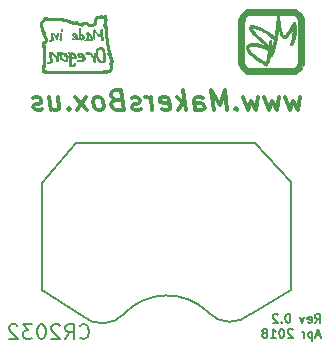
<source format=gbo>
G04 #@! TF.FileFunction,Legend,Bot*
%FSLAX46Y46*%
G04 Gerber Fmt 4.6, Leading zero omitted, Abs format (unit mm)*
G04 Created by KiCad (PCBNEW 4.0.7) date 09/04/18 12:43:30*
%MOMM*%
%LPD*%
G01*
G04 APERTURE LIST*
%ADD10C,0.100000*%
%ADD11C,0.150000*%
%ADD12C,0.300000*%
%ADD13C,0.200000*%
%ADD14C,0.002540*%
G04 APERTURE END LIST*
D10*
D11*
X187860857Y-100031786D02*
X188110857Y-99674643D01*
X188289429Y-100031786D02*
X188289429Y-99281786D01*
X188003714Y-99281786D01*
X187932286Y-99317500D01*
X187896571Y-99353214D01*
X187860857Y-99424643D01*
X187860857Y-99531786D01*
X187896571Y-99603214D01*
X187932286Y-99638929D01*
X188003714Y-99674643D01*
X188289429Y-99674643D01*
X187253714Y-99996071D02*
X187325143Y-100031786D01*
X187468000Y-100031786D01*
X187539429Y-99996071D01*
X187575143Y-99924643D01*
X187575143Y-99638929D01*
X187539429Y-99567500D01*
X187468000Y-99531786D01*
X187325143Y-99531786D01*
X187253714Y-99567500D01*
X187218000Y-99638929D01*
X187218000Y-99710357D01*
X187575143Y-99781786D01*
X186968000Y-99531786D02*
X186789429Y-100031786D01*
X186610857Y-99531786D01*
X185610856Y-99281786D02*
X185539428Y-99281786D01*
X185467999Y-99317500D01*
X185432285Y-99353214D01*
X185396571Y-99424643D01*
X185360856Y-99567500D01*
X185360856Y-99746071D01*
X185396571Y-99888929D01*
X185432285Y-99960357D01*
X185467999Y-99996071D01*
X185539428Y-100031786D01*
X185610856Y-100031786D01*
X185682285Y-99996071D01*
X185717999Y-99960357D01*
X185753714Y-99888929D01*
X185789428Y-99746071D01*
X185789428Y-99567500D01*
X185753714Y-99424643D01*
X185717999Y-99353214D01*
X185682285Y-99317500D01*
X185610856Y-99281786D01*
X185039428Y-99960357D02*
X185003713Y-99996071D01*
X185039428Y-100031786D01*
X185075142Y-99996071D01*
X185039428Y-99960357D01*
X185039428Y-100031786D01*
X184717999Y-99353214D02*
X184682285Y-99317500D01*
X184610856Y-99281786D01*
X184432285Y-99281786D01*
X184360856Y-99317500D01*
X184325142Y-99353214D01*
X184289427Y-99424643D01*
X184289427Y-99496071D01*
X184325142Y-99603214D01*
X184753713Y-100031786D01*
X184289427Y-100031786D01*
X188325143Y-101092500D02*
X187968000Y-101092500D01*
X188396571Y-101306786D02*
X188146571Y-100556786D01*
X187896571Y-101306786D01*
X187646572Y-100806786D02*
X187646572Y-101556786D01*
X187646572Y-100842500D02*
X187575143Y-100806786D01*
X187432286Y-100806786D01*
X187360857Y-100842500D01*
X187325143Y-100878214D01*
X187289429Y-100949643D01*
X187289429Y-101163929D01*
X187325143Y-101235357D01*
X187360857Y-101271071D01*
X187432286Y-101306786D01*
X187575143Y-101306786D01*
X187646572Y-101271071D01*
X186968001Y-101306786D02*
X186968001Y-100806786D01*
X186968001Y-100949643D02*
X186932286Y-100878214D01*
X186896572Y-100842500D01*
X186825143Y-100806786D01*
X186753715Y-100806786D01*
X185968000Y-100628214D02*
X185932286Y-100592500D01*
X185860857Y-100556786D01*
X185682286Y-100556786D01*
X185610857Y-100592500D01*
X185575143Y-100628214D01*
X185539428Y-100699643D01*
X185539428Y-100771071D01*
X185575143Y-100878214D01*
X186003714Y-101306786D01*
X185539428Y-101306786D01*
X185075142Y-100556786D02*
X185003714Y-100556786D01*
X184932285Y-100592500D01*
X184896571Y-100628214D01*
X184860857Y-100699643D01*
X184825142Y-100842500D01*
X184825142Y-101021071D01*
X184860857Y-101163929D01*
X184896571Y-101235357D01*
X184932285Y-101271071D01*
X185003714Y-101306786D01*
X185075142Y-101306786D01*
X185146571Y-101271071D01*
X185182285Y-101235357D01*
X185218000Y-101163929D01*
X185253714Y-101021071D01*
X185253714Y-100842500D01*
X185218000Y-100699643D01*
X185182285Y-100628214D01*
X185146571Y-100592500D01*
X185075142Y-100556786D01*
X184110856Y-101306786D02*
X184539428Y-101306786D01*
X184325142Y-101306786D02*
X184325142Y-100556786D01*
X184396571Y-100663929D01*
X184467999Y-100735357D01*
X184539428Y-100771071D01*
X183682285Y-100878214D02*
X183753713Y-100842500D01*
X183789428Y-100806786D01*
X183825142Y-100735357D01*
X183825142Y-100699643D01*
X183789428Y-100628214D01*
X183753713Y-100592500D01*
X183682285Y-100556786D01*
X183539428Y-100556786D01*
X183467999Y-100592500D01*
X183432285Y-100628214D01*
X183396570Y-100699643D01*
X183396570Y-100735357D01*
X183432285Y-100806786D01*
X183467999Y-100842500D01*
X183539428Y-100878214D01*
X183682285Y-100878214D01*
X183753713Y-100913929D01*
X183789428Y-100949643D01*
X183825142Y-101021071D01*
X183825142Y-101163929D01*
X183789428Y-101235357D01*
X183753713Y-101271071D01*
X183682285Y-101306786D01*
X183539428Y-101306786D01*
X183467999Y-101271071D01*
X183432285Y-101235357D01*
X183396570Y-101163929D01*
X183396570Y-101021071D01*
X183432285Y-100949643D01*
X183467999Y-100913929D01*
X183539428Y-100878214D01*
D12*
X186588272Y-80915714D02*
X186406129Y-82049048D01*
X185981129Y-81239524D01*
X185758510Y-82049048D01*
X185293034Y-80915714D01*
X184807320Y-80915714D02*
X184625177Y-82049048D01*
X184200177Y-81239524D01*
X183977558Y-82049048D01*
X183512082Y-80915714D01*
X183026368Y-80915714D02*
X182844225Y-82049048D01*
X182419225Y-81239524D01*
X182196606Y-82049048D01*
X181731130Y-80915714D01*
X181204940Y-81887143D02*
X181134107Y-81968095D01*
X181225178Y-82049048D01*
X181296011Y-81968095D01*
X181204940Y-81887143D01*
X181225178Y-82049048D01*
X180415654Y-82049048D02*
X180203154Y-80349048D01*
X179788273Y-81563333D01*
X179069821Y-80349048D01*
X179282321Y-82049048D01*
X177744226Y-82049048D02*
X177632916Y-81158571D01*
X177693630Y-80996667D01*
X177845416Y-80915714D01*
X178169225Y-80915714D01*
X178341249Y-80996667D01*
X177734107Y-81968095D02*
X177906130Y-82049048D01*
X178310892Y-82049048D01*
X178462678Y-81968095D01*
X178523392Y-81806190D01*
X178503154Y-81644286D01*
X178401964Y-81482381D01*
X178229940Y-81401429D01*
X177825178Y-81401429D01*
X177653154Y-81320476D01*
X176934702Y-82049048D02*
X176722202Y-80349048D01*
X176691845Y-81401429D02*
X176287083Y-82049048D01*
X176145416Y-80915714D02*
X176873988Y-81563333D01*
X174900774Y-81968095D02*
X175072798Y-82049048D01*
X175396607Y-82049048D01*
X175548393Y-81968095D01*
X175609107Y-81806190D01*
X175528154Y-81158571D01*
X175426964Y-80996667D01*
X175254940Y-80915714D01*
X174931131Y-80915714D01*
X174779345Y-80996667D01*
X174718631Y-81158571D01*
X174738869Y-81320476D01*
X175568631Y-81482381D01*
X174101369Y-82049048D02*
X173959702Y-80915714D01*
X174000178Y-81239524D02*
X173898988Y-81077619D01*
X173807916Y-80996667D01*
X173635893Y-80915714D01*
X173473988Y-80915714D01*
X173119821Y-81968095D02*
X172968036Y-82049048D01*
X172644226Y-82049048D01*
X172472202Y-81968095D01*
X172371012Y-81806190D01*
X172360893Y-81725238D01*
X172421607Y-81563333D01*
X172573393Y-81482381D01*
X172816250Y-81482381D01*
X172968036Y-81401429D01*
X173028749Y-81239524D01*
X173018630Y-81158571D01*
X172917440Y-80996667D01*
X172745416Y-80915714D01*
X172502559Y-80915714D01*
X172350773Y-80996667D01*
X170994821Y-81158571D02*
X170762083Y-81239524D01*
X170691250Y-81320476D01*
X170630537Y-81482381D01*
X170660894Y-81725238D01*
X170762084Y-81887143D01*
X170853155Y-81968095D01*
X171025179Y-82049048D01*
X171672798Y-82049048D01*
X171460298Y-80349048D01*
X170893631Y-80349048D01*
X170741846Y-80430000D01*
X170671012Y-80510952D01*
X170610298Y-80672857D01*
X170630536Y-80834762D01*
X170731726Y-80996667D01*
X170822798Y-81077619D01*
X170994821Y-81158571D01*
X171561488Y-81158571D01*
X169729941Y-82049048D02*
X169881727Y-81968095D01*
X169952560Y-81887143D01*
X170013274Y-81725238D01*
X169952559Y-81239524D01*
X169851369Y-81077619D01*
X169760298Y-80996667D01*
X169588274Y-80915714D01*
X169345417Y-80915714D01*
X169193631Y-80996667D01*
X169122798Y-81077619D01*
X169062083Y-81239524D01*
X169122798Y-81725238D01*
X169223989Y-81887143D01*
X169315060Y-81968095D01*
X169487084Y-82049048D01*
X169729941Y-82049048D01*
X168596608Y-82049048D02*
X167564465Y-80915714D01*
X168454941Y-80915714D02*
X167706132Y-82049048D01*
X167038275Y-81887143D02*
X166967442Y-81968095D01*
X167058513Y-82049048D01*
X167129346Y-81968095D01*
X167038275Y-81887143D01*
X167058513Y-82049048D01*
X165378751Y-80915714D02*
X165520418Y-82049048D01*
X166107322Y-80915714D02*
X166218632Y-81806190D01*
X166157918Y-81968095D01*
X166006132Y-82049048D01*
X165763275Y-82049048D01*
X165591251Y-81968095D01*
X165500180Y-81887143D01*
X164781727Y-81968095D02*
X164629942Y-82049048D01*
X164306132Y-82049048D01*
X164134108Y-81968095D01*
X164032918Y-81806190D01*
X164022799Y-81725238D01*
X164083513Y-81563333D01*
X164235299Y-81482381D01*
X164478156Y-81482381D01*
X164629942Y-81401429D01*
X164690655Y-81239524D01*
X164680536Y-81158571D01*
X164579346Y-80996667D01*
X164407322Y-80915714D01*
X164164465Y-80915714D01*
X164012679Y-80996667D01*
D13*
X167973047Y-101284429D02*
X168032571Y-101343952D01*
X168211142Y-101403476D01*
X168330190Y-101403476D01*
X168508762Y-101343952D01*
X168627809Y-101224905D01*
X168687333Y-101105857D01*
X168746857Y-100867762D01*
X168746857Y-100689190D01*
X168687333Y-100451095D01*
X168627809Y-100332048D01*
X168508762Y-100213000D01*
X168330190Y-100153476D01*
X168211142Y-100153476D01*
X168032571Y-100213000D01*
X167973047Y-100272524D01*
X166723047Y-101403476D02*
X167139714Y-100808238D01*
X167437333Y-101403476D02*
X167437333Y-100153476D01*
X166961142Y-100153476D01*
X166842095Y-100213000D01*
X166782571Y-100272524D01*
X166723047Y-100391571D01*
X166723047Y-100570143D01*
X166782571Y-100689190D01*
X166842095Y-100748714D01*
X166961142Y-100808238D01*
X167437333Y-100808238D01*
X166246857Y-100272524D02*
X166187333Y-100213000D01*
X166068285Y-100153476D01*
X165770666Y-100153476D01*
X165651619Y-100213000D01*
X165592095Y-100272524D01*
X165532571Y-100391571D01*
X165532571Y-100510619D01*
X165592095Y-100689190D01*
X166306381Y-101403476D01*
X165532571Y-101403476D01*
X164758762Y-100153476D02*
X164639714Y-100153476D01*
X164520666Y-100213000D01*
X164461143Y-100272524D01*
X164401619Y-100391571D01*
X164342095Y-100629667D01*
X164342095Y-100927286D01*
X164401619Y-101165381D01*
X164461143Y-101284429D01*
X164520666Y-101343952D01*
X164639714Y-101403476D01*
X164758762Y-101403476D01*
X164877809Y-101343952D01*
X164937333Y-101284429D01*
X164996857Y-101165381D01*
X165056381Y-100927286D01*
X165056381Y-100629667D01*
X164996857Y-100391571D01*
X164937333Y-100272524D01*
X164877809Y-100213000D01*
X164758762Y-100153476D01*
X163925429Y-100153476D02*
X163151619Y-100153476D01*
X163568286Y-100629667D01*
X163389714Y-100629667D01*
X163270667Y-100689190D01*
X163211143Y-100748714D01*
X163151619Y-100867762D01*
X163151619Y-101165381D01*
X163211143Y-101284429D01*
X163270667Y-101343952D01*
X163389714Y-101403476D01*
X163746857Y-101403476D01*
X163865905Y-101343952D01*
X163925429Y-101284429D01*
X162675429Y-100272524D02*
X162615905Y-100213000D01*
X162496857Y-100153476D01*
X162199238Y-100153476D01*
X162080191Y-100213000D01*
X162020667Y-100272524D01*
X161961143Y-100391571D01*
X161961143Y-100510619D01*
X162020667Y-100689190D01*
X162734953Y-101403476D01*
X161961143Y-101403476D01*
D14*
G36*
X164543740Y-74693780D02*
X164543740Y-74731880D01*
X164546280Y-74757280D01*
X164548820Y-74780140D01*
X164553900Y-74797920D01*
X164564060Y-74818240D01*
X164566600Y-74825860D01*
X164579300Y-74853800D01*
X164589460Y-74879200D01*
X164599620Y-74909680D01*
X164609780Y-74945240D01*
X164619940Y-74990960D01*
X164632640Y-75044300D01*
X164637720Y-75062080D01*
X164652960Y-75135740D01*
X164670740Y-75196700D01*
X164685980Y-75250040D01*
X164706300Y-75295760D01*
X164726620Y-75336400D01*
X164726620Y-74706480D01*
X164726620Y-74691240D01*
X164729160Y-74678540D01*
X164736780Y-74665840D01*
X164749480Y-74650600D01*
X164772340Y-74632820D01*
X164782500Y-74622660D01*
X164810440Y-74599800D01*
X164835840Y-74574400D01*
X164853620Y-74551540D01*
X164861240Y-74543920D01*
X164873940Y-74526140D01*
X164894260Y-74500740D01*
X164919660Y-74470260D01*
X164945060Y-74439780D01*
X164947600Y-74437240D01*
X164970460Y-74409300D01*
X164990780Y-74383900D01*
X165003480Y-74366120D01*
X165011100Y-74355960D01*
X165011100Y-74353420D01*
X165016180Y-74348340D01*
X165033960Y-74348340D01*
X165059360Y-74348340D01*
X165089840Y-74353420D01*
X165120320Y-74358500D01*
X165130480Y-74361040D01*
X165143180Y-74363580D01*
X165155880Y-74368660D01*
X165171120Y-74368660D01*
X165188900Y-74371200D01*
X165214300Y-74373740D01*
X165247320Y-74376280D01*
X165285420Y-74376280D01*
X165333680Y-74378820D01*
X165392100Y-74378820D01*
X165463220Y-74381360D01*
X165547040Y-74383900D01*
X165600380Y-74383900D01*
X165686740Y-74386440D01*
X165773100Y-74386440D01*
X165859460Y-74388980D01*
X165943280Y-74388980D01*
X166022020Y-74391520D01*
X166093140Y-74391520D01*
X166156640Y-74391520D01*
X166204900Y-74391520D01*
X166217600Y-74391520D01*
X166410640Y-74391520D01*
X166471600Y-74452480D01*
X166532560Y-74510900D01*
X166573200Y-74510900D01*
X166601140Y-74510900D01*
X166636700Y-74508360D01*
X166664640Y-74503280D01*
X166697660Y-74500740D01*
X166728140Y-74503280D01*
X166761160Y-74508360D01*
X166801800Y-74518520D01*
X166847520Y-74536300D01*
X166903400Y-74559160D01*
X166918640Y-74564240D01*
X166961820Y-74584560D01*
X166994840Y-74597260D01*
X167022780Y-74604880D01*
X167048180Y-74609960D01*
X167076120Y-74615040D01*
X167093900Y-74617580D01*
X167139620Y-74622660D01*
X167175180Y-74627740D01*
X167203120Y-74635360D01*
X167223440Y-74645520D01*
X167243760Y-74658220D01*
X167264080Y-74678540D01*
X167266620Y-74681080D01*
X167289480Y-74701400D01*
X167314880Y-74719180D01*
X167332660Y-74731880D01*
X167332660Y-74731880D01*
X167352980Y-74736960D01*
X167383460Y-74742040D01*
X167419020Y-74749660D01*
X167457120Y-74752200D01*
X167490140Y-74757280D01*
X167515540Y-74757280D01*
X167530780Y-74754740D01*
X167543480Y-74747120D01*
X167566340Y-74734420D01*
X167586660Y-74716640D01*
X167609520Y-74696320D01*
X167624760Y-74688700D01*
X167634920Y-74686160D01*
X167640000Y-74688700D01*
X167650160Y-74696320D01*
X167670480Y-74709020D01*
X167698420Y-74726800D01*
X167728900Y-74747120D01*
X167736520Y-74752200D01*
X167822880Y-74805540D01*
X167899080Y-74808080D01*
X167934640Y-74810620D01*
X167957500Y-74813160D01*
X167970200Y-74815700D01*
X167980360Y-74820780D01*
X167985440Y-74828400D01*
X167987980Y-74833480D01*
X168008300Y-74856340D01*
X168036240Y-74871580D01*
X168066720Y-74879200D01*
X168071800Y-74879200D01*
X168099740Y-74871580D01*
X168127680Y-74853800D01*
X168155620Y-74823320D01*
X168165780Y-74810620D01*
X168178480Y-74797920D01*
X168186100Y-74787760D01*
X168196260Y-74780140D01*
X168208960Y-74772520D01*
X168229280Y-74769980D01*
X168254680Y-74764900D01*
X168292780Y-74759820D01*
X168341040Y-74757280D01*
X168356280Y-74754740D01*
X168465500Y-74744580D01*
X168495980Y-74772520D01*
X168531540Y-74805540D01*
X168567100Y-74830940D01*
X168597580Y-74851260D01*
X168607740Y-74856340D01*
X168630600Y-74861420D01*
X168663620Y-74866500D01*
X168706800Y-74871580D01*
X168752520Y-74876660D01*
X168803320Y-74881740D01*
X168851580Y-74884280D01*
X168897300Y-74884280D01*
X168899840Y-74884280D01*
X168948100Y-74884280D01*
X168991280Y-74879200D01*
X169034460Y-74874120D01*
X169082720Y-74863960D01*
X169128440Y-74853800D01*
X169161460Y-74843640D01*
X169186860Y-74830940D01*
X169209720Y-74818240D01*
X169232580Y-74797920D01*
X169257980Y-74772520D01*
X169275760Y-74752200D01*
X169291000Y-74731880D01*
X169298620Y-74709020D01*
X169306240Y-74681080D01*
X169313860Y-74645520D01*
X169316400Y-74602340D01*
X169321480Y-74551540D01*
X169329100Y-74472800D01*
X169341800Y-74404220D01*
X169362120Y-74348340D01*
X169387520Y-74302620D01*
X169390060Y-74297540D01*
X169415460Y-74272140D01*
X169453560Y-74244200D01*
X169466260Y-74236580D01*
X169494200Y-74223880D01*
X169517060Y-74213720D01*
X169534840Y-74211180D01*
X169557700Y-74211180D01*
X169560240Y-74211180D01*
X169598340Y-74211180D01*
X169641520Y-74203560D01*
X169672000Y-74195940D01*
X169710100Y-74183240D01*
X169738040Y-74178160D01*
X169755820Y-74175620D01*
X169771060Y-74180700D01*
X169786300Y-74185780D01*
X169793920Y-74190860D01*
X169824400Y-74206100D01*
X169867580Y-74211180D01*
X169915840Y-74206100D01*
X169931080Y-74201020D01*
X169953940Y-74195940D01*
X169974260Y-74190860D01*
X169981880Y-74190860D01*
X169981880Y-74195940D01*
X169984420Y-74216260D01*
X169984420Y-74239120D01*
X169984420Y-74241660D01*
X169984420Y-74269600D01*
X169986960Y-74289920D01*
X169992040Y-74307700D01*
X170004740Y-74325480D01*
X170027600Y-74358500D01*
X170019980Y-74477880D01*
X170017440Y-74523600D01*
X170012360Y-74556620D01*
X170009820Y-74582020D01*
X170004740Y-74599800D01*
X169999660Y-74615040D01*
X169992040Y-74630280D01*
X169986960Y-74637900D01*
X169971720Y-74668380D01*
X169964100Y-74696320D01*
X169964100Y-74716640D01*
X169961560Y-74744580D01*
X169959020Y-74767440D01*
X169956480Y-74775060D01*
X169953940Y-74792840D01*
X169948860Y-74818240D01*
X169948860Y-74851260D01*
X169948860Y-74863960D01*
X169948860Y-74896980D01*
X169948860Y-74917300D01*
X169953940Y-74932540D01*
X169961560Y-74942700D01*
X169971720Y-74955400D01*
X169974260Y-74957940D01*
X169994580Y-74973180D01*
X170014900Y-74980800D01*
X170017440Y-74983340D01*
X170027600Y-74983340D01*
X170032680Y-74988420D01*
X170037760Y-75003660D01*
X170040300Y-75029060D01*
X170042840Y-75062080D01*
X170045380Y-75100180D01*
X170045380Y-75123040D01*
X170047920Y-75166220D01*
X170053000Y-75222100D01*
X170060620Y-75293220D01*
X170073320Y-75379580D01*
X170091100Y-75478640D01*
X170091100Y-75486260D01*
X170098720Y-75529440D01*
X170103800Y-75570080D01*
X170108880Y-75600560D01*
X170111420Y-75623420D01*
X170113960Y-75631040D01*
X170113960Y-75643740D01*
X170111420Y-75666600D01*
X170111420Y-75697080D01*
X170108880Y-75727560D01*
X170108880Y-75760580D01*
X170106340Y-75791060D01*
X170103800Y-75811380D01*
X170101260Y-75819000D01*
X170091100Y-75844400D01*
X170088560Y-75874880D01*
X170091100Y-75905360D01*
X170101260Y-75930760D01*
X170116500Y-75943460D01*
X170124120Y-75956160D01*
X170131740Y-75981560D01*
X170141900Y-76022200D01*
X170149520Y-76078080D01*
X170159680Y-76146660D01*
X170167300Y-76225400D01*
X170172380Y-76286360D01*
X170177460Y-76339700D01*
X170182540Y-76390500D01*
X170187620Y-76433680D01*
X170192700Y-76469240D01*
X170195240Y-76494640D01*
X170197780Y-76507340D01*
X170207940Y-76527660D01*
X170218100Y-76555600D01*
X170228260Y-76581000D01*
X170235880Y-76601320D01*
X170243500Y-76616560D01*
X170246040Y-76634340D01*
X170248580Y-76654660D01*
X170248580Y-76680060D01*
X170246040Y-76713080D01*
X170243500Y-76758800D01*
X170243500Y-76779120D01*
X170240960Y-76824840D01*
X170240960Y-76860400D01*
X170246040Y-76888340D01*
X170253660Y-76913740D01*
X170266360Y-76941680D01*
X170286680Y-76974700D01*
X170304460Y-77012800D01*
X170314620Y-77040740D01*
X170319700Y-77068680D01*
X170314620Y-77096620D01*
X170304460Y-77134720D01*
X170299380Y-77144880D01*
X170286680Y-77182980D01*
X170279060Y-77213460D01*
X170279060Y-77233780D01*
X170281600Y-77251560D01*
X170289220Y-77266800D01*
X170289220Y-77269340D01*
X170304460Y-77284580D01*
X170329860Y-77302360D01*
X170360340Y-77320140D01*
X170393360Y-77332840D01*
X170413680Y-77340460D01*
X170434000Y-77345540D01*
X170434000Y-77434440D01*
X170434000Y-77525880D01*
X170464480Y-77589380D01*
X170497500Y-77657960D01*
X170522900Y-77716380D01*
X170543220Y-77764640D01*
X170555920Y-77800200D01*
X170561000Y-77820520D01*
X170563540Y-77838300D01*
X170563540Y-77853540D01*
X170555920Y-77868780D01*
X170540680Y-77889100D01*
X170540680Y-77891640D01*
X170512740Y-77932280D01*
X170489880Y-77970380D01*
X170472100Y-78016100D01*
X170464480Y-78044040D01*
X170449240Y-78097380D01*
X170472100Y-78196440D01*
X170487340Y-78262480D01*
X170494960Y-78315820D01*
X170500040Y-78361540D01*
X170500040Y-78402180D01*
X170492420Y-78440280D01*
X170482260Y-78478380D01*
X170482260Y-78478380D01*
X170467020Y-78521560D01*
X170454320Y-78559660D01*
X170439080Y-78592680D01*
X170428920Y-78615540D01*
X170418760Y-78625700D01*
X170418760Y-78628240D01*
X170408600Y-78630780D01*
X170388280Y-78638400D01*
X170380660Y-78643480D01*
X170357800Y-78651100D01*
X170322240Y-78658720D01*
X170273980Y-78663800D01*
X170213020Y-78666340D01*
X170136820Y-78668880D01*
X170047920Y-78671420D01*
X169946320Y-78671420D01*
X169936160Y-78671420D01*
X169880280Y-78673960D01*
X169814240Y-78673960D01*
X169740580Y-78676500D01*
X169661840Y-78676500D01*
X169583100Y-78679040D01*
X169509440Y-78684120D01*
X169489120Y-78684120D01*
X169252900Y-78691740D01*
X169026840Y-78701900D01*
X168803320Y-78706980D01*
X168579800Y-78712060D01*
X168358820Y-78717140D01*
X168135300Y-78719680D01*
X167909240Y-78722220D01*
X167675560Y-78722220D01*
X167436800Y-78722220D01*
X167185340Y-78722220D01*
X166923720Y-78719680D01*
X166791640Y-78717140D01*
X166606220Y-78714600D01*
X166436040Y-78712060D01*
X166278560Y-78709520D01*
X166133780Y-78706980D01*
X165999160Y-78704440D01*
X165874700Y-78701900D01*
X165757860Y-78699360D01*
X165651180Y-78696820D01*
X165552120Y-78691740D01*
X165460680Y-78689200D01*
X165371780Y-78686660D01*
X165287960Y-78681580D01*
X165242240Y-78679040D01*
X165178740Y-78676500D01*
X165120320Y-78671420D01*
X165066980Y-78668880D01*
X165021260Y-78666340D01*
X164988240Y-78663800D01*
X164965380Y-78663800D01*
X164952680Y-78663800D01*
X164952680Y-78663800D01*
X164952680Y-78656180D01*
X164955220Y-78633320D01*
X164955220Y-78600300D01*
X164957760Y-78552040D01*
X164960300Y-78493620D01*
X164962840Y-78425040D01*
X164967920Y-78346300D01*
X164970460Y-78259940D01*
X164975540Y-78163420D01*
X164980620Y-78061820D01*
X164983160Y-77955140D01*
X164988240Y-77840840D01*
X164995860Y-77724000D01*
X164995860Y-77708760D01*
X165000940Y-77569060D01*
X165006020Y-77442060D01*
X165011100Y-77327760D01*
X165016180Y-77226160D01*
X165021260Y-77137260D01*
X165023800Y-77058520D01*
X165026340Y-76992480D01*
X165028880Y-76931520D01*
X165028880Y-76883260D01*
X165028880Y-76840080D01*
X165028880Y-76807060D01*
X165028880Y-76776580D01*
X165028880Y-76753720D01*
X165026340Y-76735940D01*
X165023800Y-76720700D01*
X165021260Y-76710540D01*
X165018720Y-76700380D01*
X165013640Y-76692760D01*
X165008560Y-76687680D01*
X165003480Y-76680060D01*
X164998400Y-76672440D01*
X164985700Y-76657200D01*
X164978080Y-76641960D01*
X164975540Y-76626720D01*
X164978080Y-76601320D01*
X164978080Y-76591160D01*
X164978080Y-76555600D01*
X164975540Y-76522580D01*
X164965380Y-76481940D01*
X164965380Y-76479400D01*
X164952680Y-76436220D01*
X164945060Y-76405740D01*
X164942520Y-76382880D01*
X164942520Y-76370180D01*
X164945060Y-76360020D01*
X164952680Y-76354940D01*
X164952680Y-76352400D01*
X164970460Y-76347320D01*
X164993320Y-76339700D01*
X165003480Y-76339700D01*
X165031420Y-76332080D01*
X165054280Y-76321920D01*
X165074600Y-76306680D01*
X165092380Y-76283820D01*
X165115240Y-76248260D01*
X165133020Y-76212700D01*
X165176200Y-76123800D01*
X165168580Y-76045060D01*
X165163500Y-76014580D01*
X165158420Y-75986640D01*
X165150800Y-75961240D01*
X165143180Y-75933300D01*
X165130480Y-75897740D01*
X165110160Y-75854560D01*
X165105080Y-75841860D01*
X165084760Y-75791060D01*
X165061900Y-75740260D01*
X165039040Y-75686920D01*
X165018720Y-75641200D01*
X165008560Y-75623420D01*
X164993320Y-75585320D01*
X164980620Y-75557380D01*
X164973000Y-75537060D01*
X164970460Y-75524360D01*
X164973000Y-75514200D01*
X164973000Y-75504040D01*
X164980620Y-75478640D01*
X164980620Y-75448160D01*
X164970460Y-75415140D01*
X164952680Y-75374500D01*
X164927280Y-75326240D01*
X164924740Y-75323700D01*
X164901880Y-75283060D01*
X164881560Y-75247500D01*
X164866320Y-75217020D01*
X164856160Y-75186540D01*
X164843460Y-75153520D01*
X164833300Y-75112880D01*
X164823140Y-75067160D01*
X164812980Y-75021440D01*
X164797740Y-74957940D01*
X164785040Y-74907140D01*
X164774880Y-74866500D01*
X164764720Y-74833480D01*
X164754560Y-74805540D01*
X164746940Y-74782680D01*
X164739320Y-74772520D01*
X164731700Y-74744580D01*
X164726620Y-74714100D01*
X164726620Y-74706480D01*
X164726620Y-75336400D01*
X164729160Y-75338940D01*
X164734240Y-75354180D01*
X164752020Y-75382120D01*
X164762180Y-75404980D01*
X164767260Y-75417680D01*
X164767260Y-75427840D01*
X164762180Y-75438000D01*
X164759640Y-75455780D01*
X164757100Y-75473560D01*
X164762180Y-75496420D01*
X164769800Y-75524360D01*
X164785040Y-75559920D01*
X164805360Y-75608180D01*
X164820600Y-75638660D01*
X164856160Y-75719940D01*
X164891720Y-75796140D01*
X164919660Y-75864720D01*
X164945060Y-75925680D01*
X164965380Y-75976480D01*
X164978080Y-76017120D01*
X164985700Y-76045060D01*
X164985700Y-76047600D01*
X164990780Y-76075540D01*
X164988240Y-76093320D01*
X164983160Y-76113640D01*
X164975540Y-76126340D01*
X164965380Y-76146660D01*
X164952680Y-76159360D01*
X164937440Y-76166980D01*
X164914580Y-76172060D01*
X164901880Y-76174600D01*
X164886640Y-76177140D01*
X164868860Y-76187300D01*
X164851080Y-76202540D01*
X164823140Y-76227940D01*
X164815520Y-76238100D01*
X164790120Y-76263500D01*
X164772340Y-76281280D01*
X164762180Y-76293980D01*
X164757100Y-76306680D01*
X164757100Y-76321920D01*
X164757100Y-76332080D01*
X164759640Y-76385420D01*
X164772340Y-76446380D01*
X164787580Y-76509880D01*
X164795200Y-76537820D01*
X164797740Y-76560680D01*
X164797740Y-76583540D01*
X164795200Y-76614020D01*
X164792660Y-76619100D01*
X164790120Y-76652120D01*
X164790120Y-76680060D01*
X164797740Y-76702920D01*
X164815520Y-76730860D01*
X164833300Y-76753720D01*
X164856160Y-76781660D01*
X164812980Y-77762100D01*
X164807900Y-77881480D01*
X164802820Y-77998320D01*
X164797740Y-78110080D01*
X164792660Y-78216760D01*
X164790120Y-78315820D01*
X164785040Y-78407260D01*
X164782500Y-78491080D01*
X164779960Y-78564740D01*
X164777420Y-78628240D01*
X164774880Y-78681580D01*
X164774880Y-78722220D01*
X164774880Y-78750160D01*
X164774880Y-78765400D01*
X164774880Y-78765400D01*
X164785040Y-78790800D01*
X164805360Y-78813660D01*
X164828220Y-78828900D01*
X164833300Y-78831440D01*
X164846000Y-78833980D01*
X164873940Y-78836520D01*
X164912040Y-78839060D01*
X164960300Y-78844140D01*
X165018720Y-78846680D01*
X165082220Y-78851760D01*
X165155880Y-78854300D01*
X165232080Y-78859380D01*
X165313360Y-78861920D01*
X165394640Y-78867000D01*
X165478460Y-78869540D01*
X165559740Y-78872080D01*
X165641020Y-78874620D01*
X165717220Y-78877160D01*
X165788340Y-78879700D01*
X165831520Y-78882240D01*
X165892480Y-78882240D01*
X165966140Y-78884780D01*
X166049960Y-78884780D01*
X166141400Y-78887320D01*
X166243000Y-78889860D01*
X166349680Y-78889860D01*
X166458900Y-78892400D01*
X166573200Y-78892400D01*
X166684960Y-78894940D01*
X166794180Y-78897480D01*
X166837360Y-78897480D01*
X166938960Y-78897480D01*
X167040560Y-78900020D01*
X167139620Y-78900020D01*
X167236140Y-78902560D01*
X167325040Y-78902560D01*
X167408860Y-78902560D01*
X167482520Y-78905100D01*
X167546020Y-78905100D01*
X167599360Y-78905100D01*
X167640000Y-78905100D01*
X167662860Y-78905100D01*
X167698420Y-78905100D01*
X167749220Y-78905100D01*
X167810180Y-78905100D01*
X167881300Y-78905100D01*
X167957500Y-78905100D01*
X168038780Y-78902560D01*
X168122600Y-78902560D01*
X168206420Y-78900020D01*
X168241980Y-78900020D01*
X168396920Y-78897480D01*
X168546780Y-78892400D01*
X168694100Y-78889860D01*
X168833800Y-78884780D01*
X168965880Y-78882240D01*
X169090340Y-78877160D01*
X169204640Y-78874620D01*
X169306240Y-78872080D01*
X169392600Y-78867000D01*
X169410380Y-78867000D01*
X169466260Y-78864460D01*
X169532300Y-78861920D01*
X169603420Y-78861920D01*
X169674540Y-78859380D01*
X169743120Y-78859380D01*
X169768520Y-78859380D01*
X169834560Y-78859380D01*
X169908220Y-78856840D01*
X169989500Y-78856840D01*
X170068240Y-78851760D01*
X170144440Y-78849220D01*
X170182540Y-78849220D01*
X170398440Y-78836520D01*
X170469560Y-78803500D01*
X170502580Y-78785720D01*
X170527980Y-78773020D01*
X170545760Y-78760320D01*
X170550840Y-78755240D01*
X170566080Y-78734920D01*
X170581320Y-78704440D01*
X170601640Y-78663800D01*
X170619420Y-78620620D01*
X170637200Y-78577440D01*
X170652440Y-78539340D01*
X170665140Y-78498700D01*
X170672760Y-78465680D01*
X170677840Y-78440280D01*
X170680380Y-78409800D01*
X170680380Y-78389480D01*
X170675300Y-78315820D01*
X170662600Y-78232000D01*
X170647360Y-78158340D01*
X170639740Y-78122780D01*
X170639740Y-78094840D01*
X170647360Y-78064360D01*
X170662600Y-78031340D01*
X170685460Y-77993240D01*
X170700700Y-77975460D01*
X170723560Y-77939900D01*
X170738800Y-77914500D01*
X170746420Y-77889100D01*
X170748960Y-77863700D01*
X170746420Y-77830680D01*
X170738800Y-77792580D01*
X170731180Y-77762100D01*
X170718480Y-77721460D01*
X170700700Y-77675740D01*
X170680380Y-77622400D01*
X170654980Y-77571600D01*
X170634660Y-77528420D01*
X170627040Y-77510640D01*
X170619420Y-77495400D01*
X170616880Y-77477620D01*
X170614340Y-77457300D01*
X170614340Y-77426820D01*
X170614340Y-77386180D01*
X170614340Y-77381100D01*
X170611800Y-77332840D01*
X170609260Y-77292200D01*
X170604180Y-77264260D01*
X170591480Y-77241400D01*
X170573700Y-77221080D01*
X170545760Y-77203300D01*
X170507660Y-77182980D01*
X170487340Y-77172820D01*
X170487340Y-77165200D01*
X170489880Y-77147420D01*
X170494960Y-77122020D01*
X170497500Y-77114400D01*
X170502580Y-77068680D01*
X170502580Y-77038200D01*
X170502580Y-77030580D01*
X170489880Y-76987400D01*
X170469560Y-76941680D01*
X170446700Y-76895960D01*
X170439080Y-76883260D01*
X170431460Y-76870560D01*
X170426380Y-76857860D01*
X170421300Y-76842620D01*
X170421300Y-76824840D01*
X170421300Y-76801980D01*
X170421300Y-76771500D01*
X170426380Y-76728320D01*
X170431460Y-76674980D01*
X170431460Y-76672440D01*
X170431460Y-76647040D01*
X170431460Y-76621640D01*
X170423840Y-76593700D01*
X170416220Y-76565760D01*
X170403520Y-76532740D01*
X170393360Y-76502260D01*
X170383200Y-76479400D01*
X170380660Y-76474320D01*
X170375580Y-76461620D01*
X170370500Y-76441300D01*
X170367960Y-76413360D01*
X170362880Y-76375260D01*
X170357800Y-76324460D01*
X170352720Y-76263500D01*
X170345100Y-76194920D01*
X170337480Y-76128880D01*
X170329860Y-76065380D01*
X170319700Y-76004420D01*
X170312080Y-75951080D01*
X170304460Y-75907900D01*
X170294300Y-75877420D01*
X170291760Y-75867260D01*
X170291760Y-75849480D01*
X170294300Y-75831700D01*
X170296840Y-75806300D01*
X170291760Y-75770740D01*
X170291760Y-75770740D01*
X170286680Y-75737720D01*
X170289220Y-75702160D01*
X170291760Y-75684380D01*
X170294300Y-75661520D01*
X170296840Y-75641200D01*
X170294300Y-75618340D01*
X170291760Y-75590400D01*
X170284140Y-75549760D01*
X170281600Y-75534520D01*
X170263820Y-75440540D01*
X170251120Y-75354180D01*
X170240960Y-75272900D01*
X170233340Y-75191620D01*
X170225720Y-75102720D01*
X170220640Y-75026520D01*
X170218100Y-74960480D01*
X170213020Y-74909680D01*
X170210480Y-74869040D01*
X170205400Y-74838560D01*
X170202860Y-74815700D01*
X170195240Y-74797920D01*
X170187620Y-74785220D01*
X170177460Y-74777600D01*
X170169840Y-74769980D01*
X170157140Y-74759820D01*
X170152060Y-74747120D01*
X170154600Y-74729340D01*
X170162220Y-74703940D01*
X170172380Y-74678540D01*
X170172380Y-74678540D01*
X170180000Y-74665840D01*
X170182540Y-74655680D01*
X170187620Y-74642980D01*
X170190160Y-74625200D01*
X170192700Y-74602340D01*
X170195240Y-74571860D01*
X170197780Y-74528680D01*
X170202860Y-74475340D01*
X170202860Y-74447400D01*
X170213020Y-74295000D01*
X170187620Y-74264520D01*
X170162220Y-74234040D01*
X170169840Y-74157840D01*
X170172380Y-74109580D01*
X170172380Y-74074020D01*
X170169840Y-74048620D01*
X170159680Y-74028300D01*
X170146980Y-74013060D01*
X170144440Y-74010520D01*
X170129200Y-73997820D01*
X170111420Y-73992740D01*
X170088560Y-73990200D01*
X170060620Y-73990200D01*
X170022520Y-73997820D01*
X169971720Y-74007980D01*
X169966640Y-74010520D01*
X169875200Y-74030840D01*
X169839640Y-74010520D01*
X169814240Y-73997820D01*
X169791380Y-73990200D01*
X169763440Y-73990200D01*
X169732960Y-73995280D01*
X169689780Y-74002900D01*
X169659300Y-74010520D01*
X169623740Y-74020680D01*
X169595800Y-74028300D01*
X169578020Y-74030840D01*
X169560240Y-74028300D01*
X169547540Y-74025760D01*
X169527220Y-74023220D01*
X169509440Y-74023220D01*
X169489120Y-74025760D01*
X169463720Y-74035920D01*
X169433240Y-74051160D01*
X169400220Y-74068940D01*
X169359580Y-74091800D01*
X169329100Y-74109580D01*
X169306240Y-74127360D01*
X169288460Y-74142600D01*
X169270680Y-74160380D01*
X169252900Y-74183240D01*
X169232580Y-74206100D01*
X169217340Y-74228960D01*
X169207180Y-74249280D01*
X169197020Y-74274680D01*
X169184320Y-74307700D01*
X169171620Y-74350880D01*
X169169080Y-74361040D01*
X169156380Y-74409300D01*
X169148760Y-74449940D01*
X169143680Y-74488040D01*
X169138600Y-74531220D01*
X169138600Y-74546460D01*
X169136060Y-74592180D01*
X169133520Y-74625200D01*
X169125900Y-74648060D01*
X169113200Y-74663300D01*
X169092880Y-74676000D01*
X169062400Y-74683620D01*
X169034460Y-74691240D01*
X168973500Y-74701400D01*
X168902380Y-74706480D01*
X168823640Y-74703940D01*
X168749980Y-74696320D01*
X168671240Y-74688700D01*
X168605200Y-74630280D01*
X168579800Y-74604880D01*
X168554400Y-74587100D01*
X168534080Y-74571860D01*
X168523920Y-74566780D01*
X168508680Y-74566780D01*
X168483280Y-74566780D01*
X168445180Y-74566780D01*
X168402000Y-74571860D01*
X168351200Y-74574400D01*
X168300400Y-74579480D01*
X168249600Y-74584560D01*
X168206420Y-74589640D01*
X168163240Y-74597260D01*
X168132760Y-74602340D01*
X168112440Y-74612500D01*
X168099740Y-74617580D01*
X168089580Y-74625200D01*
X168079420Y-74630280D01*
X168064180Y-74632820D01*
X168043860Y-74632820D01*
X168015920Y-74632820D01*
X167977820Y-74632820D01*
X167876220Y-74630280D01*
X167772080Y-74561700D01*
X167733980Y-74536300D01*
X167700960Y-74515980D01*
X167673020Y-74498200D01*
X167652700Y-74488040D01*
X167645080Y-74482960D01*
X167617140Y-74475340D01*
X167591740Y-74480420D01*
X167561260Y-74495660D01*
X167525700Y-74526140D01*
X167523160Y-74528680D01*
X167500300Y-74549000D01*
X167482520Y-74561700D01*
X167467280Y-74569320D01*
X167452040Y-74571860D01*
X167446960Y-74571860D01*
X167429180Y-74569320D01*
X167416480Y-74566780D01*
X167398700Y-74554080D01*
X167378380Y-74536300D01*
X167368220Y-74526140D01*
X167337740Y-74500740D01*
X167304720Y-74480420D01*
X167266620Y-74465180D01*
X167223440Y-74455020D01*
X167167560Y-74444860D01*
X167139620Y-74442320D01*
X167101520Y-74437240D01*
X167071040Y-74429620D01*
X167040560Y-74419460D01*
X167005000Y-74406760D01*
X166974520Y-74394060D01*
X166931340Y-74376280D01*
X166883080Y-74358500D01*
X166837360Y-74343260D01*
X166809420Y-74335640D01*
X166771320Y-74328020D01*
X166743380Y-74320400D01*
X166720520Y-74320400D01*
X166697660Y-74320400D01*
X166667180Y-74322940D01*
X166606220Y-74330560D01*
X166547800Y-74277220D01*
X166512240Y-74244200D01*
X166484300Y-74223880D01*
X166466520Y-74218800D01*
X166453820Y-74216260D01*
X166425880Y-74216260D01*
X166390320Y-74213720D01*
X166344600Y-74213720D01*
X166293800Y-74213720D01*
X166237920Y-74213720D01*
X166235380Y-74213720D01*
X166151560Y-74213720D01*
X166062660Y-74211180D01*
X165971220Y-74211180D01*
X165879780Y-74211180D01*
X165788340Y-74208640D01*
X165699440Y-74206100D01*
X165615620Y-74206100D01*
X165534340Y-74203560D01*
X165458140Y-74201020D01*
X165389560Y-74198480D01*
X165331140Y-74195940D01*
X165280340Y-74193400D01*
X165242240Y-74190860D01*
X165216840Y-74188320D01*
X165204140Y-74185780D01*
X165186360Y-74183240D01*
X165153340Y-74178160D01*
X165115240Y-74173080D01*
X165074600Y-74170540D01*
X165054280Y-74168000D01*
X165008560Y-74165460D01*
X164975540Y-74162920D01*
X164952680Y-74162920D01*
X164934900Y-74162920D01*
X164922200Y-74165460D01*
X164912040Y-74170540D01*
X164909500Y-74173080D01*
X164884100Y-74193400D01*
X164861240Y-74226420D01*
X164851080Y-74261980D01*
X164843460Y-74277220D01*
X164828220Y-74300080D01*
X164807900Y-74322940D01*
X164802820Y-74330560D01*
X164777420Y-74361040D01*
X164754560Y-74388980D01*
X164734240Y-74411840D01*
X164731700Y-74416920D01*
X164716460Y-74434700D01*
X164691060Y-74460100D01*
X164663120Y-74488040D01*
X164635180Y-74515980D01*
X164607240Y-74541380D01*
X164581840Y-74564240D01*
X164564060Y-74582020D01*
X164553900Y-74594720D01*
X164553900Y-74594720D01*
X164548820Y-74612500D01*
X164543740Y-74642980D01*
X164543740Y-74683620D01*
X164543740Y-74693780D01*
X164543740Y-74693780D01*
X164543740Y-74693780D01*
G37*
X164543740Y-74693780D02*
X164543740Y-74731880D01*
X164546280Y-74757280D01*
X164548820Y-74780140D01*
X164553900Y-74797920D01*
X164564060Y-74818240D01*
X164566600Y-74825860D01*
X164579300Y-74853800D01*
X164589460Y-74879200D01*
X164599620Y-74909680D01*
X164609780Y-74945240D01*
X164619940Y-74990960D01*
X164632640Y-75044300D01*
X164637720Y-75062080D01*
X164652960Y-75135740D01*
X164670740Y-75196700D01*
X164685980Y-75250040D01*
X164706300Y-75295760D01*
X164726620Y-75336400D01*
X164726620Y-74706480D01*
X164726620Y-74691240D01*
X164729160Y-74678540D01*
X164736780Y-74665840D01*
X164749480Y-74650600D01*
X164772340Y-74632820D01*
X164782500Y-74622660D01*
X164810440Y-74599800D01*
X164835840Y-74574400D01*
X164853620Y-74551540D01*
X164861240Y-74543920D01*
X164873940Y-74526140D01*
X164894260Y-74500740D01*
X164919660Y-74470260D01*
X164945060Y-74439780D01*
X164947600Y-74437240D01*
X164970460Y-74409300D01*
X164990780Y-74383900D01*
X165003480Y-74366120D01*
X165011100Y-74355960D01*
X165011100Y-74353420D01*
X165016180Y-74348340D01*
X165033960Y-74348340D01*
X165059360Y-74348340D01*
X165089840Y-74353420D01*
X165120320Y-74358500D01*
X165130480Y-74361040D01*
X165143180Y-74363580D01*
X165155880Y-74368660D01*
X165171120Y-74368660D01*
X165188900Y-74371200D01*
X165214300Y-74373740D01*
X165247320Y-74376280D01*
X165285420Y-74376280D01*
X165333680Y-74378820D01*
X165392100Y-74378820D01*
X165463220Y-74381360D01*
X165547040Y-74383900D01*
X165600380Y-74383900D01*
X165686740Y-74386440D01*
X165773100Y-74386440D01*
X165859460Y-74388980D01*
X165943280Y-74388980D01*
X166022020Y-74391520D01*
X166093140Y-74391520D01*
X166156640Y-74391520D01*
X166204900Y-74391520D01*
X166217600Y-74391520D01*
X166410640Y-74391520D01*
X166471600Y-74452480D01*
X166532560Y-74510900D01*
X166573200Y-74510900D01*
X166601140Y-74510900D01*
X166636700Y-74508360D01*
X166664640Y-74503280D01*
X166697660Y-74500740D01*
X166728140Y-74503280D01*
X166761160Y-74508360D01*
X166801800Y-74518520D01*
X166847520Y-74536300D01*
X166903400Y-74559160D01*
X166918640Y-74564240D01*
X166961820Y-74584560D01*
X166994840Y-74597260D01*
X167022780Y-74604880D01*
X167048180Y-74609960D01*
X167076120Y-74615040D01*
X167093900Y-74617580D01*
X167139620Y-74622660D01*
X167175180Y-74627740D01*
X167203120Y-74635360D01*
X167223440Y-74645520D01*
X167243760Y-74658220D01*
X167264080Y-74678540D01*
X167266620Y-74681080D01*
X167289480Y-74701400D01*
X167314880Y-74719180D01*
X167332660Y-74731880D01*
X167332660Y-74731880D01*
X167352980Y-74736960D01*
X167383460Y-74742040D01*
X167419020Y-74749660D01*
X167457120Y-74752200D01*
X167490140Y-74757280D01*
X167515540Y-74757280D01*
X167530780Y-74754740D01*
X167543480Y-74747120D01*
X167566340Y-74734420D01*
X167586660Y-74716640D01*
X167609520Y-74696320D01*
X167624760Y-74688700D01*
X167634920Y-74686160D01*
X167640000Y-74688700D01*
X167650160Y-74696320D01*
X167670480Y-74709020D01*
X167698420Y-74726800D01*
X167728900Y-74747120D01*
X167736520Y-74752200D01*
X167822880Y-74805540D01*
X167899080Y-74808080D01*
X167934640Y-74810620D01*
X167957500Y-74813160D01*
X167970200Y-74815700D01*
X167980360Y-74820780D01*
X167985440Y-74828400D01*
X167987980Y-74833480D01*
X168008300Y-74856340D01*
X168036240Y-74871580D01*
X168066720Y-74879200D01*
X168071800Y-74879200D01*
X168099740Y-74871580D01*
X168127680Y-74853800D01*
X168155620Y-74823320D01*
X168165780Y-74810620D01*
X168178480Y-74797920D01*
X168186100Y-74787760D01*
X168196260Y-74780140D01*
X168208960Y-74772520D01*
X168229280Y-74769980D01*
X168254680Y-74764900D01*
X168292780Y-74759820D01*
X168341040Y-74757280D01*
X168356280Y-74754740D01*
X168465500Y-74744580D01*
X168495980Y-74772520D01*
X168531540Y-74805540D01*
X168567100Y-74830940D01*
X168597580Y-74851260D01*
X168607740Y-74856340D01*
X168630600Y-74861420D01*
X168663620Y-74866500D01*
X168706800Y-74871580D01*
X168752520Y-74876660D01*
X168803320Y-74881740D01*
X168851580Y-74884280D01*
X168897300Y-74884280D01*
X168899840Y-74884280D01*
X168948100Y-74884280D01*
X168991280Y-74879200D01*
X169034460Y-74874120D01*
X169082720Y-74863960D01*
X169128440Y-74853800D01*
X169161460Y-74843640D01*
X169186860Y-74830940D01*
X169209720Y-74818240D01*
X169232580Y-74797920D01*
X169257980Y-74772520D01*
X169275760Y-74752200D01*
X169291000Y-74731880D01*
X169298620Y-74709020D01*
X169306240Y-74681080D01*
X169313860Y-74645520D01*
X169316400Y-74602340D01*
X169321480Y-74551540D01*
X169329100Y-74472800D01*
X169341800Y-74404220D01*
X169362120Y-74348340D01*
X169387520Y-74302620D01*
X169390060Y-74297540D01*
X169415460Y-74272140D01*
X169453560Y-74244200D01*
X169466260Y-74236580D01*
X169494200Y-74223880D01*
X169517060Y-74213720D01*
X169534840Y-74211180D01*
X169557700Y-74211180D01*
X169560240Y-74211180D01*
X169598340Y-74211180D01*
X169641520Y-74203560D01*
X169672000Y-74195940D01*
X169710100Y-74183240D01*
X169738040Y-74178160D01*
X169755820Y-74175620D01*
X169771060Y-74180700D01*
X169786300Y-74185780D01*
X169793920Y-74190860D01*
X169824400Y-74206100D01*
X169867580Y-74211180D01*
X169915840Y-74206100D01*
X169931080Y-74201020D01*
X169953940Y-74195940D01*
X169974260Y-74190860D01*
X169981880Y-74190860D01*
X169981880Y-74195940D01*
X169984420Y-74216260D01*
X169984420Y-74239120D01*
X169984420Y-74241660D01*
X169984420Y-74269600D01*
X169986960Y-74289920D01*
X169992040Y-74307700D01*
X170004740Y-74325480D01*
X170027600Y-74358500D01*
X170019980Y-74477880D01*
X170017440Y-74523600D01*
X170012360Y-74556620D01*
X170009820Y-74582020D01*
X170004740Y-74599800D01*
X169999660Y-74615040D01*
X169992040Y-74630280D01*
X169986960Y-74637900D01*
X169971720Y-74668380D01*
X169964100Y-74696320D01*
X169964100Y-74716640D01*
X169961560Y-74744580D01*
X169959020Y-74767440D01*
X169956480Y-74775060D01*
X169953940Y-74792840D01*
X169948860Y-74818240D01*
X169948860Y-74851260D01*
X169948860Y-74863960D01*
X169948860Y-74896980D01*
X169948860Y-74917300D01*
X169953940Y-74932540D01*
X169961560Y-74942700D01*
X169971720Y-74955400D01*
X169974260Y-74957940D01*
X169994580Y-74973180D01*
X170014900Y-74980800D01*
X170017440Y-74983340D01*
X170027600Y-74983340D01*
X170032680Y-74988420D01*
X170037760Y-75003660D01*
X170040300Y-75029060D01*
X170042840Y-75062080D01*
X170045380Y-75100180D01*
X170045380Y-75123040D01*
X170047920Y-75166220D01*
X170053000Y-75222100D01*
X170060620Y-75293220D01*
X170073320Y-75379580D01*
X170091100Y-75478640D01*
X170091100Y-75486260D01*
X170098720Y-75529440D01*
X170103800Y-75570080D01*
X170108880Y-75600560D01*
X170111420Y-75623420D01*
X170113960Y-75631040D01*
X170113960Y-75643740D01*
X170111420Y-75666600D01*
X170111420Y-75697080D01*
X170108880Y-75727560D01*
X170108880Y-75760580D01*
X170106340Y-75791060D01*
X170103800Y-75811380D01*
X170101260Y-75819000D01*
X170091100Y-75844400D01*
X170088560Y-75874880D01*
X170091100Y-75905360D01*
X170101260Y-75930760D01*
X170116500Y-75943460D01*
X170124120Y-75956160D01*
X170131740Y-75981560D01*
X170141900Y-76022200D01*
X170149520Y-76078080D01*
X170159680Y-76146660D01*
X170167300Y-76225400D01*
X170172380Y-76286360D01*
X170177460Y-76339700D01*
X170182540Y-76390500D01*
X170187620Y-76433680D01*
X170192700Y-76469240D01*
X170195240Y-76494640D01*
X170197780Y-76507340D01*
X170207940Y-76527660D01*
X170218100Y-76555600D01*
X170228260Y-76581000D01*
X170235880Y-76601320D01*
X170243500Y-76616560D01*
X170246040Y-76634340D01*
X170248580Y-76654660D01*
X170248580Y-76680060D01*
X170246040Y-76713080D01*
X170243500Y-76758800D01*
X170243500Y-76779120D01*
X170240960Y-76824840D01*
X170240960Y-76860400D01*
X170246040Y-76888340D01*
X170253660Y-76913740D01*
X170266360Y-76941680D01*
X170286680Y-76974700D01*
X170304460Y-77012800D01*
X170314620Y-77040740D01*
X170319700Y-77068680D01*
X170314620Y-77096620D01*
X170304460Y-77134720D01*
X170299380Y-77144880D01*
X170286680Y-77182980D01*
X170279060Y-77213460D01*
X170279060Y-77233780D01*
X170281600Y-77251560D01*
X170289220Y-77266800D01*
X170289220Y-77269340D01*
X170304460Y-77284580D01*
X170329860Y-77302360D01*
X170360340Y-77320140D01*
X170393360Y-77332840D01*
X170413680Y-77340460D01*
X170434000Y-77345540D01*
X170434000Y-77434440D01*
X170434000Y-77525880D01*
X170464480Y-77589380D01*
X170497500Y-77657960D01*
X170522900Y-77716380D01*
X170543220Y-77764640D01*
X170555920Y-77800200D01*
X170561000Y-77820520D01*
X170563540Y-77838300D01*
X170563540Y-77853540D01*
X170555920Y-77868780D01*
X170540680Y-77889100D01*
X170540680Y-77891640D01*
X170512740Y-77932280D01*
X170489880Y-77970380D01*
X170472100Y-78016100D01*
X170464480Y-78044040D01*
X170449240Y-78097380D01*
X170472100Y-78196440D01*
X170487340Y-78262480D01*
X170494960Y-78315820D01*
X170500040Y-78361540D01*
X170500040Y-78402180D01*
X170492420Y-78440280D01*
X170482260Y-78478380D01*
X170482260Y-78478380D01*
X170467020Y-78521560D01*
X170454320Y-78559660D01*
X170439080Y-78592680D01*
X170428920Y-78615540D01*
X170418760Y-78625700D01*
X170418760Y-78628240D01*
X170408600Y-78630780D01*
X170388280Y-78638400D01*
X170380660Y-78643480D01*
X170357800Y-78651100D01*
X170322240Y-78658720D01*
X170273980Y-78663800D01*
X170213020Y-78666340D01*
X170136820Y-78668880D01*
X170047920Y-78671420D01*
X169946320Y-78671420D01*
X169936160Y-78671420D01*
X169880280Y-78673960D01*
X169814240Y-78673960D01*
X169740580Y-78676500D01*
X169661840Y-78676500D01*
X169583100Y-78679040D01*
X169509440Y-78684120D01*
X169489120Y-78684120D01*
X169252900Y-78691740D01*
X169026840Y-78701900D01*
X168803320Y-78706980D01*
X168579800Y-78712060D01*
X168358820Y-78717140D01*
X168135300Y-78719680D01*
X167909240Y-78722220D01*
X167675560Y-78722220D01*
X167436800Y-78722220D01*
X167185340Y-78722220D01*
X166923720Y-78719680D01*
X166791640Y-78717140D01*
X166606220Y-78714600D01*
X166436040Y-78712060D01*
X166278560Y-78709520D01*
X166133780Y-78706980D01*
X165999160Y-78704440D01*
X165874700Y-78701900D01*
X165757860Y-78699360D01*
X165651180Y-78696820D01*
X165552120Y-78691740D01*
X165460680Y-78689200D01*
X165371780Y-78686660D01*
X165287960Y-78681580D01*
X165242240Y-78679040D01*
X165178740Y-78676500D01*
X165120320Y-78671420D01*
X165066980Y-78668880D01*
X165021260Y-78666340D01*
X164988240Y-78663800D01*
X164965380Y-78663800D01*
X164952680Y-78663800D01*
X164952680Y-78663800D01*
X164952680Y-78656180D01*
X164955220Y-78633320D01*
X164955220Y-78600300D01*
X164957760Y-78552040D01*
X164960300Y-78493620D01*
X164962840Y-78425040D01*
X164967920Y-78346300D01*
X164970460Y-78259940D01*
X164975540Y-78163420D01*
X164980620Y-78061820D01*
X164983160Y-77955140D01*
X164988240Y-77840840D01*
X164995860Y-77724000D01*
X164995860Y-77708760D01*
X165000940Y-77569060D01*
X165006020Y-77442060D01*
X165011100Y-77327760D01*
X165016180Y-77226160D01*
X165021260Y-77137260D01*
X165023800Y-77058520D01*
X165026340Y-76992480D01*
X165028880Y-76931520D01*
X165028880Y-76883260D01*
X165028880Y-76840080D01*
X165028880Y-76807060D01*
X165028880Y-76776580D01*
X165028880Y-76753720D01*
X165026340Y-76735940D01*
X165023800Y-76720700D01*
X165021260Y-76710540D01*
X165018720Y-76700380D01*
X165013640Y-76692760D01*
X165008560Y-76687680D01*
X165003480Y-76680060D01*
X164998400Y-76672440D01*
X164985700Y-76657200D01*
X164978080Y-76641960D01*
X164975540Y-76626720D01*
X164978080Y-76601320D01*
X164978080Y-76591160D01*
X164978080Y-76555600D01*
X164975540Y-76522580D01*
X164965380Y-76481940D01*
X164965380Y-76479400D01*
X164952680Y-76436220D01*
X164945060Y-76405740D01*
X164942520Y-76382880D01*
X164942520Y-76370180D01*
X164945060Y-76360020D01*
X164952680Y-76354940D01*
X164952680Y-76352400D01*
X164970460Y-76347320D01*
X164993320Y-76339700D01*
X165003480Y-76339700D01*
X165031420Y-76332080D01*
X165054280Y-76321920D01*
X165074600Y-76306680D01*
X165092380Y-76283820D01*
X165115240Y-76248260D01*
X165133020Y-76212700D01*
X165176200Y-76123800D01*
X165168580Y-76045060D01*
X165163500Y-76014580D01*
X165158420Y-75986640D01*
X165150800Y-75961240D01*
X165143180Y-75933300D01*
X165130480Y-75897740D01*
X165110160Y-75854560D01*
X165105080Y-75841860D01*
X165084760Y-75791060D01*
X165061900Y-75740260D01*
X165039040Y-75686920D01*
X165018720Y-75641200D01*
X165008560Y-75623420D01*
X164993320Y-75585320D01*
X164980620Y-75557380D01*
X164973000Y-75537060D01*
X164970460Y-75524360D01*
X164973000Y-75514200D01*
X164973000Y-75504040D01*
X164980620Y-75478640D01*
X164980620Y-75448160D01*
X164970460Y-75415140D01*
X164952680Y-75374500D01*
X164927280Y-75326240D01*
X164924740Y-75323700D01*
X164901880Y-75283060D01*
X164881560Y-75247500D01*
X164866320Y-75217020D01*
X164856160Y-75186540D01*
X164843460Y-75153520D01*
X164833300Y-75112880D01*
X164823140Y-75067160D01*
X164812980Y-75021440D01*
X164797740Y-74957940D01*
X164785040Y-74907140D01*
X164774880Y-74866500D01*
X164764720Y-74833480D01*
X164754560Y-74805540D01*
X164746940Y-74782680D01*
X164739320Y-74772520D01*
X164731700Y-74744580D01*
X164726620Y-74714100D01*
X164726620Y-74706480D01*
X164726620Y-75336400D01*
X164729160Y-75338940D01*
X164734240Y-75354180D01*
X164752020Y-75382120D01*
X164762180Y-75404980D01*
X164767260Y-75417680D01*
X164767260Y-75427840D01*
X164762180Y-75438000D01*
X164759640Y-75455780D01*
X164757100Y-75473560D01*
X164762180Y-75496420D01*
X164769800Y-75524360D01*
X164785040Y-75559920D01*
X164805360Y-75608180D01*
X164820600Y-75638660D01*
X164856160Y-75719940D01*
X164891720Y-75796140D01*
X164919660Y-75864720D01*
X164945060Y-75925680D01*
X164965380Y-75976480D01*
X164978080Y-76017120D01*
X164985700Y-76045060D01*
X164985700Y-76047600D01*
X164990780Y-76075540D01*
X164988240Y-76093320D01*
X164983160Y-76113640D01*
X164975540Y-76126340D01*
X164965380Y-76146660D01*
X164952680Y-76159360D01*
X164937440Y-76166980D01*
X164914580Y-76172060D01*
X164901880Y-76174600D01*
X164886640Y-76177140D01*
X164868860Y-76187300D01*
X164851080Y-76202540D01*
X164823140Y-76227940D01*
X164815520Y-76238100D01*
X164790120Y-76263500D01*
X164772340Y-76281280D01*
X164762180Y-76293980D01*
X164757100Y-76306680D01*
X164757100Y-76321920D01*
X164757100Y-76332080D01*
X164759640Y-76385420D01*
X164772340Y-76446380D01*
X164787580Y-76509880D01*
X164795200Y-76537820D01*
X164797740Y-76560680D01*
X164797740Y-76583540D01*
X164795200Y-76614020D01*
X164792660Y-76619100D01*
X164790120Y-76652120D01*
X164790120Y-76680060D01*
X164797740Y-76702920D01*
X164815520Y-76730860D01*
X164833300Y-76753720D01*
X164856160Y-76781660D01*
X164812980Y-77762100D01*
X164807900Y-77881480D01*
X164802820Y-77998320D01*
X164797740Y-78110080D01*
X164792660Y-78216760D01*
X164790120Y-78315820D01*
X164785040Y-78407260D01*
X164782500Y-78491080D01*
X164779960Y-78564740D01*
X164777420Y-78628240D01*
X164774880Y-78681580D01*
X164774880Y-78722220D01*
X164774880Y-78750160D01*
X164774880Y-78765400D01*
X164774880Y-78765400D01*
X164785040Y-78790800D01*
X164805360Y-78813660D01*
X164828220Y-78828900D01*
X164833300Y-78831440D01*
X164846000Y-78833980D01*
X164873940Y-78836520D01*
X164912040Y-78839060D01*
X164960300Y-78844140D01*
X165018720Y-78846680D01*
X165082220Y-78851760D01*
X165155880Y-78854300D01*
X165232080Y-78859380D01*
X165313360Y-78861920D01*
X165394640Y-78867000D01*
X165478460Y-78869540D01*
X165559740Y-78872080D01*
X165641020Y-78874620D01*
X165717220Y-78877160D01*
X165788340Y-78879700D01*
X165831520Y-78882240D01*
X165892480Y-78882240D01*
X165966140Y-78884780D01*
X166049960Y-78884780D01*
X166141400Y-78887320D01*
X166243000Y-78889860D01*
X166349680Y-78889860D01*
X166458900Y-78892400D01*
X166573200Y-78892400D01*
X166684960Y-78894940D01*
X166794180Y-78897480D01*
X166837360Y-78897480D01*
X166938960Y-78897480D01*
X167040560Y-78900020D01*
X167139620Y-78900020D01*
X167236140Y-78902560D01*
X167325040Y-78902560D01*
X167408860Y-78902560D01*
X167482520Y-78905100D01*
X167546020Y-78905100D01*
X167599360Y-78905100D01*
X167640000Y-78905100D01*
X167662860Y-78905100D01*
X167698420Y-78905100D01*
X167749220Y-78905100D01*
X167810180Y-78905100D01*
X167881300Y-78905100D01*
X167957500Y-78905100D01*
X168038780Y-78902560D01*
X168122600Y-78902560D01*
X168206420Y-78900020D01*
X168241980Y-78900020D01*
X168396920Y-78897480D01*
X168546780Y-78892400D01*
X168694100Y-78889860D01*
X168833800Y-78884780D01*
X168965880Y-78882240D01*
X169090340Y-78877160D01*
X169204640Y-78874620D01*
X169306240Y-78872080D01*
X169392600Y-78867000D01*
X169410380Y-78867000D01*
X169466260Y-78864460D01*
X169532300Y-78861920D01*
X169603420Y-78861920D01*
X169674540Y-78859380D01*
X169743120Y-78859380D01*
X169768520Y-78859380D01*
X169834560Y-78859380D01*
X169908220Y-78856840D01*
X169989500Y-78856840D01*
X170068240Y-78851760D01*
X170144440Y-78849220D01*
X170182540Y-78849220D01*
X170398440Y-78836520D01*
X170469560Y-78803500D01*
X170502580Y-78785720D01*
X170527980Y-78773020D01*
X170545760Y-78760320D01*
X170550840Y-78755240D01*
X170566080Y-78734920D01*
X170581320Y-78704440D01*
X170601640Y-78663800D01*
X170619420Y-78620620D01*
X170637200Y-78577440D01*
X170652440Y-78539340D01*
X170665140Y-78498700D01*
X170672760Y-78465680D01*
X170677840Y-78440280D01*
X170680380Y-78409800D01*
X170680380Y-78389480D01*
X170675300Y-78315820D01*
X170662600Y-78232000D01*
X170647360Y-78158340D01*
X170639740Y-78122780D01*
X170639740Y-78094840D01*
X170647360Y-78064360D01*
X170662600Y-78031340D01*
X170685460Y-77993240D01*
X170700700Y-77975460D01*
X170723560Y-77939900D01*
X170738800Y-77914500D01*
X170746420Y-77889100D01*
X170748960Y-77863700D01*
X170746420Y-77830680D01*
X170738800Y-77792580D01*
X170731180Y-77762100D01*
X170718480Y-77721460D01*
X170700700Y-77675740D01*
X170680380Y-77622400D01*
X170654980Y-77571600D01*
X170634660Y-77528420D01*
X170627040Y-77510640D01*
X170619420Y-77495400D01*
X170616880Y-77477620D01*
X170614340Y-77457300D01*
X170614340Y-77426820D01*
X170614340Y-77386180D01*
X170614340Y-77381100D01*
X170611800Y-77332840D01*
X170609260Y-77292200D01*
X170604180Y-77264260D01*
X170591480Y-77241400D01*
X170573700Y-77221080D01*
X170545760Y-77203300D01*
X170507660Y-77182980D01*
X170487340Y-77172820D01*
X170487340Y-77165200D01*
X170489880Y-77147420D01*
X170494960Y-77122020D01*
X170497500Y-77114400D01*
X170502580Y-77068680D01*
X170502580Y-77038200D01*
X170502580Y-77030580D01*
X170489880Y-76987400D01*
X170469560Y-76941680D01*
X170446700Y-76895960D01*
X170439080Y-76883260D01*
X170431460Y-76870560D01*
X170426380Y-76857860D01*
X170421300Y-76842620D01*
X170421300Y-76824840D01*
X170421300Y-76801980D01*
X170421300Y-76771500D01*
X170426380Y-76728320D01*
X170431460Y-76674980D01*
X170431460Y-76672440D01*
X170431460Y-76647040D01*
X170431460Y-76621640D01*
X170423840Y-76593700D01*
X170416220Y-76565760D01*
X170403520Y-76532740D01*
X170393360Y-76502260D01*
X170383200Y-76479400D01*
X170380660Y-76474320D01*
X170375580Y-76461620D01*
X170370500Y-76441300D01*
X170367960Y-76413360D01*
X170362880Y-76375260D01*
X170357800Y-76324460D01*
X170352720Y-76263500D01*
X170345100Y-76194920D01*
X170337480Y-76128880D01*
X170329860Y-76065380D01*
X170319700Y-76004420D01*
X170312080Y-75951080D01*
X170304460Y-75907900D01*
X170294300Y-75877420D01*
X170291760Y-75867260D01*
X170291760Y-75849480D01*
X170294300Y-75831700D01*
X170296840Y-75806300D01*
X170291760Y-75770740D01*
X170291760Y-75770740D01*
X170286680Y-75737720D01*
X170289220Y-75702160D01*
X170291760Y-75684380D01*
X170294300Y-75661520D01*
X170296840Y-75641200D01*
X170294300Y-75618340D01*
X170291760Y-75590400D01*
X170284140Y-75549760D01*
X170281600Y-75534520D01*
X170263820Y-75440540D01*
X170251120Y-75354180D01*
X170240960Y-75272900D01*
X170233340Y-75191620D01*
X170225720Y-75102720D01*
X170220640Y-75026520D01*
X170218100Y-74960480D01*
X170213020Y-74909680D01*
X170210480Y-74869040D01*
X170205400Y-74838560D01*
X170202860Y-74815700D01*
X170195240Y-74797920D01*
X170187620Y-74785220D01*
X170177460Y-74777600D01*
X170169840Y-74769980D01*
X170157140Y-74759820D01*
X170152060Y-74747120D01*
X170154600Y-74729340D01*
X170162220Y-74703940D01*
X170172380Y-74678540D01*
X170172380Y-74678540D01*
X170180000Y-74665840D01*
X170182540Y-74655680D01*
X170187620Y-74642980D01*
X170190160Y-74625200D01*
X170192700Y-74602340D01*
X170195240Y-74571860D01*
X170197780Y-74528680D01*
X170202860Y-74475340D01*
X170202860Y-74447400D01*
X170213020Y-74295000D01*
X170187620Y-74264520D01*
X170162220Y-74234040D01*
X170169840Y-74157840D01*
X170172380Y-74109580D01*
X170172380Y-74074020D01*
X170169840Y-74048620D01*
X170159680Y-74028300D01*
X170146980Y-74013060D01*
X170144440Y-74010520D01*
X170129200Y-73997820D01*
X170111420Y-73992740D01*
X170088560Y-73990200D01*
X170060620Y-73990200D01*
X170022520Y-73997820D01*
X169971720Y-74007980D01*
X169966640Y-74010520D01*
X169875200Y-74030840D01*
X169839640Y-74010520D01*
X169814240Y-73997820D01*
X169791380Y-73990200D01*
X169763440Y-73990200D01*
X169732960Y-73995280D01*
X169689780Y-74002900D01*
X169659300Y-74010520D01*
X169623740Y-74020680D01*
X169595800Y-74028300D01*
X169578020Y-74030840D01*
X169560240Y-74028300D01*
X169547540Y-74025760D01*
X169527220Y-74023220D01*
X169509440Y-74023220D01*
X169489120Y-74025760D01*
X169463720Y-74035920D01*
X169433240Y-74051160D01*
X169400220Y-74068940D01*
X169359580Y-74091800D01*
X169329100Y-74109580D01*
X169306240Y-74127360D01*
X169288460Y-74142600D01*
X169270680Y-74160380D01*
X169252900Y-74183240D01*
X169232580Y-74206100D01*
X169217340Y-74228960D01*
X169207180Y-74249280D01*
X169197020Y-74274680D01*
X169184320Y-74307700D01*
X169171620Y-74350880D01*
X169169080Y-74361040D01*
X169156380Y-74409300D01*
X169148760Y-74449940D01*
X169143680Y-74488040D01*
X169138600Y-74531220D01*
X169138600Y-74546460D01*
X169136060Y-74592180D01*
X169133520Y-74625200D01*
X169125900Y-74648060D01*
X169113200Y-74663300D01*
X169092880Y-74676000D01*
X169062400Y-74683620D01*
X169034460Y-74691240D01*
X168973500Y-74701400D01*
X168902380Y-74706480D01*
X168823640Y-74703940D01*
X168749980Y-74696320D01*
X168671240Y-74688700D01*
X168605200Y-74630280D01*
X168579800Y-74604880D01*
X168554400Y-74587100D01*
X168534080Y-74571860D01*
X168523920Y-74566780D01*
X168508680Y-74566780D01*
X168483280Y-74566780D01*
X168445180Y-74566780D01*
X168402000Y-74571860D01*
X168351200Y-74574400D01*
X168300400Y-74579480D01*
X168249600Y-74584560D01*
X168206420Y-74589640D01*
X168163240Y-74597260D01*
X168132760Y-74602340D01*
X168112440Y-74612500D01*
X168099740Y-74617580D01*
X168089580Y-74625200D01*
X168079420Y-74630280D01*
X168064180Y-74632820D01*
X168043860Y-74632820D01*
X168015920Y-74632820D01*
X167977820Y-74632820D01*
X167876220Y-74630280D01*
X167772080Y-74561700D01*
X167733980Y-74536300D01*
X167700960Y-74515980D01*
X167673020Y-74498200D01*
X167652700Y-74488040D01*
X167645080Y-74482960D01*
X167617140Y-74475340D01*
X167591740Y-74480420D01*
X167561260Y-74495660D01*
X167525700Y-74526140D01*
X167523160Y-74528680D01*
X167500300Y-74549000D01*
X167482520Y-74561700D01*
X167467280Y-74569320D01*
X167452040Y-74571860D01*
X167446960Y-74571860D01*
X167429180Y-74569320D01*
X167416480Y-74566780D01*
X167398700Y-74554080D01*
X167378380Y-74536300D01*
X167368220Y-74526140D01*
X167337740Y-74500740D01*
X167304720Y-74480420D01*
X167266620Y-74465180D01*
X167223440Y-74455020D01*
X167167560Y-74444860D01*
X167139620Y-74442320D01*
X167101520Y-74437240D01*
X167071040Y-74429620D01*
X167040560Y-74419460D01*
X167005000Y-74406760D01*
X166974520Y-74394060D01*
X166931340Y-74376280D01*
X166883080Y-74358500D01*
X166837360Y-74343260D01*
X166809420Y-74335640D01*
X166771320Y-74328020D01*
X166743380Y-74320400D01*
X166720520Y-74320400D01*
X166697660Y-74320400D01*
X166667180Y-74322940D01*
X166606220Y-74330560D01*
X166547800Y-74277220D01*
X166512240Y-74244200D01*
X166484300Y-74223880D01*
X166466520Y-74218800D01*
X166453820Y-74216260D01*
X166425880Y-74216260D01*
X166390320Y-74213720D01*
X166344600Y-74213720D01*
X166293800Y-74213720D01*
X166237920Y-74213720D01*
X166235380Y-74213720D01*
X166151560Y-74213720D01*
X166062660Y-74211180D01*
X165971220Y-74211180D01*
X165879780Y-74211180D01*
X165788340Y-74208640D01*
X165699440Y-74206100D01*
X165615620Y-74206100D01*
X165534340Y-74203560D01*
X165458140Y-74201020D01*
X165389560Y-74198480D01*
X165331140Y-74195940D01*
X165280340Y-74193400D01*
X165242240Y-74190860D01*
X165216840Y-74188320D01*
X165204140Y-74185780D01*
X165186360Y-74183240D01*
X165153340Y-74178160D01*
X165115240Y-74173080D01*
X165074600Y-74170540D01*
X165054280Y-74168000D01*
X165008560Y-74165460D01*
X164975540Y-74162920D01*
X164952680Y-74162920D01*
X164934900Y-74162920D01*
X164922200Y-74165460D01*
X164912040Y-74170540D01*
X164909500Y-74173080D01*
X164884100Y-74193400D01*
X164861240Y-74226420D01*
X164851080Y-74261980D01*
X164843460Y-74277220D01*
X164828220Y-74300080D01*
X164807900Y-74322940D01*
X164802820Y-74330560D01*
X164777420Y-74361040D01*
X164754560Y-74388980D01*
X164734240Y-74411840D01*
X164731700Y-74416920D01*
X164716460Y-74434700D01*
X164691060Y-74460100D01*
X164663120Y-74488040D01*
X164635180Y-74515980D01*
X164607240Y-74541380D01*
X164581840Y-74564240D01*
X164564060Y-74582020D01*
X164553900Y-74594720D01*
X164553900Y-74594720D01*
X164548820Y-74612500D01*
X164543740Y-74642980D01*
X164543740Y-74683620D01*
X164543740Y-74693780D01*
X164543740Y-74693780D01*
G36*
X166969440Y-77157580D02*
X166969440Y-77175360D01*
X166971980Y-77180440D01*
X166974520Y-77200760D01*
X166984680Y-77228700D01*
X166997380Y-77261720D01*
X167007540Y-77287120D01*
X167025320Y-77330300D01*
X167038020Y-77363320D01*
X167045640Y-77386180D01*
X167048180Y-77403960D01*
X167043100Y-77419200D01*
X167038020Y-77431900D01*
X167022780Y-77449680D01*
X167007540Y-77464920D01*
X166994840Y-77477620D01*
X166992300Y-77490320D01*
X166997380Y-77505560D01*
X167015160Y-77525880D01*
X167017700Y-77530960D01*
X167040560Y-77556360D01*
X167055800Y-77579220D01*
X167065960Y-77599540D01*
X167071040Y-77627480D01*
X167076120Y-77660500D01*
X167078660Y-77703680D01*
X167078660Y-77716380D01*
X167078660Y-77769720D01*
X167078660Y-77820520D01*
X167073580Y-77873860D01*
X167068500Y-77932280D01*
X167058340Y-78000860D01*
X167048180Y-78077060D01*
X167040560Y-78115160D01*
X167032940Y-78171040D01*
X167025320Y-78214220D01*
X167022780Y-78247240D01*
X167020240Y-78270100D01*
X167022780Y-78287880D01*
X167025320Y-78300580D01*
X167030400Y-78310740D01*
X167030400Y-78313280D01*
X167038020Y-78320900D01*
X167045640Y-78323440D01*
X167058340Y-78325980D01*
X167078660Y-78328520D01*
X167109140Y-78328520D01*
X167126920Y-78328520D01*
X167162480Y-78328520D01*
X167180260Y-78325980D01*
X167180260Y-77396340D01*
X167187880Y-77350620D01*
X167203120Y-77307440D01*
X167225980Y-77271880D01*
X167231060Y-77264260D01*
X167256460Y-77249020D01*
X167286940Y-77246480D01*
X167317420Y-77254100D01*
X167347900Y-77271880D01*
X167378380Y-77299820D01*
X167403780Y-77332840D01*
X167421560Y-77373480D01*
X167426640Y-77383640D01*
X167431720Y-77406500D01*
X167436800Y-77434440D01*
X167441880Y-77464920D01*
X167446960Y-77495400D01*
X167449500Y-77523340D01*
X167452040Y-77541120D01*
X167449500Y-77551280D01*
X167439340Y-77553820D01*
X167419020Y-77558900D01*
X167391080Y-77563980D01*
X167360600Y-77566520D01*
X167332660Y-77569060D01*
X167309800Y-77571600D01*
X167299640Y-77571600D01*
X167276780Y-77563980D01*
X167251380Y-77548740D01*
X167241220Y-77538580D01*
X167220900Y-77515720D01*
X167203120Y-77492860D01*
X167198040Y-77480160D01*
X167182800Y-77442060D01*
X167180260Y-77396340D01*
X167180260Y-78325980D01*
X167195500Y-78325980D01*
X167218360Y-78325980D01*
X167228520Y-78323440D01*
X167266620Y-78315820D01*
X167309800Y-78305660D01*
X167355520Y-78290420D01*
X167396160Y-78277720D01*
X167426640Y-78262480D01*
X167431720Y-78262480D01*
X167469820Y-78239620D01*
X167505380Y-78211680D01*
X167535860Y-78181200D01*
X167556180Y-78153260D01*
X167568880Y-78127860D01*
X167568880Y-78105000D01*
X167568880Y-78105000D01*
X167556180Y-78084680D01*
X167535860Y-78066900D01*
X167515540Y-78059280D01*
X167515540Y-78059280D01*
X167500300Y-78066900D01*
X167477440Y-78082140D01*
X167444420Y-78110080D01*
X167439340Y-78112620D01*
X167396160Y-78150720D01*
X167352980Y-78178660D01*
X167309800Y-78198980D01*
X167269160Y-78211680D01*
X167236140Y-78216760D01*
X167208200Y-78209140D01*
X167200580Y-78204060D01*
X167190420Y-78196440D01*
X167187880Y-78188820D01*
X167187880Y-78173580D01*
X167192960Y-78150720D01*
X167195500Y-78148180D01*
X167198040Y-78127860D01*
X167203120Y-78097380D01*
X167208200Y-78056740D01*
X167210740Y-78005940D01*
X167215820Y-77939900D01*
X167220900Y-77863700D01*
X167225980Y-77772260D01*
X167228520Y-77746860D01*
X167233600Y-77655420D01*
X167368220Y-77655420D01*
X167426640Y-77655420D01*
X167469820Y-77655420D01*
X167505380Y-77652880D01*
X167533320Y-77645260D01*
X167553640Y-77637640D01*
X167571420Y-77622400D01*
X167589200Y-77607160D01*
X167594280Y-77602080D01*
X167609520Y-77581760D01*
X167614600Y-77569060D01*
X167614600Y-77548740D01*
X167612060Y-77538580D01*
X167596820Y-77452220D01*
X167571420Y-77376020D01*
X167538400Y-77309980D01*
X167497760Y-77254100D01*
X167487600Y-77243940D01*
X167452040Y-77210920D01*
X167416480Y-77188060D01*
X167375840Y-77167740D01*
X167342820Y-77155040D01*
X167309800Y-77142340D01*
X167276780Y-77127100D01*
X167261540Y-77119480D01*
X167220900Y-77096620D01*
X167192960Y-77119480D01*
X167170100Y-77137260D01*
X167149780Y-77149960D01*
X167126920Y-77152500D01*
X167098980Y-77149960D01*
X167065960Y-77144880D01*
X167032940Y-77137260D01*
X167010080Y-77137260D01*
X166994840Y-77137260D01*
X166984680Y-77139800D01*
X166971980Y-77147420D01*
X166969440Y-77157580D01*
X166969440Y-77157580D01*
X166969440Y-77157580D01*
G37*
X166969440Y-77157580D02*
X166969440Y-77175360D01*
X166971980Y-77180440D01*
X166974520Y-77200760D01*
X166984680Y-77228700D01*
X166997380Y-77261720D01*
X167007540Y-77287120D01*
X167025320Y-77330300D01*
X167038020Y-77363320D01*
X167045640Y-77386180D01*
X167048180Y-77403960D01*
X167043100Y-77419200D01*
X167038020Y-77431900D01*
X167022780Y-77449680D01*
X167007540Y-77464920D01*
X166994840Y-77477620D01*
X166992300Y-77490320D01*
X166997380Y-77505560D01*
X167015160Y-77525880D01*
X167017700Y-77530960D01*
X167040560Y-77556360D01*
X167055800Y-77579220D01*
X167065960Y-77599540D01*
X167071040Y-77627480D01*
X167076120Y-77660500D01*
X167078660Y-77703680D01*
X167078660Y-77716380D01*
X167078660Y-77769720D01*
X167078660Y-77820520D01*
X167073580Y-77873860D01*
X167068500Y-77932280D01*
X167058340Y-78000860D01*
X167048180Y-78077060D01*
X167040560Y-78115160D01*
X167032940Y-78171040D01*
X167025320Y-78214220D01*
X167022780Y-78247240D01*
X167020240Y-78270100D01*
X167022780Y-78287880D01*
X167025320Y-78300580D01*
X167030400Y-78310740D01*
X167030400Y-78313280D01*
X167038020Y-78320900D01*
X167045640Y-78323440D01*
X167058340Y-78325980D01*
X167078660Y-78328520D01*
X167109140Y-78328520D01*
X167126920Y-78328520D01*
X167162480Y-78328520D01*
X167180260Y-78325980D01*
X167180260Y-77396340D01*
X167187880Y-77350620D01*
X167203120Y-77307440D01*
X167225980Y-77271880D01*
X167231060Y-77264260D01*
X167256460Y-77249020D01*
X167286940Y-77246480D01*
X167317420Y-77254100D01*
X167347900Y-77271880D01*
X167378380Y-77299820D01*
X167403780Y-77332840D01*
X167421560Y-77373480D01*
X167426640Y-77383640D01*
X167431720Y-77406500D01*
X167436800Y-77434440D01*
X167441880Y-77464920D01*
X167446960Y-77495400D01*
X167449500Y-77523340D01*
X167452040Y-77541120D01*
X167449500Y-77551280D01*
X167439340Y-77553820D01*
X167419020Y-77558900D01*
X167391080Y-77563980D01*
X167360600Y-77566520D01*
X167332660Y-77569060D01*
X167309800Y-77571600D01*
X167299640Y-77571600D01*
X167276780Y-77563980D01*
X167251380Y-77548740D01*
X167241220Y-77538580D01*
X167220900Y-77515720D01*
X167203120Y-77492860D01*
X167198040Y-77480160D01*
X167182800Y-77442060D01*
X167180260Y-77396340D01*
X167180260Y-78325980D01*
X167195500Y-78325980D01*
X167218360Y-78325980D01*
X167228520Y-78323440D01*
X167266620Y-78315820D01*
X167309800Y-78305660D01*
X167355520Y-78290420D01*
X167396160Y-78277720D01*
X167426640Y-78262480D01*
X167431720Y-78262480D01*
X167469820Y-78239620D01*
X167505380Y-78211680D01*
X167535860Y-78181200D01*
X167556180Y-78153260D01*
X167568880Y-78127860D01*
X167568880Y-78105000D01*
X167568880Y-78105000D01*
X167556180Y-78084680D01*
X167535860Y-78066900D01*
X167515540Y-78059280D01*
X167515540Y-78059280D01*
X167500300Y-78066900D01*
X167477440Y-78082140D01*
X167444420Y-78110080D01*
X167439340Y-78112620D01*
X167396160Y-78150720D01*
X167352980Y-78178660D01*
X167309800Y-78198980D01*
X167269160Y-78211680D01*
X167236140Y-78216760D01*
X167208200Y-78209140D01*
X167200580Y-78204060D01*
X167190420Y-78196440D01*
X167187880Y-78188820D01*
X167187880Y-78173580D01*
X167192960Y-78150720D01*
X167195500Y-78148180D01*
X167198040Y-78127860D01*
X167203120Y-78097380D01*
X167208200Y-78056740D01*
X167210740Y-78005940D01*
X167215820Y-77939900D01*
X167220900Y-77863700D01*
X167225980Y-77772260D01*
X167228520Y-77746860D01*
X167233600Y-77655420D01*
X167368220Y-77655420D01*
X167426640Y-77655420D01*
X167469820Y-77655420D01*
X167505380Y-77652880D01*
X167533320Y-77645260D01*
X167553640Y-77637640D01*
X167571420Y-77622400D01*
X167589200Y-77607160D01*
X167594280Y-77602080D01*
X167609520Y-77581760D01*
X167614600Y-77569060D01*
X167614600Y-77548740D01*
X167612060Y-77538580D01*
X167596820Y-77452220D01*
X167571420Y-77376020D01*
X167538400Y-77309980D01*
X167497760Y-77254100D01*
X167487600Y-77243940D01*
X167452040Y-77210920D01*
X167416480Y-77188060D01*
X167375840Y-77167740D01*
X167342820Y-77155040D01*
X167309800Y-77142340D01*
X167276780Y-77127100D01*
X167261540Y-77119480D01*
X167220900Y-77096620D01*
X167192960Y-77119480D01*
X167170100Y-77137260D01*
X167149780Y-77149960D01*
X167126920Y-77152500D01*
X167098980Y-77149960D01*
X167065960Y-77144880D01*
X167032940Y-77137260D01*
X167010080Y-77137260D01*
X166994840Y-77137260D01*
X166984680Y-77139800D01*
X166971980Y-77147420D01*
X166969440Y-77157580D01*
X166969440Y-77157580D01*
G36*
X165160960Y-78008480D02*
X165168580Y-78018640D01*
X165168580Y-78021180D01*
X165186360Y-78028800D01*
X165214300Y-78033880D01*
X165249860Y-78036420D01*
X165290500Y-78033880D01*
X165331140Y-78031340D01*
X165348920Y-78026260D01*
X165394640Y-78016100D01*
X165442900Y-78000860D01*
X165486080Y-77980540D01*
X165521640Y-77960220D01*
X165544500Y-77944980D01*
X165559740Y-77932280D01*
X165567360Y-77919580D01*
X165572440Y-77899260D01*
X165577520Y-77873860D01*
X165580060Y-77866240D01*
X165582600Y-77810360D01*
X165577520Y-77754480D01*
X165564820Y-77690980D01*
X165541960Y-77619860D01*
X165536880Y-77602080D01*
X165508940Y-77520800D01*
X165488620Y-77449680D01*
X165475920Y-77386180D01*
X165470840Y-77327760D01*
X165470840Y-77320140D01*
X165473380Y-77271880D01*
X165481000Y-77233780D01*
X165493700Y-77210920D01*
X165514020Y-77200760D01*
X165539420Y-77205840D01*
X165544500Y-77205840D01*
X165562280Y-77218540D01*
X165590220Y-77238860D01*
X165620700Y-77264260D01*
X165653720Y-77292200D01*
X165686740Y-77322680D01*
X165717220Y-77350620D01*
X165724840Y-77360780D01*
X165798500Y-77447140D01*
X165856920Y-77538580D01*
X165902640Y-77630020D01*
X165933120Y-77724000D01*
X165943280Y-77787500D01*
X165948360Y-77817980D01*
X165955980Y-77845920D01*
X165963600Y-77863700D01*
X165963600Y-77863700D01*
X165971220Y-77873860D01*
X165978840Y-77876400D01*
X165994080Y-77878940D01*
X166016940Y-77876400D01*
X166047420Y-77871320D01*
X166082980Y-77866240D01*
X166121080Y-77858620D01*
X166126160Y-77777340D01*
X166128700Y-77734160D01*
X166128700Y-77683360D01*
X166131240Y-77635100D01*
X166131240Y-77614780D01*
X166131240Y-77566520D01*
X166133780Y-77518260D01*
X166138860Y-77470000D01*
X166143940Y-77416660D01*
X166154100Y-77353160D01*
X166164260Y-77282040D01*
X166171880Y-77236320D01*
X166179500Y-77190600D01*
X166184580Y-77149960D01*
X166189660Y-77114400D01*
X166192200Y-77091540D01*
X166192200Y-77078840D01*
X166192200Y-77076300D01*
X166182040Y-77068680D01*
X166164260Y-77066140D01*
X166138860Y-77071220D01*
X166113460Y-77083920D01*
X166093140Y-77099160D01*
X166075360Y-77119480D01*
X166060120Y-77147420D01*
X166044880Y-77185520D01*
X166029640Y-77233780D01*
X166016940Y-77297280D01*
X166014400Y-77302360D01*
X166001700Y-77355700D01*
X165994080Y-77398880D01*
X165983920Y-77429360D01*
X165978840Y-77449680D01*
X165973760Y-77462380D01*
X165968680Y-77467460D01*
X165963600Y-77470000D01*
X165963600Y-77470000D01*
X165955980Y-77464920D01*
X165938200Y-77449680D01*
X165912800Y-77429360D01*
X165882320Y-77401420D01*
X165846760Y-77368400D01*
X165808660Y-77330300D01*
X165806120Y-77327760D01*
X165740080Y-77264260D01*
X165684200Y-77213460D01*
X165638480Y-77170280D01*
X165597840Y-77137260D01*
X165562280Y-77111860D01*
X165534340Y-77094080D01*
X165508940Y-77083920D01*
X165486080Y-77078840D01*
X165463220Y-77081380D01*
X165440360Y-77086460D01*
X165417500Y-77099160D01*
X165397180Y-77111860D01*
X165371780Y-77129640D01*
X165354000Y-77147420D01*
X165343840Y-77172820D01*
X165336220Y-77203300D01*
X165333680Y-77243940D01*
X165331140Y-77289660D01*
X165333680Y-77358240D01*
X165338760Y-77416660D01*
X165351460Y-77467460D01*
X165369240Y-77520800D01*
X165376860Y-77541120D01*
X165399720Y-77602080D01*
X165417500Y-77663040D01*
X165427660Y-77721460D01*
X165435280Y-77774800D01*
X165432740Y-77823060D01*
X165427660Y-77853540D01*
X165420040Y-77871320D01*
X165407340Y-77886560D01*
X165387020Y-77901800D01*
X165359080Y-77914500D01*
X165320980Y-77929740D01*
X165277800Y-77944980D01*
X165242240Y-77957680D01*
X165211760Y-77970380D01*
X165186360Y-77983080D01*
X165176200Y-77990700D01*
X165163500Y-78000860D01*
X165160960Y-78008480D01*
X165160960Y-78008480D01*
X165160960Y-78008480D01*
G37*
X165160960Y-78008480D02*
X165168580Y-78018640D01*
X165168580Y-78021180D01*
X165186360Y-78028800D01*
X165214300Y-78033880D01*
X165249860Y-78036420D01*
X165290500Y-78033880D01*
X165331140Y-78031340D01*
X165348920Y-78026260D01*
X165394640Y-78016100D01*
X165442900Y-78000860D01*
X165486080Y-77980540D01*
X165521640Y-77960220D01*
X165544500Y-77944980D01*
X165559740Y-77932280D01*
X165567360Y-77919580D01*
X165572440Y-77899260D01*
X165577520Y-77873860D01*
X165580060Y-77866240D01*
X165582600Y-77810360D01*
X165577520Y-77754480D01*
X165564820Y-77690980D01*
X165541960Y-77619860D01*
X165536880Y-77602080D01*
X165508940Y-77520800D01*
X165488620Y-77449680D01*
X165475920Y-77386180D01*
X165470840Y-77327760D01*
X165470840Y-77320140D01*
X165473380Y-77271880D01*
X165481000Y-77233780D01*
X165493700Y-77210920D01*
X165514020Y-77200760D01*
X165539420Y-77205840D01*
X165544500Y-77205840D01*
X165562280Y-77218540D01*
X165590220Y-77238860D01*
X165620700Y-77264260D01*
X165653720Y-77292200D01*
X165686740Y-77322680D01*
X165717220Y-77350620D01*
X165724840Y-77360780D01*
X165798500Y-77447140D01*
X165856920Y-77538580D01*
X165902640Y-77630020D01*
X165933120Y-77724000D01*
X165943280Y-77787500D01*
X165948360Y-77817980D01*
X165955980Y-77845920D01*
X165963600Y-77863700D01*
X165963600Y-77863700D01*
X165971220Y-77873860D01*
X165978840Y-77876400D01*
X165994080Y-77878940D01*
X166016940Y-77876400D01*
X166047420Y-77871320D01*
X166082980Y-77866240D01*
X166121080Y-77858620D01*
X166126160Y-77777340D01*
X166128700Y-77734160D01*
X166128700Y-77683360D01*
X166131240Y-77635100D01*
X166131240Y-77614780D01*
X166131240Y-77566520D01*
X166133780Y-77518260D01*
X166138860Y-77470000D01*
X166143940Y-77416660D01*
X166154100Y-77353160D01*
X166164260Y-77282040D01*
X166171880Y-77236320D01*
X166179500Y-77190600D01*
X166184580Y-77149960D01*
X166189660Y-77114400D01*
X166192200Y-77091540D01*
X166192200Y-77078840D01*
X166192200Y-77076300D01*
X166182040Y-77068680D01*
X166164260Y-77066140D01*
X166138860Y-77071220D01*
X166113460Y-77083920D01*
X166093140Y-77099160D01*
X166075360Y-77119480D01*
X166060120Y-77147420D01*
X166044880Y-77185520D01*
X166029640Y-77233780D01*
X166016940Y-77297280D01*
X166014400Y-77302360D01*
X166001700Y-77355700D01*
X165994080Y-77398880D01*
X165983920Y-77429360D01*
X165978840Y-77449680D01*
X165973760Y-77462380D01*
X165968680Y-77467460D01*
X165963600Y-77470000D01*
X165963600Y-77470000D01*
X165955980Y-77464920D01*
X165938200Y-77449680D01*
X165912800Y-77429360D01*
X165882320Y-77401420D01*
X165846760Y-77368400D01*
X165808660Y-77330300D01*
X165806120Y-77327760D01*
X165740080Y-77264260D01*
X165684200Y-77213460D01*
X165638480Y-77170280D01*
X165597840Y-77137260D01*
X165562280Y-77111860D01*
X165534340Y-77094080D01*
X165508940Y-77083920D01*
X165486080Y-77078840D01*
X165463220Y-77081380D01*
X165440360Y-77086460D01*
X165417500Y-77099160D01*
X165397180Y-77111860D01*
X165371780Y-77129640D01*
X165354000Y-77147420D01*
X165343840Y-77172820D01*
X165336220Y-77203300D01*
X165333680Y-77243940D01*
X165331140Y-77289660D01*
X165333680Y-77358240D01*
X165338760Y-77416660D01*
X165351460Y-77467460D01*
X165369240Y-77520800D01*
X165376860Y-77541120D01*
X165399720Y-77602080D01*
X165417500Y-77663040D01*
X165427660Y-77721460D01*
X165435280Y-77774800D01*
X165432740Y-77823060D01*
X165427660Y-77853540D01*
X165420040Y-77871320D01*
X165407340Y-77886560D01*
X165387020Y-77901800D01*
X165359080Y-77914500D01*
X165320980Y-77929740D01*
X165277800Y-77944980D01*
X165242240Y-77957680D01*
X165211760Y-77970380D01*
X165186360Y-77983080D01*
X165176200Y-77990700D01*
X165163500Y-78000860D01*
X165160960Y-78008480D01*
X165160960Y-78008480D01*
G36*
X169336720Y-76913740D02*
X169336720Y-76951840D01*
X169336720Y-76997560D01*
X169339260Y-77053440D01*
X169341800Y-77111860D01*
X169341800Y-77175360D01*
X169344340Y-77238860D01*
X169346880Y-77302360D01*
X169349420Y-77360780D01*
X169351960Y-77414120D01*
X169354500Y-77457300D01*
X169357040Y-77492860D01*
X169359580Y-77510640D01*
X169367200Y-77566520D01*
X169382440Y-77617320D01*
X169392600Y-77650340D01*
X169407840Y-77683360D01*
X169420540Y-77716380D01*
X169425620Y-77731620D01*
X169425620Y-77358240D01*
X169425620Y-77320140D01*
X169428160Y-77271880D01*
X169428160Y-77233780D01*
X169430700Y-77157580D01*
X169435780Y-77091540D01*
X169440860Y-77038200D01*
X169448480Y-76995020D01*
X169456100Y-76956920D01*
X169468800Y-76926440D01*
X169476420Y-76911200D01*
X169496740Y-76878180D01*
X169519600Y-76857860D01*
X169552620Y-76845160D01*
X169593260Y-76842620D01*
X169593260Y-76842620D01*
X169621200Y-76842620D01*
X169638980Y-76837540D01*
X169651680Y-76829920D01*
X169656760Y-76824840D01*
X169677080Y-76807060D01*
X169699940Y-76804520D01*
X169722800Y-76814680D01*
X169750740Y-76837540D01*
X169758360Y-76845160D01*
X169796460Y-76893420D01*
X169832020Y-76954380D01*
X169862500Y-77028040D01*
X169890440Y-77109320D01*
X169913300Y-77200760D01*
X169926000Y-77261720D01*
X169933620Y-77320140D01*
X169941240Y-77383640D01*
X169946320Y-77449680D01*
X169951400Y-77515720D01*
X169953940Y-77579220D01*
X169956480Y-77637640D01*
X169956480Y-77690980D01*
X169953940Y-77734160D01*
X169948860Y-77764640D01*
X169948860Y-77769720D01*
X169933620Y-77802740D01*
X169908220Y-77833220D01*
X169880280Y-77853540D01*
X169867580Y-77856080D01*
X169847260Y-77861160D01*
X169832020Y-77863700D01*
X169814240Y-77863700D01*
X169791380Y-77861160D01*
X169783760Y-77858620D01*
X169732960Y-77843380D01*
X169679620Y-77817980D01*
X169628820Y-77787500D01*
X169585640Y-77751940D01*
X169550080Y-77713840D01*
X169542460Y-77703680D01*
X169529760Y-77680820D01*
X169514520Y-77647800D01*
X169496740Y-77607160D01*
X169478960Y-77563980D01*
X169461180Y-77520800D01*
X169445940Y-77480160D01*
X169435780Y-77449680D01*
X169435780Y-77447140D01*
X169433240Y-77429360D01*
X169428160Y-77409040D01*
X169428160Y-77386180D01*
X169425620Y-77358240D01*
X169425620Y-77731620D01*
X169430700Y-77746860D01*
X169433240Y-77751940D01*
X169453560Y-77784960D01*
X169484040Y-77823060D01*
X169524680Y-77858620D01*
X169572940Y-77894180D01*
X169588180Y-77901800D01*
X169608500Y-77914500D01*
X169628820Y-77924660D01*
X169649140Y-77932280D01*
X169672000Y-77939900D01*
X169702480Y-77944980D01*
X169740580Y-77952600D01*
X169791380Y-77962760D01*
X169799000Y-77962760D01*
X169847260Y-77970380D01*
X169880280Y-77975460D01*
X169908220Y-77978000D01*
X169928540Y-77975460D01*
X169946320Y-77972920D01*
X169964100Y-77965300D01*
X169969180Y-77962760D01*
X170002200Y-77942440D01*
X170037760Y-77914500D01*
X170068240Y-77881480D01*
X170091100Y-77848460D01*
X170093640Y-77843380D01*
X170106340Y-77817980D01*
X170113960Y-77790040D01*
X170119040Y-77762100D01*
X170121580Y-77726540D01*
X170121580Y-77685900D01*
X170119040Y-77637640D01*
X170113960Y-77579220D01*
X170106340Y-77510640D01*
X170096180Y-77429360D01*
X170088560Y-77383640D01*
X170073320Y-77271880D01*
X170053000Y-77172820D01*
X170035220Y-77083920D01*
X170014900Y-77010260D01*
X169994580Y-76944220D01*
X169969180Y-76888340D01*
X169943780Y-76837540D01*
X169915840Y-76796900D01*
X169890440Y-76766420D01*
X169844720Y-76725780D01*
X169793920Y-76697840D01*
X169738040Y-76682600D01*
X169684700Y-76677520D01*
X169656760Y-76680060D01*
X169638980Y-76685140D01*
X169621200Y-76695300D01*
X169621200Y-76697840D01*
X169595800Y-76713080D01*
X169560240Y-76720700D01*
X169552620Y-76723240D01*
X169517060Y-76728320D01*
X169484040Y-76743560D01*
X169451020Y-76766420D01*
X169412920Y-76799440D01*
X169390060Y-76822300D01*
X169364660Y-76847700D01*
X169349420Y-76865480D01*
X169341800Y-76880720D01*
X169336720Y-76893420D01*
X169336720Y-76908660D01*
X169336720Y-76913740D01*
X169336720Y-76913740D01*
X169336720Y-76913740D01*
G37*
X169336720Y-76913740D02*
X169336720Y-76951840D01*
X169336720Y-76997560D01*
X169339260Y-77053440D01*
X169341800Y-77111860D01*
X169341800Y-77175360D01*
X169344340Y-77238860D01*
X169346880Y-77302360D01*
X169349420Y-77360780D01*
X169351960Y-77414120D01*
X169354500Y-77457300D01*
X169357040Y-77492860D01*
X169359580Y-77510640D01*
X169367200Y-77566520D01*
X169382440Y-77617320D01*
X169392600Y-77650340D01*
X169407840Y-77683360D01*
X169420540Y-77716380D01*
X169425620Y-77731620D01*
X169425620Y-77358240D01*
X169425620Y-77320140D01*
X169428160Y-77271880D01*
X169428160Y-77233780D01*
X169430700Y-77157580D01*
X169435780Y-77091540D01*
X169440860Y-77038200D01*
X169448480Y-76995020D01*
X169456100Y-76956920D01*
X169468800Y-76926440D01*
X169476420Y-76911200D01*
X169496740Y-76878180D01*
X169519600Y-76857860D01*
X169552620Y-76845160D01*
X169593260Y-76842620D01*
X169593260Y-76842620D01*
X169621200Y-76842620D01*
X169638980Y-76837540D01*
X169651680Y-76829920D01*
X169656760Y-76824840D01*
X169677080Y-76807060D01*
X169699940Y-76804520D01*
X169722800Y-76814680D01*
X169750740Y-76837540D01*
X169758360Y-76845160D01*
X169796460Y-76893420D01*
X169832020Y-76954380D01*
X169862500Y-77028040D01*
X169890440Y-77109320D01*
X169913300Y-77200760D01*
X169926000Y-77261720D01*
X169933620Y-77320140D01*
X169941240Y-77383640D01*
X169946320Y-77449680D01*
X169951400Y-77515720D01*
X169953940Y-77579220D01*
X169956480Y-77637640D01*
X169956480Y-77690980D01*
X169953940Y-77734160D01*
X169948860Y-77764640D01*
X169948860Y-77769720D01*
X169933620Y-77802740D01*
X169908220Y-77833220D01*
X169880280Y-77853540D01*
X169867580Y-77856080D01*
X169847260Y-77861160D01*
X169832020Y-77863700D01*
X169814240Y-77863700D01*
X169791380Y-77861160D01*
X169783760Y-77858620D01*
X169732960Y-77843380D01*
X169679620Y-77817980D01*
X169628820Y-77787500D01*
X169585640Y-77751940D01*
X169550080Y-77713840D01*
X169542460Y-77703680D01*
X169529760Y-77680820D01*
X169514520Y-77647800D01*
X169496740Y-77607160D01*
X169478960Y-77563980D01*
X169461180Y-77520800D01*
X169445940Y-77480160D01*
X169435780Y-77449680D01*
X169435780Y-77447140D01*
X169433240Y-77429360D01*
X169428160Y-77409040D01*
X169428160Y-77386180D01*
X169425620Y-77358240D01*
X169425620Y-77731620D01*
X169430700Y-77746860D01*
X169433240Y-77751940D01*
X169453560Y-77784960D01*
X169484040Y-77823060D01*
X169524680Y-77858620D01*
X169572940Y-77894180D01*
X169588180Y-77901800D01*
X169608500Y-77914500D01*
X169628820Y-77924660D01*
X169649140Y-77932280D01*
X169672000Y-77939900D01*
X169702480Y-77944980D01*
X169740580Y-77952600D01*
X169791380Y-77962760D01*
X169799000Y-77962760D01*
X169847260Y-77970380D01*
X169880280Y-77975460D01*
X169908220Y-77978000D01*
X169928540Y-77975460D01*
X169946320Y-77972920D01*
X169964100Y-77965300D01*
X169969180Y-77962760D01*
X170002200Y-77942440D01*
X170037760Y-77914500D01*
X170068240Y-77881480D01*
X170091100Y-77848460D01*
X170093640Y-77843380D01*
X170106340Y-77817980D01*
X170113960Y-77790040D01*
X170119040Y-77762100D01*
X170121580Y-77726540D01*
X170121580Y-77685900D01*
X170119040Y-77637640D01*
X170113960Y-77579220D01*
X170106340Y-77510640D01*
X170096180Y-77429360D01*
X170088560Y-77383640D01*
X170073320Y-77271880D01*
X170053000Y-77172820D01*
X170035220Y-77083920D01*
X170014900Y-77010260D01*
X169994580Y-76944220D01*
X169969180Y-76888340D01*
X169943780Y-76837540D01*
X169915840Y-76796900D01*
X169890440Y-76766420D01*
X169844720Y-76725780D01*
X169793920Y-76697840D01*
X169738040Y-76682600D01*
X169684700Y-76677520D01*
X169656760Y-76680060D01*
X169638980Y-76685140D01*
X169621200Y-76695300D01*
X169621200Y-76697840D01*
X169595800Y-76713080D01*
X169560240Y-76720700D01*
X169552620Y-76723240D01*
X169517060Y-76728320D01*
X169484040Y-76743560D01*
X169451020Y-76766420D01*
X169412920Y-76799440D01*
X169390060Y-76822300D01*
X169364660Y-76847700D01*
X169349420Y-76865480D01*
X169341800Y-76880720D01*
X169336720Y-76893420D01*
X169336720Y-76908660D01*
X169336720Y-76913740D01*
X169336720Y-76913740D01*
G36*
X168419780Y-77195680D02*
X168427400Y-77213460D01*
X168440100Y-77228700D01*
X168475660Y-77256640D01*
X168513760Y-77271880D01*
X168559480Y-77274420D01*
X168610280Y-77264260D01*
X168622980Y-77261720D01*
X168668700Y-77249020D01*
X168711880Y-77246480D01*
X168749980Y-77256640D01*
X168790620Y-77279500D01*
X168833800Y-77315060D01*
X168864280Y-77343000D01*
X168927780Y-77416660D01*
X168978580Y-77487780D01*
X169019220Y-77563980D01*
X169049700Y-77642720D01*
X169072560Y-77731620D01*
X169085260Y-77797660D01*
X169092880Y-77848460D01*
X169100500Y-77884020D01*
X169108120Y-77909420D01*
X169115740Y-77922120D01*
X169123360Y-77927200D01*
X169133520Y-77929740D01*
X169156380Y-77932280D01*
X169186860Y-77937360D01*
X169204640Y-77937360D01*
X169278300Y-77942440D01*
X169273220Y-77904340D01*
X169270680Y-77889100D01*
X169270680Y-77858620D01*
X169268140Y-77817980D01*
X169265600Y-77769720D01*
X169265600Y-77711300D01*
X169263060Y-77650340D01*
X169260520Y-77584300D01*
X169260520Y-77563980D01*
X169260520Y-77497940D01*
X169257980Y-77434440D01*
X169255440Y-77378560D01*
X169252900Y-77327760D01*
X169250360Y-77287120D01*
X169250360Y-77256640D01*
X169247820Y-77238860D01*
X169247820Y-77236320D01*
X169235120Y-77203300D01*
X169217340Y-77185520D01*
X169197020Y-77180440D01*
X169176700Y-77188060D01*
X169161460Y-77198220D01*
X169141140Y-77223620D01*
X169130980Y-77249020D01*
X169128440Y-77276960D01*
X169130980Y-77299820D01*
X169130980Y-77325220D01*
X169130980Y-77355700D01*
X169128440Y-77386180D01*
X169125900Y-77419200D01*
X169120820Y-77444600D01*
X169115740Y-77462380D01*
X169110660Y-77470000D01*
X169097960Y-77464920D01*
X169080180Y-77449680D01*
X169059860Y-77429360D01*
X169034460Y-77403960D01*
X169014140Y-77378560D01*
X168993820Y-77353160D01*
X168981120Y-77335380D01*
X168981120Y-77332840D01*
X168958260Y-77294740D01*
X168927780Y-77256640D01*
X168887140Y-77218540D01*
X168841420Y-77182980D01*
X168795700Y-77152500D01*
X168752520Y-77132180D01*
X168744900Y-77129640D01*
X168704260Y-77122020D01*
X168656000Y-77119480D01*
X168600120Y-77124560D01*
X168541700Y-77134720D01*
X168518840Y-77142340D01*
X168473120Y-77155040D01*
X168442640Y-77167740D01*
X168424860Y-77180440D01*
X168419780Y-77195680D01*
X168419780Y-77195680D01*
X168419780Y-77195680D01*
G37*
X168419780Y-77195680D02*
X168427400Y-77213460D01*
X168440100Y-77228700D01*
X168475660Y-77256640D01*
X168513760Y-77271880D01*
X168559480Y-77274420D01*
X168610280Y-77264260D01*
X168622980Y-77261720D01*
X168668700Y-77249020D01*
X168711880Y-77246480D01*
X168749980Y-77256640D01*
X168790620Y-77279500D01*
X168833800Y-77315060D01*
X168864280Y-77343000D01*
X168927780Y-77416660D01*
X168978580Y-77487780D01*
X169019220Y-77563980D01*
X169049700Y-77642720D01*
X169072560Y-77731620D01*
X169085260Y-77797660D01*
X169092880Y-77848460D01*
X169100500Y-77884020D01*
X169108120Y-77909420D01*
X169115740Y-77922120D01*
X169123360Y-77927200D01*
X169133520Y-77929740D01*
X169156380Y-77932280D01*
X169186860Y-77937360D01*
X169204640Y-77937360D01*
X169278300Y-77942440D01*
X169273220Y-77904340D01*
X169270680Y-77889100D01*
X169270680Y-77858620D01*
X169268140Y-77817980D01*
X169265600Y-77769720D01*
X169265600Y-77711300D01*
X169263060Y-77650340D01*
X169260520Y-77584300D01*
X169260520Y-77563980D01*
X169260520Y-77497940D01*
X169257980Y-77434440D01*
X169255440Y-77378560D01*
X169252900Y-77327760D01*
X169250360Y-77287120D01*
X169250360Y-77256640D01*
X169247820Y-77238860D01*
X169247820Y-77236320D01*
X169235120Y-77203300D01*
X169217340Y-77185520D01*
X169197020Y-77180440D01*
X169176700Y-77188060D01*
X169161460Y-77198220D01*
X169141140Y-77223620D01*
X169130980Y-77249020D01*
X169128440Y-77276960D01*
X169130980Y-77299820D01*
X169130980Y-77325220D01*
X169130980Y-77355700D01*
X169128440Y-77386180D01*
X169125900Y-77419200D01*
X169120820Y-77444600D01*
X169115740Y-77462380D01*
X169110660Y-77470000D01*
X169097960Y-77464920D01*
X169080180Y-77449680D01*
X169059860Y-77429360D01*
X169034460Y-77403960D01*
X169014140Y-77378560D01*
X168993820Y-77353160D01*
X168981120Y-77335380D01*
X168981120Y-77332840D01*
X168958260Y-77294740D01*
X168927780Y-77256640D01*
X168887140Y-77218540D01*
X168841420Y-77182980D01*
X168795700Y-77152500D01*
X168752520Y-77132180D01*
X168744900Y-77129640D01*
X168704260Y-77122020D01*
X168656000Y-77119480D01*
X168600120Y-77124560D01*
X168541700Y-77134720D01*
X168518840Y-77142340D01*
X168473120Y-77155040D01*
X168442640Y-77167740D01*
X168424860Y-77180440D01*
X168419780Y-77195680D01*
X168419780Y-77195680D01*
G36*
X167678100Y-77795120D02*
X167678100Y-77810360D01*
X167685720Y-77820520D01*
X167703500Y-77833220D01*
X167706040Y-77835760D01*
X167741600Y-77848460D01*
X167787320Y-77861160D01*
X167840660Y-77871320D01*
X167899080Y-77878940D01*
X167960040Y-77884020D01*
X168021000Y-77886560D01*
X168076880Y-77884020D01*
X168122600Y-77878940D01*
X168137840Y-77876400D01*
X168196260Y-77858620D01*
X168249600Y-77833220D01*
X168295320Y-77802740D01*
X168328340Y-77769720D01*
X168343580Y-77744320D01*
X168351200Y-77721460D01*
X168353740Y-77688440D01*
X168356280Y-77655420D01*
X168358820Y-77617320D01*
X168356280Y-77579220D01*
X168353740Y-77546200D01*
X168348660Y-77520800D01*
X168341040Y-77503020D01*
X168333420Y-77500480D01*
X168328340Y-77492860D01*
X168320720Y-77477620D01*
X168315640Y-77454760D01*
X168313100Y-77434440D01*
X168313100Y-77424280D01*
X168308020Y-77403960D01*
X168297860Y-77373480D01*
X168280080Y-77343000D01*
X168262300Y-77309980D01*
X168241980Y-77284580D01*
X168239440Y-77284580D01*
X168216580Y-77261720D01*
X168186100Y-77236320D01*
X168148000Y-77210920D01*
X168112440Y-77188060D01*
X168079420Y-77172820D01*
X168066720Y-77167740D01*
X168046400Y-77165200D01*
X168018460Y-77165200D01*
X167982900Y-77165200D01*
X167960040Y-77167740D01*
X167906700Y-77170280D01*
X167866060Y-77175360D01*
X167835580Y-77180440D01*
X167812720Y-77190600D01*
X167794940Y-77200760D01*
X167787320Y-77208380D01*
X167759380Y-77238860D01*
X167744140Y-77274420D01*
X167739060Y-77317600D01*
X167739060Y-77337920D01*
X167746680Y-77398880D01*
X167767000Y-77447140D01*
X167797480Y-77485240D01*
X167835580Y-77515720D01*
X167835580Y-77309980D01*
X167848280Y-77287120D01*
X167871140Y-77266800D01*
X167901620Y-77254100D01*
X167937180Y-77246480D01*
X167977820Y-77249020D01*
X167993060Y-77254100D01*
X168026080Y-77269340D01*
X168059100Y-77297280D01*
X168092120Y-77332840D01*
X168122600Y-77376020D01*
X168145460Y-77421740D01*
X168148000Y-77431900D01*
X168155620Y-77457300D01*
X168158160Y-77475080D01*
X168153080Y-77487780D01*
X168140380Y-77495400D01*
X168114980Y-77495400D01*
X168079420Y-77490320D01*
X168031160Y-77480160D01*
X168008300Y-77477620D01*
X167975280Y-77467460D01*
X167944800Y-77457300D01*
X167921940Y-77449680D01*
X167914320Y-77444600D01*
X167894000Y-77426820D01*
X167873680Y-77401420D01*
X167853360Y-77373480D01*
X167840660Y-77348080D01*
X167838120Y-77337920D01*
X167835580Y-77309980D01*
X167835580Y-77515720D01*
X167838120Y-77515720D01*
X167868600Y-77528420D01*
X167888920Y-77536040D01*
X167909240Y-77543660D01*
X167929560Y-77548740D01*
X167957500Y-77553820D01*
X167993060Y-77561440D01*
X168038780Y-77569060D01*
X168056560Y-77571600D01*
X168109900Y-77581760D01*
X168150540Y-77591920D01*
X168178480Y-77607160D01*
X168193720Y-77622400D01*
X168196260Y-77642720D01*
X168188640Y-77665580D01*
X168188640Y-77668120D01*
X168165780Y-77698600D01*
X168130220Y-77726540D01*
X168084500Y-77751940D01*
X168036240Y-77767180D01*
X167980360Y-77774800D01*
X167916860Y-77774800D01*
X167843200Y-77764640D01*
X167827960Y-77762100D01*
X167789860Y-77754480D01*
X167764460Y-77749400D01*
X167746680Y-77749400D01*
X167733980Y-77749400D01*
X167721280Y-77751940D01*
X167708580Y-77759560D01*
X167690800Y-77769720D01*
X167680640Y-77784960D01*
X167678100Y-77795120D01*
X167678100Y-77795120D01*
X167678100Y-77795120D01*
G37*
X167678100Y-77795120D02*
X167678100Y-77810360D01*
X167685720Y-77820520D01*
X167703500Y-77833220D01*
X167706040Y-77835760D01*
X167741600Y-77848460D01*
X167787320Y-77861160D01*
X167840660Y-77871320D01*
X167899080Y-77878940D01*
X167960040Y-77884020D01*
X168021000Y-77886560D01*
X168076880Y-77884020D01*
X168122600Y-77878940D01*
X168137840Y-77876400D01*
X168196260Y-77858620D01*
X168249600Y-77833220D01*
X168295320Y-77802740D01*
X168328340Y-77769720D01*
X168343580Y-77744320D01*
X168351200Y-77721460D01*
X168353740Y-77688440D01*
X168356280Y-77655420D01*
X168358820Y-77617320D01*
X168356280Y-77579220D01*
X168353740Y-77546200D01*
X168348660Y-77520800D01*
X168341040Y-77503020D01*
X168333420Y-77500480D01*
X168328340Y-77492860D01*
X168320720Y-77477620D01*
X168315640Y-77454760D01*
X168313100Y-77434440D01*
X168313100Y-77424280D01*
X168308020Y-77403960D01*
X168297860Y-77373480D01*
X168280080Y-77343000D01*
X168262300Y-77309980D01*
X168241980Y-77284580D01*
X168239440Y-77284580D01*
X168216580Y-77261720D01*
X168186100Y-77236320D01*
X168148000Y-77210920D01*
X168112440Y-77188060D01*
X168079420Y-77172820D01*
X168066720Y-77167740D01*
X168046400Y-77165200D01*
X168018460Y-77165200D01*
X167982900Y-77165200D01*
X167960040Y-77167740D01*
X167906700Y-77170280D01*
X167866060Y-77175360D01*
X167835580Y-77180440D01*
X167812720Y-77190600D01*
X167794940Y-77200760D01*
X167787320Y-77208380D01*
X167759380Y-77238860D01*
X167744140Y-77274420D01*
X167739060Y-77317600D01*
X167739060Y-77337920D01*
X167746680Y-77398880D01*
X167767000Y-77447140D01*
X167797480Y-77485240D01*
X167835580Y-77515720D01*
X167835580Y-77309980D01*
X167848280Y-77287120D01*
X167871140Y-77266800D01*
X167901620Y-77254100D01*
X167937180Y-77246480D01*
X167977820Y-77249020D01*
X167993060Y-77254100D01*
X168026080Y-77269340D01*
X168059100Y-77297280D01*
X168092120Y-77332840D01*
X168122600Y-77376020D01*
X168145460Y-77421740D01*
X168148000Y-77431900D01*
X168155620Y-77457300D01*
X168158160Y-77475080D01*
X168153080Y-77487780D01*
X168140380Y-77495400D01*
X168114980Y-77495400D01*
X168079420Y-77490320D01*
X168031160Y-77480160D01*
X168008300Y-77477620D01*
X167975280Y-77467460D01*
X167944800Y-77457300D01*
X167921940Y-77449680D01*
X167914320Y-77444600D01*
X167894000Y-77426820D01*
X167873680Y-77401420D01*
X167853360Y-77373480D01*
X167840660Y-77348080D01*
X167838120Y-77337920D01*
X167835580Y-77309980D01*
X167835580Y-77515720D01*
X167838120Y-77515720D01*
X167868600Y-77528420D01*
X167888920Y-77536040D01*
X167909240Y-77543660D01*
X167929560Y-77548740D01*
X167957500Y-77553820D01*
X167993060Y-77561440D01*
X168038780Y-77569060D01*
X168056560Y-77571600D01*
X168109900Y-77581760D01*
X168150540Y-77591920D01*
X168178480Y-77607160D01*
X168193720Y-77622400D01*
X168196260Y-77642720D01*
X168188640Y-77665580D01*
X168188640Y-77668120D01*
X168165780Y-77698600D01*
X168130220Y-77726540D01*
X168084500Y-77751940D01*
X168036240Y-77767180D01*
X167980360Y-77774800D01*
X167916860Y-77774800D01*
X167843200Y-77764640D01*
X167827960Y-77762100D01*
X167789860Y-77754480D01*
X167764460Y-77749400D01*
X167746680Y-77749400D01*
X167733980Y-77749400D01*
X167721280Y-77751940D01*
X167708580Y-77759560D01*
X167690800Y-77769720D01*
X167680640Y-77784960D01*
X167678100Y-77795120D01*
X167678100Y-77795120D01*
G36*
X166250620Y-77393800D02*
X166253160Y-77444600D01*
X166253160Y-77492860D01*
X166255700Y-77538580D01*
X166258240Y-77579220D01*
X166263320Y-77609700D01*
X166265860Y-77622400D01*
X166278560Y-77650340D01*
X166309040Y-77685900D01*
X166321740Y-77698600D01*
X166342060Y-77716380D01*
X166342060Y-77355700D01*
X166342060Y-77309980D01*
X166344600Y-77274420D01*
X166347140Y-77271880D01*
X166359840Y-77243940D01*
X166377620Y-77221080D01*
X166400480Y-77205840D01*
X166418260Y-77200760D01*
X166433500Y-77205840D01*
X166453820Y-77216000D01*
X166479220Y-77233780D01*
X166479220Y-77233780D01*
X166502080Y-77254100D01*
X166530020Y-77276960D01*
X166557960Y-77304900D01*
X166588440Y-77332840D01*
X166613840Y-77360780D01*
X166634160Y-77383640D01*
X166649400Y-77403960D01*
X166654480Y-77414120D01*
X166657020Y-77424280D01*
X166672260Y-77431900D01*
X166697660Y-77434440D01*
X166715440Y-77434440D01*
X166753540Y-77436980D01*
X166763700Y-77470000D01*
X166768780Y-77490320D01*
X166773860Y-77523340D01*
X166778940Y-77558900D01*
X166781480Y-77576680D01*
X166784020Y-77627480D01*
X166784020Y-77673200D01*
X166778940Y-77708760D01*
X166771320Y-77736700D01*
X166761160Y-77746860D01*
X166738300Y-77759560D01*
X166707820Y-77764640D01*
X166664640Y-77762100D01*
X166613840Y-77751940D01*
X166570660Y-77741780D01*
X166514780Y-77721460D01*
X166471600Y-77701140D01*
X166436040Y-77673200D01*
X166410640Y-77640180D01*
X166387780Y-77599540D01*
X166375080Y-77561440D01*
X166362380Y-77513180D01*
X166352220Y-77459840D01*
X166344600Y-77406500D01*
X166342060Y-77355700D01*
X166342060Y-77716380D01*
X166364920Y-77736700D01*
X166418260Y-77769720D01*
X166481760Y-77800200D01*
X166555420Y-77825600D01*
X166641780Y-77851000D01*
X166712900Y-77866240D01*
X166751000Y-77873860D01*
X166784020Y-77881480D01*
X166809420Y-77886560D01*
X166824660Y-77889100D01*
X166827200Y-77889100D01*
X166837360Y-77881480D01*
X166850060Y-77868780D01*
X166862760Y-77853540D01*
X166883080Y-77823060D01*
X166895780Y-77787500D01*
X166903400Y-77746860D01*
X166908480Y-77696060D01*
X166908480Y-77675740D01*
X166903400Y-77594460D01*
X166893240Y-77518260D01*
X166875460Y-77444600D01*
X166847520Y-77368400D01*
X166814500Y-77294740D01*
X166799260Y-77261720D01*
X166784020Y-77231240D01*
X166773860Y-77208380D01*
X166768780Y-77195680D01*
X166758620Y-77177900D01*
X166735760Y-77165200D01*
X166710360Y-77160120D01*
X166687500Y-77165200D01*
X166667180Y-77175360D01*
X166667180Y-77175360D01*
X166659560Y-77190600D01*
X166654480Y-77210920D01*
X166654480Y-77213460D01*
X166649400Y-77233780D01*
X166636700Y-77243940D01*
X166621460Y-77238860D01*
X166596060Y-77223620D01*
X166593520Y-77221080D01*
X166535100Y-77177900D01*
X166484300Y-77147420D01*
X166438580Y-77127100D01*
X166397940Y-77119480D01*
X166362380Y-77122020D01*
X166326820Y-77137260D01*
X166316660Y-77142340D01*
X166293800Y-77162660D01*
X166278560Y-77190600D01*
X166265860Y-77226160D01*
X166258240Y-77274420D01*
X166253160Y-77307440D01*
X166253160Y-77348080D01*
X166250620Y-77393800D01*
X166250620Y-77393800D01*
X166250620Y-77393800D01*
G37*
X166250620Y-77393800D02*
X166253160Y-77444600D01*
X166253160Y-77492860D01*
X166255700Y-77538580D01*
X166258240Y-77579220D01*
X166263320Y-77609700D01*
X166265860Y-77622400D01*
X166278560Y-77650340D01*
X166309040Y-77685900D01*
X166321740Y-77698600D01*
X166342060Y-77716380D01*
X166342060Y-77355700D01*
X166342060Y-77309980D01*
X166344600Y-77274420D01*
X166347140Y-77271880D01*
X166359840Y-77243940D01*
X166377620Y-77221080D01*
X166400480Y-77205840D01*
X166418260Y-77200760D01*
X166433500Y-77205840D01*
X166453820Y-77216000D01*
X166479220Y-77233780D01*
X166479220Y-77233780D01*
X166502080Y-77254100D01*
X166530020Y-77276960D01*
X166557960Y-77304900D01*
X166588440Y-77332840D01*
X166613840Y-77360780D01*
X166634160Y-77383640D01*
X166649400Y-77403960D01*
X166654480Y-77414120D01*
X166657020Y-77424280D01*
X166672260Y-77431900D01*
X166697660Y-77434440D01*
X166715440Y-77434440D01*
X166753540Y-77436980D01*
X166763700Y-77470000D01*
X166768780Y-77490320D01*
X166773860Y-77523340D01*
X166778940Y-77558900D01*
X166781480Y-77576680D01*
X166784020Y-77627480D01*
X166784020Y-77673200D01*
X166778940Y-77708760D01*
X166771320Y-77736700D01*
X166761160Y-77746860D01*
X166738300Y-77759560D01*
X166707820Y-77764640D01*
X166664640Y-77762100D01*
X166613840Y-77751940D01*
X166570660Y-77741780D01*
X166514780Y-77721460D01*
X166471600Y-77701140D01*
X166436040Y-77673200D01*
X166410640Y-77640180D01*
X166387780Y-77599540D01*
X166375080Y-77561440D01*
X166362380Y-77513180D01*
X166352220Y-77459840D01*
X166344600Y-77406500D01*
X166342060Y-77355700D01*
X166342060Y-77716380D01*
X166364920Y-77736700D01*
X166418260Y-77769720D01*
X166481760Y-77800200D01*
X166555420Y-77825600D01*
X166641780Y-77851000D01*
X166712900Y-77866240D01*
X166751000Y-77873860D01*
X166784020Y-77881480D01*
X166809420Y-77886560D01*
X166824660Y-77889100D01*
X166827200Y-77889100D01*
X166837360Y-77881480D01*
X166850060Y-77868780D01*
X166862760Y-77853540D01*
X166883080Y-77823060D01*
X166895780Y-77787500D01*
X166903400Y-77746860D01*
X166908480Y-77696060D01*
X166908480Y-77675740D01*
X166903400Y-77594460D01*
X166893240Y-77518260D01*
X166875460Y-77444600D01*
X166847520Y-77368400D01*
X166814500Y-77294740D01*
X166799260Y-77261720D01*
X166784020Y-77231240D01*
X166773860Y-77208380D01*
X166768780Y-77195680D01*
X166758620Y-77177900D01*
X166735760Y-77165200D01*
X166710360Y-77160120D01*
X166687500Y-77165200D01*
X166667180Y-77175360D01*
X166667180Y-77175360D01*
X166659560Y-77190600D01*
X166654480Y-77210920D01*
X166654480Y-77213460D01*
X166649400Y-77233780D01*
X166636700Y-77243940D01*
X166621460Y-77238860D01*
X166596060Y-77223620D01*
X166593520Y-77221080D01*
X166535100Y-77177900D01*
X166484300Y-77147420D01*
X166438580Y-77127100D01*
X166397940Y-77119480D01*
X166362380Y-77122020D01*
X166326820Y-77137260D01*
X166316660Y-77142340D01*
X166293800Y-77162660D01*
X166278560Y-77190600D01*
X166265860Y-77226160D01*
X166258240Y-77274420D01*
X166253160Y-77307440D01*
X166253160Y-77348080D01*
X166250620Y-77393800D01*
X166250620Y-77393800D01*
G36*
X165369240Y-76139040D02*
X165374320Y-76146660D01*
X165379400Y-76151740D01*
X165399720Y-76154280D01*
X165427660Y-76154280D01*
X165463220Y-76151740D01*
X165498780Y-76149200D01*
X165519100Y-76144120D01*
X165559740Y-76131420D01*
X165597840Y-76113640D01*
X165630860Y-76095860D01*
X165648640Y-76080620D01*
X165656260Y-76070460D01*
X165661340Y-76057760D01*
X165663880Y-76037440D01*
X165663880Y-76006960D01*
X165663880Y-75996800D01*
X165661340Y-75956160D01*
X165658800Y-75925680D01*
X165651180Y-75895200D01*
X165641020Y-75872340D01*
X165620700Y-75806300D01*
X165602920Y-75745340D01*
X165592760Y-75692000D01*
X165585140Y-75643740D01*
X165587680Y-75603100D01*
X165592760Y-75575160D01*
X165605460Y-75557380D01*
X165610540Y-75554840D01*
X165625780Y-75554840D01*
X165646100Y-75562460D01*
X165671500Y-75580240D01*
X165704520Y-75608180D01*
X165732460Y-75633580D01*
X165801040Y-75704700D01*
X165851840Y-75778360D01*
X165892480Y-75849480D01*
X165917880Y-75925680D01*
X165925500Y-75966320D01*
X165933120Y-76001880D01*
X165938200Y-76024740D01*
X165948360Y-76037440D01*
X165963600Y-76042520D01*
X165989000Y-76039980D01*
X166014400Y-76034900D01*
X166055040Y-76027280D01*
X166057580Y-75946000D01*
X166062660Y-75803760D01*
X166080440Y-75651360D01*
X166090600Y-75585320D01*
X166095680Y-75547220D01*
X166100760Y-75511660D01*
X166105840Y-75486260D01*
X166108380Y-75471020D01*
X166108380Y-75468480D01*
X166103300Y-75460860D01*
X166088060Y-75460860D01*
X166065200Y-75463400D01*
X166047420Y-75471020D01*
X166034720Y-75481180D01*
X166024560Y-75491340D01*
X166014400Y-75509120D01*
X166004240Y-75534520D01*
X165994080Y-75570080D01*
X165981380Y-75618340D01*
X165978840Y-75633580D01*
X165968680Y-75671680D01*
X165961060Y-75704700D01*
X165953440Y-75730100D01*
X165945820Y-75742800D01*
X165945820Y-75745340D01*
X165938200Y-75742800D01*
X165920420Y-75730100D01*
X165889940Y-75704700D01*
X165851840Y-75671680D01*
X165823900Y-75643740D01*
X165768020Y-75590400D01*
X165722300Y-75549760D01*
X165686740Y-75516740D01*
X165656260Y-75493880D01*
X165630860Y-75478640D01*
X165613080Y-75471020D01*
X165597840Y-75468480D01*
X165564820Y-75473560D01*
X165531800Y-75491340D01*
X165506400Y-75514200D01*
X165498780Y-75524360D01*
X165493700Y-75534520D01*
X165488620Y-75547220D01*
X165488620Y-75565000D01*
X165488620Y-75590400D01*
X165488620Y-75628500D01*
X165491160Y-75636120D01*
X165491160Y-75676760D01*
X165493700Y-75707240D01*
X165498780Y-75732640D01*
X165503860Y-75755500D01*
X165514020Y-75780900D01*
X165519100Y-75801220D01*
X165541960Y-75859640D01*
X165554660Y-75915520D01*
X165562280Y-75963780D01*
X165562280Y-76004420D01*
X165554660Y-76029820D01*
X165539420Y-76050140D01*
X165508940Y-76070460D01*
X165463220Y-76085700D01*
X165425120Y-76098400D01*
X165394640Y-76113640D01*
X165376860Y-76126340D01*
X165369240Y-76139040D01*
X165369240Y-76139040D01*
X165369240Y-76139040D01*
G37*
X165369240Y-76139040D02*
X165374320Y-76146660D01*
X165379400Y-76151740D01*
X165399720Y-76154280D01*
X165427660Y-76154280D01*
X165463220Y-76151740D01*
X165498780Y-76149200D01*
X165519100Y-76144120D01*
X165559740Y-76131420D01*
X165597840Y-76113640D01*
X165630860Y-76095860D01*
X165648640Y-76080620D01*
X165656260Y-76070460D01*
X165661340Y-76057760D01*
X165663880Y-76037440D01*
X165663880Y-76006960D01*
X165663880Y-75996800D01*
X165661340Y-75956160D01*
X165658800Y-75925680D01*
X165651180Y-75895200D01*
X165641020Y-75872340D01*
X165620700Y-75806300D01*
X165602920Y-75745340D01*
X165592760Y-75692000D01*
X165585140Y-75643740D01*
X165587680Y-75603100D01*
X165592760Y-75575160D01*
X165605460Y-75557380D01*
X165610540Y-75554840D01*
X165625780Y-75554840D01*
X165646100Y-75562460D01*
X165671500Y-75580240D01*
X165704520Y-75608180D01*
X165732460Y-75633580D01*
X165801040Y-75704700D01*
X165851840Y-75778360D01*
X165892480Y-75849480D01*
X165917880Y-75925680D01*
X165925500Y-75966320D01*
X165933120Y-76001880D01*
X165938200Y-76024740D01*
X165948360Y-76037440D01*
X165963600Y-76042520D01*
X165989000Y-76039980D01*
X166014400Y-76034900D01*
X166055040Y-76027280D01*
X166057580Y-75946000D01*
X166062660Y-75803760D01*
X166080440Y-75651360D01*
X166090600Y-75585320D01*
X166095680Y-75547220D01*
X166100760Y-75511660D01*
X166105840Y-75486260D01*
X166108380Y-75471020D01*
X166108380Y-75468480D01*
X166103300Y-75460860D01*
X166088060Y-75460860D01*
X166065200Y-75463400D01*
X166047420Y-75471020D01*
X166034720Y-75481180D01*
X166024560Y-75491340D01*
X166014400Y-75509120D01*
X166004240Y-75534520D01*
X165994080Y-75570080D01*
X165981380Y-75618340D01*
X165978840Y-75633580D01*
X165968680Y-75671680D01*
X165961060Y-75704700D01*
X165953440Y-75730100D01*
X165945820Y-75742800D01*
X165945820Y-75745340D01*
X165938200Y-75742800D01*
X165920420Y-75730100D01*
X165889940Y-75704700D01*
X165851840Y-75671680D01*
X165823900Y-75643740D01*
X165768020Y-75590400D01*
X165722300Y-75549760D01*
X165686740Y-75516740D01*
X165656260Y-75493880D01*
X165630860Y-75478640D01*
X165613080Y-75471020D01*
X165597840Y-75468480D01*
X165564820Y-75473560D01*
X165531800Y-75491340D01*
X165506400Y-75514200D01*
X165498780Y-75524360D01*
X165493700Y-75534520D01*
X165488620Y-75547220D01*
X165488620Y-75565000D01*
X165488620Y-75590400D01*
X165488620Y-75628500D01*
X165491160Y-75636120D01*
X165491160Y-75676760D01*
X165493700Y-75707240D01*
X165498780Y-75732640D01*
X165503860Y-75755500D01*
X165514020Y-75780900D01*
X165519100Y-75801220D01*
X165541960Y-75859640D01*
X165554660Y-75915520D01*
X165562280Y-75963780D01*
X165562280Y-76004420D01*
X165554660Y-76029820D01*
X165539420Y-76050140D01*
X165508940Y-76070460D01*
X165463220Y-76085700D01*
X165425120Y-76098400D01*
X165394640Y-76113640D01*
X165376860Y-76126340D01*
X165369240Y-76139040D01*
X165369240Y-76139040D01*
G36*
X168338500Y-76118720D02*
X168338500Y-76126340D01*
X168348660Y-76131420D01*
X168371520Y-76131420D01*
X168402000Y-76131420D01*
X168440100Y-76128880D01*
X168480740Y-76121260D01*
X168490900Y-76121260D01*
X168534080Y-76111100D01*
X168577260Y-76095860D01*
X168602660Y-76085700D01*
X168628060Y-76075540D01*
X168630600Y-76073000D01*
X168630600Y-75676760D01*
X168630600Y-75638660D01*
X168630600Y-75610720D01*
X168633140Y-75592940D01*
X168635680Y-75580240D01*
X168638220Y-75572620D01*
X168643300Y-75567540D01*
X168650920Y-75559920D01*
X168658540Y-75559920D01*
X168668700Y-75570080D01*
X168683940Y-75585320D01*
X168704260Y-75610720D01*
X168724580Y-75641200D01*
X168742360Y-75669140D01*
X168757600Y-75697080D01*
X168777920Y-75735180D01*
X168798240Y-75770740D01*
X168808400Y-75788520D01*
X168833800Y-75831700D01*
X168849040Y-75864720D01*
X168859200Y-75892660D01*
X168864280Y-75918060D01*
X168864280Y-75943460D01*
X168864280Y-75946000D01*
X168861740Y-75966320D01*
X168854120Y-75979020D01*
X168838880Y-75989180D01*
X168816020Y-75994260D01*
X168783000Y-75996800D01*
X168744900Y-75999340D01*
X168706800Y-75996800D01*
X168678860Y-75996800D01*
X168663620Y-75991720D01*
X168656000Y-75986640D01*
X168648380Y-75968860D01*
X168643300Y-75938380D01*
X168638220Y-75890120D01*
X168633140Y-75829160D01*
X168630600Y-75752960D01*
X168630600Y-75727560D01*
X168630600Y-75676760D01*
X168630600Y-76073000D01*
X168645840Y-76067920D01*
X168658540Y-76067920D01*
X168668700Y-76070460D01*
X168696640Y-76080620D01*
X168727120Y-76083160D01*
X168767760Y-76085700D01*
X168816020Y-76083160D01*
X168838880Y-76080620D01*
X168892220Y-76075540D01*
X168930320Y-76070460D01*
X168955720Y-76062840D01*
X168976040Y-76050140D01*
X168986200Y-76034900D01*
X168991280Y-76014580D01*
X168991280Y-75984100D01*
X168991280Y-75973940D01*
X168991280Y-75938380D01*
X168986200Y-75905360D01*
X168976040Y-75872340D01*
X168960800Y-75836780D01*
X168940480Y-75793600D01*
X168912540Y-75745340D01*
X168889680Y-75709780D01*
X168869360Y-75676760D01*
X168849040Y-75643740D01*
X168831260Y-75613260D01*
X168826180Y-75608180D01*
X168800780Y-75567540D01*
X168762680Y-75529440D01*
X168722040Y-75493880D01*
X168683940Y-75465940D01*
X168671240Y-75458320D01*
X168628060Y-75443080D01*
X168592500Y-75438000D01*
X168559480Y-75445620D01*
X168536620Y-75465940D01*
X168521380Y-75493880D01*
X168518840Y-75506580D01*
X168516300Y-75524360D01*
X168516300Y-75552300D01*
X168518840Y-75590400D01*
X168521380Y-75636120D01*
X168523920Y-75686920D01*
X168523920Y-75702160D01*
X168526460Y-75765660D01*
X168529000Y-75816460D01*
X168529000Y-75854560D01*
X168529000Y-75885040D01*
X168523920Y-75907900D01*
X168518840Y-75923140D01*
X168511220Y-75933300D01*
X168503600Y-75943460D01*
X168488360Y-75961240D01*
X168475660Y-75984100D01*
X168475660Y-75984100D01*
X168465500Y-76006960D01*
X168445180Y-76029820D01*
X168419780Y-76050140D01*
X168394380Y-76062840D01*
X168384220Y-76065380D01*
X168371520Y-76073000D01*
X168356280Y-76088240D01*
X168346120Y-76106020D01*
X168338500Y-76118720D01*
X168338500Y-76118720D01*
X168338500Y-76118720D01*
G37*
X168338500Y-76118720D02*
X168338500Y-76126340D01*
X168348660Y-76131420D01*
X168371520Y-76131420D01*
X168402000Y-76131420D01*
X168440100Y-76128880D01*
X168480740Y-76121260D01*
X168490900Y-76121260D01*
X168534080Y-76111100D01*
X168577260Y-76095860D01*
X168602660Y-76085700D01*
X168628060Y-76075540D01*
X168630600Y-76073000D01*
X168630600Y-75676760D01*
X168630600Y-75638660D01*
X168630600Y-75610720D01*
X168633140Y-75592940D01*
X168635680Y-75580240D01*
X168638220Y-75572620D01*
X168643300Y-75567540D01*
X168650920Y-75559920D01*
X168658540Y-75559920D01*
X168668700Y-75570080D01*
X168683940Y-75585320D01*
X168704260Y-75610720D01*
X168724580Y-75641200D01*
X168742360Y-75669140D01*
X168757600Y-75697080D01*
X168777920Y-75735180D01*
X168798240Y-75770740D01*
X168808400Y-75788520D01*
X168833800Y-75831700D01*
X168849040Y-75864720D01*
X168859200Y-75892660D01*
X168864280Y-75918060D01*
X168864280Y-75943460D01*
X168864280Y-75946000D01*
X168861740Y-75966320D01*
X168854120Y-75979020D01*
X168838880Y-75989180D01*
X168816020Y-75994260D01*
X168783000Y-75996800D01*
X168744900Y-75999340D01*
X168706800Y-75996800D01*
X168678860Y-75996800D01*
X168663620Y-75991720D01*
X168656000Y-75986640D01*
X168648380Y-75968860D01*
X168643300Y-75938380D01*
X168638220Y-75890120D01*
X168633140Y-75829160D01*
X168630600Y-75752960D01*
X168630600Y-75727560D01*
X168630600Y-75676760D01*
X168630600Y-76073000D01*
X168645840Y-76067920D01*
X168658540Y-76067920D01*
X168668700Y-76070460D01*
X168696640Y-76080620D01*
X168727120Y-76083160D01*
X168767760Y-76085700D01*
X168816020Y-76083160D01*
X168838880Y-76080620D01*
X168892220Y-76075540D01*
X168930320Y-76070460D01*
X168955720Y-76062840D01*
X168976040Y-76050140D01*
X168986200Y-76034900D01*
X168991280Y-76014580D01*
X168991280Y-75984100D01*
X168991280Y-75973940D01*
X168991280Y-75938380D01*
X168986200Y-75905360D01*
X168976040Y-75872340D01*
X168960800Y-75836780D01*
X168940480Y-75793600D01*
X168912540Y-75745340D01*
X168889680Y-75709780D01*
X168869360Y-75676760D01*
X168849040Y-75643740D01*
X168831260Y-75613260D01*
X168826180Y-75608180D01*
X168800780Y-75567540D01*
X168762680Y-75529440D01*
X168722040Y-75493880D01*
X168683940Y-75465940D01*
X168671240Y-75458320D01*
X168628060Y-75443080D01*
X168592500Y-75438000D01*
X168559480Y-75445620D01*
X168536620Y-75465940D01*
X168521380Y-75493880D01*
X168518840Y-75506580D01*
X168516300Y-75524360D01*
X168516300Y-75552300D01*
X168518840Y-75590400D01*
X168521380Y-75636120D01*
X168523920Y-75686920D01*
X168523920Y-75702160D01*
X168526460Y-75765660D01*
X168529000Y-75816460D01*
X168529000Y-75854560D01*
X168529000Y-75885040D01*
X168523920Y-75907900D01*
X168518840Y-75923140D01*
X168511220Y-75933300D01*
X168503600Y-75943460D01*
X168488360Y-75961240D01*
X168475660Y-75984100D01*
X168475660Y-75984100D01*
X168465500Y-76006960D01*
X168445180Y-76029820D01*
X168419780Y-76050140D01*
X168394380Y-76062840D01*
X168384220Y-76065380D01*
X168371520Y-76073000D01*
X168356280Y-76088240D01*
X168346120Y-76106020D01*
X168338500Y-76118720D01*
X168338500Y-76118720D01*
G36*
X169039540Y-75933300D02*
X169042080Y-75946000D01*
X169042080Y-75948540D01*
X169052240Y-75951080D01*
X169075100Y-75953620D01*
X169100500Y-75958700D01*
X169103040Y-75958700D01*
X169153840Y-75963780D01*
X169158920Y-75915520D01*
X169161460Y-75895200D01*
X169164000Y-75862180D01*
X169166540Y-75819000D01*
X169171620Y-75770740D01*
X169174160Y-75714860D01*
X169179240Y-75658980D01*
X169184320Y-75587860D01*
X169189400Y-75529440D01*
X169194480Y-75483720D01*
X169199560Y-75448160D01*
X169202100Y-75422760D01*
X169207180Y-75407520D01*
X169212260Y-75399900D01*
X169217340Y-75397360D01*
X169219880Y-75397360D01*
X169227500Y-75404980D01*
X169240200Y-75420220D01*
X169260520Y-75445620D01*
X169285920Y-75478640D01*
X169313860Y-75514200D01*
X169318940Y-75519280D01*
X169367200Y-75582780D01*
X169410380Y-75636120D01*
X169445940Y-75676760D01*
X169478960Y-75709780D01*
X169504360Y-75732640D01*
X169529760Y-75747880D01*
X169545000Y-75755500D01*
X169567860Y-75765660D01*
X169585640Y-75773280D01*
X169590720Y-75778360D01*
X169605960Y-75785980D01*
X169626280Y-75788520D01*
X169646600Y-75780900D01*
X169654220Y-75775820D01*
X169664380Y-75763120D01*
X169677080Y-75742800D01*
X169694860Y-75717400D01*
X169694860Y-75717400D01*
X169715180Y-75686920D01*
X169730420Y-75671680D01*
X169738040Y-75669140D01*
X169743120Y-75669140D01*
X169748200Y-75674220D01*
X169750740Y-75681840D01*
X169753280Y-75694540D01*
X169755820Y-75714860D01*
X169760900Y-75745340D01*
X169763440Y-75785980D01*
X169765980Y-75836780D01*
X169768520Y-75890120D01*
X169773600Y-75956160D01*
X169778680Y-76006960D01*
X169783760Y-76045060D01*
X169788840Y-76067920D01*
X169793920Y-76078080D01*
X169806620Y-76083160D01*
X169829480Y-76088240D01*
X169854880Y-76088240D01*
X169877740Y-76088240D01*
X169898060Y-76083160D01*
X169910760Y-76073000D01*
X169915840Y-76057760D01*
X169913300Y-76032360D01*
X169905680Y-76004420D01*
X169898060Y-75976480D01*
X169890440Y-75948540D01*
X169885360Y-75918060D01*
X169880280Y-75885040D01*
X169877740Y-75844400D01*
X169872660Y-75798680D01*
X169870120Y-75745340D01*
X169867580Y-75679300D01*
X169862500Y-75603100D01*
X169859960Y-75514200D01*
X169859960Y-75471020D01*
X169854880Y-75399900D01*
X169852340Y-75344020D01*
X169849800Y-75298300D01*
X169847260Y-75265280D01*
X169842180Y-75237340D01*
X169839640Y-75219560D01*
X169832020Y-75206860D01*
X169824400Y-75199240D01*
X169824400Y-75199240D01*
X169809160Y-75191620D01*
X169783760Y-75191620D01*
X169758360Y-75191620D01*
X169732960Y-75196700D01*
X169730420Y-75199240D01*
X169712640Y-75206860D01*
X169699940Y-75222100D01*
X169689780Y-75244960D01*
X169682160Y-75280520D01*
X169674540Y-75316080D01*
X169659300Y-75410060D01*
X169641520Y-75491340D01*
X169626280Y-75557380D01*
X169608500Y-75608180D01*
X169590720Y-75643740D01*
X169583100Y-75656440D01*
X169572940Y-75666600D01*
X169560240Y-75666600D01*
X169545000Y-75661520D01*
X169527220Y-75651360D01*
X169499280Y-75628500D01*
X169468800Y-75595480D01*
X169433240Y-75559920D01*
X169395140Y-75516740D01*
X169357040Y-75473560D01*
X169321480Y-75427840D01*
X169288460Y-75382120D01*
X169257980Y-75341480D01*
X169235120Y-75305920D01*
X169217340Y-75277980D01*
X169212260Y-75260200D01*
X169199560Y-75217020D01*
X169184320Y-75184000D01*
X169164000Y-75166220D01*
X169143680Y-75163680D01*
X169136060Y-75163680D01*
X169123360Y-75173840D01*
X169113200Y-75189080D01*
X169105580Y-75214480D01*
X169097960Y-75250040D01*
X169092880Y-75295760D01*
X169090340Y-75354180D01*
X169090340Y-75425300D01*
X169090340Y-75468480D01*
X169087800Y-75554840D01*
X169085260Y-75625960D01*
X169080180Y-75686920D01*
X169075100Y-75740260D01*
X169067480Y-75783440D01*
X169059860Y-75811380D01*
X169049700Y-75844400D01*
X169042080Y-75879960D01*
X169039540Y-75910440D01*
X169039540Y-75933300D01*
X169039540Y-75933300D01*
X169039540Y-75933300D01*
G37*
X169039540Y-75933300D02*
X169042080Y-75946000D01*
X169042080Y-75948540D01*
X169052240Y-75951080D01*
X169075100Y-75953620D01*
X169100500Y-75958700D01*
X169103040Y-75958700D01*
X169153840Y-75963780D01*
X169158920Y-75915520D01*
X169161460Y-75895200D01*
X169164000Y-75862180D01*
X169166540Y-75819000D01*
X169171620Y-75770740D01*
X169174160Y-75714860D01*
X169179240Y-75658980D01*
X169184320Y-75587860D01*
X169189400Y-75529440D01*
X169194480Y-75483720D01*
X169199560Y-75448160D01*
X169202100Y-75422760D01*
X169207180Y-75407520D01*
X169212260Y-75399900D01*
X169217340Y-75397360D01*
X169219880Y-75397360D01*
X169227500Y-75404980D01*
X169240200Y-75420220D01*
X169260520Y-75445620D01*
X169285920Y-75478640D01*
X169313860Y-75514200D01*
X169318940Y-75519280D01*
X169367200Y-75582780D01*
X169410380Y-75636120D01*
X169445940Y-75676760D01*
X169478960Y-75709780D01*
X169504360Y-75732640D01*
X169529760Y-75747880D01*
X169545000Y-75755500D01*
X169567860Y-75765660D01*
X169585640Y-75773280D01*
X169590720Y-75778360D01*
X169605960Y-75785980D01*
X169626280Y-75788520D01*
X169646600Y-75780900D01*
X169654220Y-75775820D01*
X169664380Y-75763120D01*
X169677080Y-75742800D01*
X169694860Y-75717400D01*
X169694860Y-75717400D01*
X169715180Y-75686920D01*
X169730420Y-75671680D01*
X169738040Y-75669140D01*
X169743120Y-75669140D01*
X169748200Y-75674220D01*
X169750740Y-75681840D01*
X169753280Y-75694540D01*
X169755820Y-75714860D01*
X169760900Y-75745340D01*
X169763440Y-75785980D01*
X169765980Y-75836780D01*
X169768520Y-75890120D01*
X169773600Y-75956160D01*
X169778680Y-76006960D01*
X169783760Y-76045060D01*
X169788840Y-76067920D01*
X169793920Y-76078080D01*
X169806620Y-76083160D01*
X169829480Y-76088240D01*
X169854880Y-76088240D01*
X169877740Y-76088240D01*
X169898060Y-76083160D01*
X169910760Y-76073000D01*
X169915840Y-76057760D01*
X169913300Y-76032360D01*
X169905680Y-76004420D01*
X169898060Y-75976480D01*
X169890440Y-75948540D01*
X169885360Y-75918060D01*
X169880280Y-75885040D01*
X169877740Y-75844400D01*
X169872660Y-75798680D01*
X169870120Y-75745340D01*
X169867580Y-75679300D01*
X169862500Y-75603100D01*
X169859960Y-75514200D01*
X169859960Y-75471020D01*
X169854880Y-75399900D01*
X169852340Y-75344020D01*
X169849800Y-75298300D01*
X169847260Y-75265280D01*
X169842180Y-75237340D01*
X169839640Y-75219560D01*
X169832020Y-75206860D01*
X169824400Y-75199240D01*
X169824400Y-75199240D01*
X169809160Y-75191620D01*
X169783760Y-75191620D01*
X169758360Y-75191620D01*
X169732960Y-75196700D01*
X169730420Y-75199240D01*
X169712640Y-75206860D01*
X169699940Y-75222100D01*
X169689780Y-75244960D01*
X169682160Y-75280520D01*
X169674540Y-75316080D01*
X169659300Y-75410060D01*
X169641520Y-75491340D01*
X169626280Y-75557380D01*
X169608500Y-75608180D01*
X169590720Y-75643740D01*
X169583100Y-75656440D01*
X169572940Y-75666600D01*
X169560240Y-75666600D01*
X169545000Y-75661520D01*
X169527220Y-75651360D01*
X169499280Y-75628500D01*
X169468800Y-75595480D01*
X169433240Y-75559920D01*
X169395140Y-75516740D01*
X169357040Y-75473560D01*
X169321480Y-75427840D01*
X169288460Y-75382120D01*
X169257980Y-75341480D01*
X169235120Y-75305920D01*
X169217340Y-75277980D01*
X169212260Y-75260200D01*
X169199560Y-75217020D01*
X169184320Y-75184000D01*
X169164000Y-75166220D01*
X169143680Y-75163680D01*
X169136060Y-75163680D01*
X169123360Y-75173840D01*
X169113200Y-75189080D01*
X169105580Y-75214480D01*
X169097960Y-75250040D01*
X169092880Y-75295760D01*
X169090340Y-75354180D01*
X169090340Y-75425300D01*
X169090340Y-75468480D01*
X169087800Y-75554840D01*
X169085260Y-75625960D01*
X169080180Y-75686920D01*
X169075100Y-75740260D01*
X169067480Y-75783440D01*
X169059860Y-75811380D01*
X169049700Y-75844400D01*
X169042080Y-75879960D01*
X169039540Y-75910440D01*
X169039540Y-75933300D01*
X169039540Y-75933300D01*
G36*
X166154100Y-76006960D02*
X166164260Y-76017120D01*
X166184580Y-76029820D01*
X166209980Y-76039980D01*
X166235380Y-76050140D01*
X166258240Y-76052680D01*
X166286180Y-76052680D01*
X166319200Y-76050140D01*
X166326820Y-76050140D01*
X166349680Y-76042520D01*
X166364920Y-76032360D01*
X166370000Y-76029820D01*
X166370000Y-76019660D01*
X166372540Y-75994260D01*
X166375080Y-75961240D01*
X166377620Y-75918060D01*
X166380160Y-75869800D01*
X166382700Y-75816460D01*
X166385240Y-75760580D01*
X166385240Y-75702160D01*
X166387780Y-75648820D01*
X166387780Y-75598020D01*
X166387780Y-75572620D01*
X166387780Y-75539600D01*
X166387780Y-75519280D01*
X166385240Y-75506580D01*
X166380160Y-75501500D01*
X166372540Y-75498960D01*
X166370000Y-75498960D01*
X166342060Y-75498960D01*
X166319200Y-75511660D01*
X166309040Y-75526900D01*
X166306500Y-75539600D01*
X166301420Y-75565000D01*
X166298880Y-75600560D01*
X166293800Y-75643740D01*
X166288720Y-75689460D01*
X166286180Y-75699620D01*
X166281100Y-75765660D01*
X166276020Y-75821540D01*
X166268400Y-75864720D01*
X166263320Y-75897740D01*
X166258240Y-75920600D01*
X166248080Y-75940920D01*
X166237920Y-75953620D01*
X166225220Y-75963780D01*
X166209980Y-75971400D01*
X166192200Y-75981560D01*
X166169340Y-75991720D01*
X166156640Y-76001880D01*
X166154100Y-76006960D01*
X166154100Y-76006960D01*
X166154100Y-76006960D01*
G37*
X166154100Y-76006960D02*
X166164260Y-76017120D01*
X166184580Y-76029820D01*
X166209980Y-76039980D01*
X166235380Y-76050140D01*
X166258240Y-76052680D01*
X166286180Y-76052680D01*
X166319200Y-76050140D01*
X166326820Y-76050140D01*
X166349680Y-76042520D01*
X166364920Y-76032360D01*
X166370000Y-76029820D01*
X166370000Y-76019660D01*
X166372540Y-75994260D01*
X166375080Y-75961240D01*
X166377620Y-75918060D01*
X166380160Y-75869800D01*
X166382700Y-75816460D01*
X166385240Y-75760580D01*
X166385240Y-75702160D01*
X166387780Y-75648820D01*
X166387780Y-75598020D01*
X166387780Y-75572620D01*
X166387780Y-75539600D01*
X166387780Y-75519280D01*
X166385240Y-75506580D01*
X166380160Y-75501500D01*
X166372540Y-75498960D01*
X166370000Y-75498960D01*
X166342060Y-75498960D01*
X166319200Y-75511660D01*
X166309040Y-75526900D01*
X166306500Y-75539600D01*
X166301420Y-75565000D01*
X166298880Y-75600560D01*
X166293800Y-75643740D01*
X166288720Y-75689460D01*
X166286180Y-75699620D01*
X166281100Y-75765660D01*
X166276020Y-75821540D01*
X166268400Y-75864720D01*
X166263320Y-75897740D01*
X166258240Y-75920600D01*
X166248080Y-75940920D01*
X166237920Y-75953620D01*
X166225220Y-75963780D01*
X166209980Y-75971400D01*
X166192200Y-75981560D01*
X166169340Y-75991720D01*
X166156640Y-76001880D01*
X166154100Y-76006960D01*
X166154100Y-76006960D01*
G36*
X167797480Y-75981560D02*
X167838120Y-76001880D01*
X167868600Y-76014580D01*
X167906700Y-76024740D01*
X167949880Y-76034900D01*
X167990520Y-76042520D01*
X167990520Y-75740260D01*
X167993060Y-75709780D01*
X167993060Y-75704700D01*
X168003220Y-75681840D01*
X168018460Y-75671680D01*
X168041320Y-75671680D01*
X168064180Y-75681840D01*
X168092120Y-75704700D01*
X168120060Y-75732640D01*
X168148000Y-75770740D01*
X168158160Y-75791060D01*
X168173400Y-75819000D01*
X168175940Y-75841860D01*
X168170860Y-75859640D01*
X168160700Y-75872340D01*
X168145460Y-75887580D01*
X168125140Y-75905360D01*
X168099740Y-75925680D01*
X168076880Y-75943460D01*
X168054020Y-75956160D01*
X168038780Y-75966320D01*
X168033700Y-75966320D01*
X168026080Y-75958700D01*
X168015920Y-75940920D01*
X168010840Y-75925680D01*
X168003220Y-75900280D01*
X167998140Y-75864720D01*
X167993060Y-75821540D01*
X167990520Y-75778360D01*
X167990520Y-75740260D01*
X167990520Y-76042520D01*
X167993060Y-76042520D01*
X168033700Y-76047600D01*
X168069260Y-76050140D01*
X168094660Y-76047600D01*
X168102280Y-76045060D01*
X168114980Y-76037440D01*
X168135300Y-76024740D01*
X168160700Y-76009500D01*
X168170860Y-76001880D01*
X168216580Y-75966320D01*
X168252140Y-75925680D01*
X168280080Y-75879960D01*
X168285160Y-75872340D01*
X168292780Y-75849480D01*
X168295320Y-75831700D01*
X168292780Y-75808840D01*
X168290240Y-75803760D01*
X168269920Y-75755500D01*
X168239440Y-75707240D01*
X168198800Y-75664060D01*
X168155620Y-75625960D01*
X168114980Y-75600560D01*
X168066720Y-75577700D01*
X168054020Y-75572620D01*
X168026080Y-75562460D01*
X168003220Y-75549760D01*
X167990520Y-75539600D01*
X167982900Y-75524360D01*
X167975280Y-75501500D01*
X167970200Y-75465940D01*
X167965120Y-75420220D01*
X167962580Y-75364340D01*
X167962580Y-75293220D01*
X167960040Y-75244960D01*
X167960040Y-75196700D01*
X167960040Y-75153520D01*
X167960040Y-75117960D01*
X167957500Y-75090020D01*
X167957500Y-75074780D01*
X167957500Y-75074780D01*
X167952420Y-75064620D01*
X167942260Y-75059540D01*
X167924480Y-75057000D01*
X167911780Y-75057000D01*
X167888920Y-75057000D01*
X167873680Y-75057000D01*
X167871140Y-75059540D01*
X167871140Y-75067160D01*
X167871140Y-75087480D01*
X167868600Y-75120500D01*
X167868600Y-75166220D01*
X167868600Y-75219560D01*
X167866060Y-75280520D01*
X167866060Y-75349100D01*
X167866060Y-75425300D01*
X167863520Y-75476100D01*
X167863520Y-75570080D01*
X167860980Y-75656440D01*
X167858440Y-75730100D01*
X167855900Y-75793600D01*
X167855900Y-75844400D01*
X167853360Y-75882500D01*
X167850820Y-75907900D01*
X167848280Y-75918060D01*
X167838120Y-75940920D01*
X167820340Y-75961240D01*
X167817800Y-75963780D01*
X167797480Y-75981560D01*
X167797480Y-75981560D01*
X167797480Y-75981560D01*
G37*
X167797480Y-75981560D02*
X167838120Y-76001880D01*
X167868600Y-76014580D01*
X167906700Y-76024740D01*
X167949880Y-76034900D01*
X167990520Y-76042520D01*
X167990520Y-75740260D01*
X167993060Y-75709780D01*
X167993060Y-75704700D01*
X168003220Y-75681840D01*
X168018460Y-75671680D01*
X168041320Y-75671680D01*
X168064180Y-75681840D01*
X168092120Y-75704700D01*
X168120060Y-75732640D01*
X168148000Y-75770740D01*
X168158160Y-75791060D01*
X168173400Y-75819000D01*
X168175940Y-75841860D01*
X168170860Y-75859640D01*
X168160700Y-75872340D01*
X168145460Y-75887580D01*
X168125140Y-75905360D01*
X168099740Y-75925680D01*
X168076880Y-75943460D01*
X168054020Y-75956160D01*
X168038780Y-75966320D01*
X168033700Y-75966320D01*
X168026080Y-75958700D01*
X168015920Y-75940920D01*
X168010840Y-75925680D01*
X168003220Y-75900280D01*
X167998140Y-75864720D01*
X167993060Y-75821540D01*
X167990520Y-75778360D01*
X167990520Y-75740260D01*
X167990520Y-76042520D01*
X167993060Y-76042520D01*
X168033700Y-76047600D01*
X168069260Y-76050140D01*
X168094660Y-76047600D01*
X168102280Y-76045060D01*
X168114980Y-76037440D01*
X168135300Y-76024740D01*
X168160700Y-76009500D01*
X168170860Y-76001880D01*
X168216580Y-75966320D01*
X168252140Y-75925680D01*
X168280080Y-75879960D01*
X168285160Y-75872340D01*
X168292780Y-75849480D01*
X168295320Y-75831700D01*
X168292780Y-75808840D01*
X168290240Y-75803760D01*
X168269920Y-75755500D01*
X168239440Y-75707240D01*
X168198800Y-75664060D01*
X168155620Y-75625960D01*
X168114980Y-75600560D01*
X168066720Y-75577700D01*
X168054020Y-75572620D01*
X168026080Y-75562460D01*
X168003220Y-75549760D01*
X167990520Y-75539600D01*
X167982900Y-75524360D01*
X167975280Y-75501500D01*
X167970200Y-75465940D01*
X167965120Y-75420220D01*
X167962580Y-75364340D01*
X167962580Y-75293220D01*
X167960040Y-75244960D01*
X167960040Y-75196700D01*
X167960040Y-75153520D01*
X167960040Y-75117960D01*
X167957500Y-75090020D01*
X167957500Y-75074780D01*
X167957500Y-75074780D01*
X167952420Y-75064620D01*
X167942260Y-75059540D01*
X167924480Y-75057000D01*
X167911780Y-75057000D01*
X167888920Y-75057000D01*
X167873680Y-75057000D01*
X167871140Y-75059540D01*
X167871140Y-75067160D01*
X167871140Y-75087480D01*
X167868600Y-75120500D01*
X167868600Y-75166220D01*
X167868600Y-75219560D01*
X167866060Y-75280520D01*
X167866060Y-75349100D01*
X167866060Y-75425300D01*
X167863520Y-75476100D01*
X167863520Y-75570080D01*
X167860980Y-75656440D01*
X167858440Y-75730100D01*
X167855900Y-75793600D01*
X167855900Y-75844400D01*
X167853360Y-75882500D01*
X167850820Y-75907900D01*
X167848280Y-75918060D01*
X167838120Y-75940920D01*
X167820340Y-75961240D01*
X167817800Y-75963780D01*
X167797480Y-75981560D01*
X167797480Y-75981560D01*
G36*
X167259000Y-75984100D02*
X167266620Y-75999340D01*
X167289480Y-76012040D01*
X167325040Y-76024740D01*
X167350440Y-76032360D01*
X167380920Y-76037440D01*
X167419020Y-76042520D01*
X167462200Y-76045060D01*
X167502840Y-76047600D01*
X167538400Y-76047600D01*
X167561260Y-76045060D01*
X167612060Y-76032360D01*
X167660320Y-76014580D01*
X167698420Y-75989180D01*
X167726360Y-75961240D01*
X167733980Y-75951080D01*
X167741600Y-75925680D01*
X167746680Y-75892660D01*
X167749220Y-75852020D01*
X167744140Y-75813920D01*
X167736520Y-75778360D01*
X167731440Y-75763120D01*
X167721280Y-75740260D01*
X167716200Y-75719940D01*
X167713660Y-75717400D01*
X167708580Y-75686920D01*
X167690800Y-75651360D01*
X167662860Y-75618340D01*
X167629840Y-75585320D01*
X167591740Y-75557380D01*
X167551100Y-75537060D01*
X167546020Y-75534520D01*
X167528240Y-75531980D01*
X167497760Y-75529440D01*
X167464740Y-75529440D01*
X167426640Y-75531980D01*
X167393620Y-75537060D01*
X167368220Y-75542140D01*
X167363140Y-75542140D01*
X167345360Y-75554840D01*
X167327580Y-75572620D01*
X167322500Y-75580240D01*
X167309800Y-75598020D01*
X167304720Y-75613260D01*
X167304720Y-75633580D01*
X167304720Y-75658980D01*
X167314880Y-75707240D01*
X167335200Y-75745340D01*
X167368220Y-75775820D01*
X167373300Y-75778360D01*
X167373300Y-75636120D01*
X167378380Y-75623420D01*
X167393620Y-75608180D01*
X167421560Y-75590400D01*
X167457120Y-75587860D01*
X167492680Y-75595480D01*
X167525700Y-75613260D01*
X167548560Y-75636120D01*
X167566340Y-75658980D01*
X167584120Y-75686920D01*
X167596820Y-75714860D01*
X167604440Y-75737720D01*
X167606980Y-75752960D01*
X167606980Y-75755500D01*
X167596820Y-75763120D01*
X167571420Y-75765660D01*
X167535860Y-75763120D01*
X167495220Y-75755500D01*
X167464740Y-75747880D01*
X167444420Y-75737720D01*
X167424100Y-75725020D01*
X167411400Y-75709780D01*
X167393620Y-75689460D01*
X167378380Y-75666600D01*
X167375840Y-75653900D01*
X167373300Y-75636120D01*
X167373300Y-75778360D01*
X167378380Y-75780900D01*
X167398700Y-75788520D01*
X167429180Y-75798680D01*
X167464740Y-75806300D01*
X167505380Y-75813920D01*
X167505380Y-75816460D01*
X167543480Y-75821540D01*
X167576500Y-75829160D01*
X167601900Y-75836780D01*
X167614600Y-75841860D01*
X167617140Y-75841860D01*
X167629840Y-75857100D01*
X167632380Y-75877420D01*
X167622220Y-75900280D01*
X167599360Y-75923140D01*
X167568880Y-75946000D01*
X167561260Y-75948540D01*
X167543480Y-75956160D01*
X167523160Y-75961240D01*
X167497760Y-75963780D01*
X167462200Y-75963780D01*
X167459660Y-75963780D01*
X167421560Y-75963780D01*
X167378380Y-75961240D01*
X167342820Y-75958700D01*
X167335200Y-75956160D01*
X167299640Y-75956160D01*
X167276780Y-75958700D01*
X167264080Y-75966320D01*
X167259000Y-75981560D01*
X167259000Y-75984100D01*
X167259000Y-75984100D01*
X167259000Y-75984100D01*
G37*
X167259000Y-75984100D02*
X167266620Y-75999340D01*
X167289480Y-76012040D01*
X167325040Y-76024740D01*
X167350440Y-76032360D01*
X167380920Y-76037440D01*
X167419020Y-76042520D01*
X167462200Y-76045060D01*
X167502840Y-76047600D01*
X167538400Y-76047600D01*
X167561260Y-76045060D01*
X167612060Y-76032360D01*
X167660320Y-76014580D01*
X167698420Y-75989180D01*
X167726360Y-75961240D01*
X167733980Y-75951080D01*
X167741600Y-75925680D01*
X167746680Y-75892660D01*
X167749220Y-75852020D01*
X167744140Y-75813920D01*
X167736520Y-75778360D01*
X167731440Y-75763120D01*
X167721280Y-75740260D01*
X167716200Y-75719940D01*
X167713660Y-75717400D01*
X167708580Y-75686920D01*
X167690800Y-75651360D01*
X167662860Y-75618340D01*
X167629840Y-75585320D01*
X167591740Y-75557380D01*
X167551100Y-75537060D01*
X167546020Y-75534520D01*
X167528240Y-75531980D01*
X167497760Y-75529440D01*
X167464740Y-75529440D01*
X167426640Y-75531980D01*
X167393620Y-75537060D01*
X167368220Y-75542140D01*
X167363140Y-75542140D01*
X167345360Y-75554840D01*
X167327580Y-75572620D01*
X167322500Y-75580240D01*
X167309800Y-75598020D01*
X167304720Y-75613260D01*
X167304720Y-75633580D01*
X167304720Y-75658980D01*
X167314880Y-75707240D01*
X167335200Y-75745340D01*
X167368220Y-75775820D01*
X167373300Y-75778360D01*
X167373300Y-75636120D01*
X167378380Y-75623420D01*
X167393620Y-75608180D01*
X167421560Y-75590400D01*
X167457120Y-75587860D01*
X167492680Y-75595480D01*
X167525700Y-75613260D01*
X167548560Y-75636120D01*
X167566340Y-75658980D01*
X167584120Y-75686920D01*
X167596820Y-75714860D01*
X167604440Y-75737720D01*
X167606980Y-75752960D01*
X167606980Y-75755500D01*
X167596820Y-75763120D01*
X167571420Y-75765660D01*
X167535860Y-75763120D01*
X167495220Y-75755500D01*
X167464740Y-75747880D01*
X167444420Y-75737720D01*
X167424100Y-75725020D01*
X167411400Y-75709780D01*
X167393620Y-75689460D01*
X167378380Y-75666600D01*
X167375840Y-75653900D01*
X167373300Y-75636120D01*
X167373300Y-75778360D01*
X167378380Y-75780900D01*
X167398700Y-75788520D01*
X167429180Y-75798680D01*
X167464740Y-75806300D01*
X167505380Y-75813920D01*
X167505380Y-75816460D01*
X167543480Y-75821540D01*
X167576500Y-75829160D01*
X167601900Y-75836780D01*
X167614600Y-75841860D01*
X167617140Y-75841860D01*
X167629840Y-75857100D01*
X167632380Y-75877420D01*
X167622220Y-75900280D01*
X167599360Y-75923140D01*
X167568880Y-75946000D01*
X167561260Y-75948540D01*
X167543480Y-75956160D01*
X167523160Y-75961240D01*
X167497760Y-75963780D01*
X167462200Y-75963780D01*
X167459660Y-75963780D01*
X167421560Y-75963780D01*
X167378380Y-75961240D01*
X167342820Y-75958700D01*
X167335200Y-75956160D01*
X167299640Y-75956160D01*
X167276780Y-75958700D01*
X167264080Y-75966320D01*
X167259000Y-75981560D01*
X167259000Y-75984100D01*
X167259000Y-75984100D01*
G36*
X166349680Y-75303380D02*
X166352220Y-75311000D01*
X166362380Y-75323700D01*
X166377620Y-75326240D01*
X166397940Y-75313540D01*
X166420800Y-75290680D01*
X166446200Y-75260200D01*
X166456360Y-75234800D01*
X166453820Y-75214480D01*
X166438580Y-75199240D01*
X166415720Y-75186540D01*
X166400480Y-75178920D01*
X166390320Y-75176380D01*
X166387780Y-75176380D01*
X166380160Y-75184000D01*
X166370000Y-75201780D01*
X166362380Y-75224640D01*
X166354760Y-75252580D01*
X166349680Y-75280520D01*
X166349680Y-75303380D01*
X166349680Y-75303380D01*
X166349680Y-75303380D01*
G37*
X166349680Y-75303380D02*
X166352220Y-75311000D01*
X166362380Y-75323700D01*
X166377620Y-75326240D01*
X166397940Y-75313540D01*
X166420800Y-75290680D01*
X166446200Y-75260200D01*
X166456360Y-75234800D01*
X166453820Y-75214480D01*
X166438580Y-75199240D01*
X166415720Y-75186540D01*
X166400480Y-75178920D01*
X166390320Y-75176380D01*
X166387780Y-75176380D01*
X166380160Y-75184000D01*
X166370000Y-75201780D01*
X166362380Y-75224640D01*
X166354760Y-75252580D01*
X166349680Y-75280520D01*
X166349680Y-75303380D01*
X166349680Y-75303380D01*
G36*
X181363620Y-76809600D02*
X181363620Y-77053440D01*
X181363620Y-77266800D01*
X181366160Y-77447140D01*
X181366160Y-77602080D01*
X181368700Y-77731620D01*
X181368700Y-77840840D01*
X181371240Y-77927200D01*
X181373780Y-77998320D01*
X181378860Y-78054200D01*
X181381400Y-78097380D01*
X181386480Y-78132940D01*
X181391560Y-78160880D01*
X181396640Y-78183740D01*
X181401720Y-78196440D01*
X181483000Y-78399640D01*
X181597300Y-78577440D01*
X181742080Y-78732380D01*
X181881780Y-78833980D01*
X181881780Y-75389740D01*
X181881780Y-75171300D01*
X181884320Y-74983340D01*
X181884320Y-74823320D01*
X181886860Y-74688700D01*
X181891940Y-74574400D01*
X181897020Y-74482960D01*
X181904640Y-74409300D01*
X181912260Y-74348340D01*
X181922420Y-74300080D01*
X181935120Y-74261980D01*
X181950360Y-74231500D01*
X181968140Y-74206100D01*
X181988460Y-74180700D01*
X182011320Y-74157840D01*
X182036720Y-74129900D01*
X182105300Y-74068940D01*
X182181500Y-74013060D01*
X182229760Y-73987660D01*
X182336440Y-73941940D01*
X184150000Y-73941940D01*
X185963560Y-73941940D01*
X186070240Y-73987660D01*
X186161680Y-74043540D01*
X186248040Y-74117200D01*
X186265820Y-74137520D01*
X186293760Y-74165460D01*
X186316620Y-74188320D01*
X186334400Y-74213720D01*
X186352180Y-74241660D01*
X186367420Y-74272140D01*
X186380120Y-74310240D01*
X186390280Y-74358500D01*
X186397900Y-74419460D01*
X186405520Y-74495660D01*
X186410600Y-74589640D01*
X186413140Y-74703940D01*
X186415680Y-74841100D01*
X186418220Y-75001120D01*
X186418220Y-75191620D01*
X186418220Y-75412600D01*
X186418220Y-75664060D01*
X186415680Y-75953620D01*
X186415680Y-76253340D01*
X186410600Y-78074520D01*
X186362340Y-78165960D01*
X186288680Y-78282800D01*
X186199780Y-78369160D01*
X186082940Y-78437740D01*
X186024520Y-78463140D01*
X186004200Y-78468220D01*
X185961020Y-78470760D01*
X185892440Y-78475840D01*
X185801000Y-78478380D01*
X185684160Y-78480920D01*
X185536840Y-78480920D01*
X185359040Y-78483460D01*
X185150760Y-78483460D01*
X184906920Y-78483460D01*
X184627520Y-78483460D01*
X184310020Y-78483460D01*
X184129680Y-78483460D01*
X182295800Y-78480920D01*
X182201820Y-78430120D01*
X182077360Y-78346300D01*
X181978300Y-78234540D01*
X181937660Y-78165960D01*
X181891940Y-78074520D01*
X181884320Y-76250800D01*
X181884320Y-75928220D01*
X181884320Y-75641200D01*
X181881780Y-75389740D01*
X181881780Y-78833980D01*
X181914800Y-78856840D01*
X182112920Y-78950820D01*
X182163720Y-78968600D01*
X182186580Y-78976220D01*
X182209440Y-78981300D01*
X182239920Y-78986380D01*
X182280560Y-78988920D01*
X182331360Y-78994000D01*
X182394860Y-78996540D01*
X182476140Y-78999080D01*
X182575200Y-79001620D01*
X182694580Y-79004160D01*
X182841900Y-79004160D01*
X183014620Y-79006700D01*
X183217820Y-79006700D01*
X183451500Y-79006700D01*
X183720740Y-79009240D01*
X184028080Y-79009240D01*
X184068720Y-79009240D01*
X184337960Y-79009240D01*
X184597040Y-79009240D01*
X184845960Y-79009240D01*
X185077100Y-79009240D01*
X185287920Y-79006700D01*
X185478420Y-79006700D01*
X185643520Y-79004160D01*
X185778140Y-79001620D01*
X185884820Y-79001620D01*
X185953400Y-78999080D01*
X185983880Y-78996540D01*
X186184540Y-78950820D01*
X186369960Y-78867000D01*
X186535060Y-78752700D01*
X186679840Y-78607920D01*
X186796680Y-78435200D01*
X186885580Y-78239620D01*
X186898280Y-78196440D01*
X186905900Y-78173580D01*
X186910980Y-78148180D01*
X186916060Y-78117700D01*
X186921140Y-78082140D01*
X186923680Y-78033880D01*
X186926220Y-77972920D01*
X186928760Y-77896720D01*
X186931300Y-77800200D01*
X186933840Y-77685900D01*
X186933840Y-77546200D01*
X186936380Y-77383640D01*
X186936380Y-77188060D01*
X186936380Y-76964540D01*
X186936380Y-76708000D01*
X186936380Y-76413360D01*
X186936380Y-76220320D01*
X186936380Y-75897740D01*
X186936380Y-75610720D01*
X186936380Y-75359260D01*
X186936380Y-75143360D01*
X186936380Y-74955400D01*
X186933840Y-74792840D01*
X186931300Y-74655680D01*
X186926220Y-74541380D01*
X186923680Y-74444860D01*
X186916060Y-74366120D01*
X186908440Y-74300080D01*
X186900820Y-74246740D01*
X186890660Y-74201020D01*
X186875420Y-74160380D01*
X186862720Y-74124820D01*
X186844940Y-74086720D01*
X186824620Y-74048620D01*
X186804300Y-74007980D01*
X186738260Y-73906380D01*
X186649360Y-73797160D01*
X186545220Y-73695560D01*
X186438540Y-73609200D01*
X186380120Y-73571100D01*
X186339480Y-73548240D01*
X186303920Y-73527920D01*
X186270900Y-73510140D01*
X186235340Y-73494900D01*
X186197240Y-73482200D01*
X186151520Y-73472040D01*
X186098180Y-73461880D01*
X186034680Y-73454260D01*
X185953400Y-73449180D01*
X185859420Y-73444100D01*
X185742580Y-73441560D01*
X185605420Y-73436480D01*
X185442860Y-73436480D01*
X185254900Y-73433940D01*
X185036460Y-73433940D01*
X184785000Y-73433940D01*
X184497980Y-73433940D01*
X184172860Y-73433940D01*
X184129680Y-73433940D01*
X182234840Y-73433940D01*
X182102760Y-73484740D01*
X181907180Y-73581260D01*
X181739540Y-73703180D01*
X181597300Y-73855580D01*
X181485540Y-74038460D01*
X181401720Y-74234040D01*
X181394100Y-74254360D01*
X181389020Y-74277220D01*
X181383940Y-74305160D01*
X181381400Y-74340720D01*
X181376320Y-74386440D01*
X181373780Y-74442320D01*
X181371240Y-74515980D01*
X181368700Y-74607420D01*
X181366160Y-74719180D01*
X181366160Y-74853800D01*
X181363620Y-75013820D01*
X181363620Y-75201780D01*
X181363620Y-75420220D01*
X181363620Y-75671680D01*
X181363620Y-75961240D01*
X181363620Y-76210160D01*
X181363620Y-76527660D01*
X181363620Y-76809600D01*
X181363620Y-76809600D01*
X181363620Y-76809600D01*
G37*
X181363620Y-76809600D02*
X181363620Y-77053440D01*
X181363620Y-77266800D01*
X181366160Y-77447140D01*
X181366160Y-77602080D01*
X181368700Y-77731620D01*
X181368700Y-77840840D01*
X181371240Y-77927200D01*
X181373780Y-77998320D01*
X181378860Y-78054200D01*
X181381400Y-78097380D01*
X181386480Y-78132940D01*
X181391560Y-78160880D01*
X181396640Y-78183740D01*
X181401720Y-78196440D01*
X181483000Y-78399640D01*
X181597300Y-78577440D01*
X181742080Y-78732380D01*
X181881780Y-78833980D01*
X181881780Y-75389740D01*
X181881780Y-75171300D01*
X181884320Y-74983340D01*
X181884320Y-74823320D01*
X181886860Y-74688700D01*
X181891940Y-74574400D01*
X181897020Y-74482960D01*
X181904640Y-74409300D01*
X181912260Y-74348340D01*
X181922420Y-74300080D01*
X181935120Y-74261980D01*
X181950360Y-74231500D01*
X181968140Y-74206100D01*
X181988460Y-74180700D01*
X182011320Y-74157840D01*
X182036720Y-74129900D01*
X182105300Y-74068940D01*
X182181500Y-74013060D01*
X182229760Y-73987660D01*
X182336440Y-73941940D01*
X184150000Y-73941940D01*
X185963560Y-73941940D01*
X186070240Y-73987660D01*
X186161680Y-74043540D01*
X186248040Y-74117200D01*
X186265820Y-74137520D01*
X186293760Y-74165460D01*
X186316620Y-74188320D01*
X186334400Y-74213720D01*
X186352180Y-74241660D01*
X186367420Y-74272140D01*
X186380120Y-74310240D01*
X186390280Y-74358500D01*
X186397900Y-74419460D01*
X186405520Y-74495660D01*
X186410600Y-74589640D01*
X186413140Y-74703940D01*
X186415680Y-74841100D01*
X186418220Y-75001120D01*
X186418220Y-75191620D01*
X186418220Y-75412600D01*
X186418220Y-75664060D01*
X186415680Y-75953620D01*
X186415680Y-76253340D01*
X186410600Y-78074520D01*
X186362340Y-78165960D01*
X186288680Y-78282800D01*
X186199780Y-78369160D01*
X186082940Y-78437740D01*
X186024520Y-78463140D01*
X186004200Y-78468220D01*
X185961020Y-78470760D01*
X185892440Y-78475840D01*
X185801000Y-78478380D01*
X185684160Y-78480920D01*
X185536840Y-78480920D01*
X185359040Y-78483460D01*
X185150760Y-78483460D01*
X184906920Y-78483460D01*
X184627520Y-78483460D01*
X184310020Y-78483460D01*
X184129680Y-78483460D01*
X182295800Y-78480920D01*
X182201820Y-78430120D01*
X182077360Y-78346300D01*
X181978300Y-78234540D01*
X181937660Y-78165960D01*
X181891940Y-78074520D01*
X181884320Y-76250800D01*
X181884320Y-75928220D01*
X181884320Y-75641200D01*
X181881780Y-75389740D01*
X181881780Y-78833980D01*
X181914800Y-78856840D01*
X182112920Y-78950820D01*
X182163720Y-78968600D01*
X182186580Y-78976220D01*
X182209440Y-78981300D01*
X182239920Y-78986380D01*
X182280560Y-78988920D01*
X182331360Y-78994000D01*
X182394860Y-78996540D01*
X182476140Y-78999080D01*
X182575200Y-79001620D01*
X182694580Y-79004160D01*
X182841900Y-79004160D01*
X183014620Y-79006700D01*
X183217820Y-79006700D01*
X183451500Y-79006700D01*
X183720740Y-79009240D01*
X184028080Y-79009240D01*
X184068720Y-79009240D01*
X184337960Y-79009240D01*
X184597040Y-79009240D01*
X184845960Y-79009240D01*
X185077100Y-79009240D01*
X185287920Y-79006700D01*
X185478420Y-79006700D01*
X185643520Y-79004160D01*
X185778140Y-79001620D01*
X185884820Y-79001620D01*
X185953400Y-78999080D01*
X185983880Y-78996540D01*
X186184540Y-78950820D01*
X186369960Y-78867000D01*
X186535060Y-78752700D01*
X186679840Y-78607920D01*
X186796680Y-78435200D01*
X186885580Y-78239620D01*
X186898280Y-78196440D01*
X186905900Y-78173580D01*
X186910980Y-78148180D01*
X186916060Y-78117700D01*
X186921140Y-78082140D01*
X186923680Y-78033880D01*
X186926220Y-77972920D01*
X186928760Y-77896720D01*
X186931300Y-77800200D01*
X186933840Y-77685900D01*
X186933840Y-77546200D01*
X186936380Y-77383640D01*
X186936380Y-77188060D01*
X186936380Y-76964540D01*
X186936380Y-76708000D01*
X186936380Y-76413360D01*
X186936380Y-76220320D01*
X186936380Y-75897740D01*
X186936380Y-75610720D01*
X186936380Y-75359260D01*
X186936380Y-75143360D01*
X186936380Y-74955400D01*
X186933840Y-74792840D01*
X186931300Y-74655680D01*
X186926220Y-74541380D01*
X186923680Y-74444860D01*
X186916060Y-74366120D01*
X186908440Y-74300080D01*
X186900820Y-74246740D01*
X186890660Y-74201020D01*
X186875420Y-74160380D01*
X186862720Y-74124820D01*
X186844940Y-74086720D01*
X186824620Y-74048620D01*
X186804300Y-74007980D01*
X186738260Y-73906380D01*
X186649360Y-73797160D01*
X186545220Y-73695560D01*
X186438540Y-73609200D01*
X186380120Y-73571100D01*
X186339480Y-73548240D01*
X186303920Y-73527920D01*
X186270900Y-73510140D01*
X186235340Y-73494900D01*
X186197240Y-73482200D01*
X186151520Y-73472040D01*
X186098180Y-73461880D01*
X186034680Y-73454260D01*
X185953400Y-73449180D01*
X185859420Y-73444100D01*
X185742580Y-73441560D01*
X185605420Y-73436480D01*
X185442860Y-73436480D01*
X185254900Y-73433940D01*
X185036460Y-73433940D01*
X184785000Y-73433940D01*
X184497980Y-73433940D01*
X184172860Y-73433940D01*
X184129680Y-73433940D01*
X182234840Y-73433940D01*
X182102760Y-73484740D01*
X181907180Y-73581260D01*
X181739540Y-73703180D01*
X181597300Y-73855580D01*
X181485540Y-74038460D01*
X181401720Y-74234040D01*
X181394100Y-74254360D01*
X181389020Y-74277220D01*
X181383940Y-74305160D01*
X181381400Y-74340720D01*
X181376320Y-74386440D01*
X181373780Y-74442320D01*
X181371240Y-74515980D01*
X181368700Y-74607420D01*
X181366160Y-74719180D01*
X181366160Y-74853800D01*
X181363620Y-75013820D01*
X181363620Y-75201780D01*
X181363620Y-75420220D01*
X181363620Y-75671680D01*
X181363620Y-75961240D01*
X181363620Y-76210160D01*
X181363620Y-76527660D01*
X181363620Y-76809600D01*
X181363620Y-76809600D01*
G36*
X182008780Y-76715620D02*
X182029100Y-76832460D01*
X182082440Y-76967080D01*
X182168800Y-77109320D01*
X182224680Y-77182980D01*
X182285640Y-77254100D01*
X182354220Y-77322680D01*
X182435500Y-77396340D01*
X182537100Y-77477620D01*
X182659020Y-77566520D01*
X182806340Y-77670660D01*
X182953660Y-77772260D01*
X183065420Y-77845920D01*
X183172100Y-77919580D01*
X183266080Y-77985620D01*
X183339740Y-78038960D01*
X183390540Y-78074520D01*
X183395620Y-78077060D01*
X183456580Y-78122780D01*
X183520080Y-78158340D01*
X183545480Y-78171040D01*
X183593740Y-78181200D01*
X183621680Y-78173580D01*
X183636920Y-78155800D01*
X183659780Y-78107540D01*
X183664860Y-78079600D01*
X183644540Y-78028800D01*
X183591200Y-77965300D01*
X183504840Y-77889100D01*
X183388000Y-77802740D01*
X183240680Y-77708760D01*
X183210200Y-77690980D01*
X182971440Y-77541120D01*
X182760620Y-77396340D01*
X182582820Y-77256640D01*
X182438040Y-77122020D01*
X182328820Y-76997560D01*
X182257700Y-76885800D01*
X182219600Y-76799440D01*
X182206900Y-76735940D01*
X182222140Y-76687680D01*
X182257700Y-76649580D01*
X182344060Y-76603860D01*
X182460900Y-76575920D01*
X182605680Y-76570840D01*
X182773320Y-76581000D01*
X182958740Y-76614020D01*
X183088280Y-76644500D01*
X183177180Y-76669900D01*
X183286400Y-76705460D01*
X183403240Y-76743560D01*
X183522620Y-76786740D01*
X183634380Y-76829920D01*
X183735980Y-76870560D01*
X183814720Y-76906120D01*
X183865520Y-76931520D01*
X183875680Y-76936600D01*
X183885840Y-76946760D01*
X183890920Y-76967080D01*
X183890920Y-77000100D01*
X183885840Y-77053440D01*
X183875680Y-77127100D01*
X183860440Y-77231240D01*
X183837580Y-77368400D01*
X183824880Y-77436980D01*
X183802020Y-77576680D01*
X183779160Y-77708760D01*
X183756300Y-77828140D01*
X183738520Y-77924660D01*
X183728360Y-77993240D01*
X183723280Y-78013560D01*
X183702960Y-78127860D01*
X183697880Y-78206600D01*
X183708040Y-78249780D01*
X183733440Y-78257400D01*
X183774080Y-78229460D01*
X183791860Y-78209140D01*
X183837580Y-78138020D01*
X183888380Y-78036420D01*
X183934100Y-77914500D01*
X183977280Y-77782420D01*
X184007760Y-77657960D01*
X184023000Y-77576680D01*
X184038240Y-77513180D01*
X184050940Y-77472540D01*
X184053480Y-77464920D01*
X184078880Y-77464920D01*
X184116980Y-77475080D01*
X184155080Y-77485240D01*
X184185560Y-77470000D01*
X184208420Y-77442060D01*
X184241440Y-77378560D01*
X184279540Y-77287120D01*
X184325260Y-77165200D01*
X184370980Y-77025500D01*
X184419240Y-76873100D01*
X184467500Y-76713080D01*
X184510680Y-76553060D01*
X184548780Y-76400660D01*
X184579260Y-76263500D01*
X184602120Y-76144120D01*
X184614820Y-76055220D01*
X184617360Y-76022200D01*
X184622440Y-75966320D01*
X184635140Y-75882500D01*
X184655460Y-75788520D01*
X184668160Y-75742800D01*
X184688480Y-75651360D01*
X184706260Y-75567540D01*
X184716420Y-75504040D01*
X184718960Y-75483720D01*
X184721500Y-75438000D01*
X184729120Y-75361800D01*
X184741820Y-75270360D01*
X184751980Y-75196700D01*
X184764680Y-75105260D01*
X184777380Y-75046840D01*
X184787540Y-75021440D01*
X184800240Y-75031600D01*
X184812940Y-75077320D01*
X184828180Y-75158600D01*
X184848500Y-75280520D01*
X184848500Y-75288140D01*
X184871360Y-75425300D01*
X184891680Y-75529440D01*
X184906920Y-75605640D01*
X184924700Y-75661520D01*
X184945020Y-75704700D01*
X184967880Y-75742800D01*
X184993280Y-75770740D01*
X185077100Y-75849480D01*
X185171080Y-75897740D01*
X185265060Y-75915520D01*
X185351420Y-75900280D01*
X185386980Y-75882500D01*
X185483500Y-75806300D01*
X185585100Y-75702160D01*
X185694320Y-75570080D01*
X185816240Y-75402440D01*
X185907680Y-75262740D01*
X185955940Y-75186540D01*
X185991500Y-75133200D01*
X186014360Y-75105260D01*
X186027060Y-75105260D01*
X186027060Y-75135740D01*
X186019440Y-75199240D01*
X186001660Y-75298300D01*
X185976260Y-75432920D01*
X185976260Y-75438000D01*
X185958480Y-75537060D01*
X185943240Y-75625960D01*
X185935620Y-75694540D01*
X185933080Y-75727560D01*
X185928000Y-75788520D01*
X185912760Y-75874880D01*
X185889900Y-75981560D01*
X185864500Y-76093320D01*
X185836560Y-76197460D01*
X185808620Y-76288900D01*
X185785760Y-76347320D01*
X185760360Y-76415900D01*
X185755280Y-76459080D01*
X185765440Y-76479400D01*
X185803540Y-76520040D01*
X185849260Y-76545440D01*
X185892440Y-76547980D01*
X185905140Y-76542900D01*
X185938160Y-76499720D01*
X185978800Y-76426060D01*
X186021980Y-76327000D01*
X186065160Y-76205080D01*
X186110880Y-76073000D01*
X186154060Y-75938380D01*
X186189620Y-75801220D01*
X186209940Y-75714860D01*
X186232800Y-75587860D01*
X186250580Y-75460860D01*
X186265820Y-75336400D01*
X186273440Y-75227180D01*
X186275980Y-75133200D01*
X186270900Y-75069700D01*
X186260740Y-75039220D01*
X186250580Y-75006200D01*
X186237880Y-74945240D01*
X186227720Y-74863960D01*
X186225180Y-74820780D01*
X186212480Y-74706480D01*
X186194700Y-74627740D01*
X186169300Y-74582020D01*
X186136280Y-74561700D01*
X186113420Y-74559160D01*
X186082940Y-74569320D01*
X186042300Y-74604880D01*
X185994040Y-74663300D01*
X185930540Y-74752200D01*
X185854340Y-74871580D01*
X185762900Y-75026520D01*
X185740040Y-75064620D01*
X185623200Y-75260200D01*
X185521600Y-75420220D01*
X185430160Y-75542140D01*
X185348880Y-75631040D01*
X185277760Y-75679300D01*
X185214260Y-75692000D01*
X185158380Y-75666600D01*
X185107580Y-75603100D01*
X185061860Y-75498960D01*
X185018680Y-75359260D01*
X184975500Y-75176380D01*
X184932320Y-74957940D01*
X184909460Y-74818240D01*
X184886600Y-74681080D01*
X184868820Y-74546460D01*
X184853580Y-74422000D01*
X184843420Y-74320400D01*
X184838340Y-74246740D01*
X184838340Y-74241660D01*
X184833260Y-74124820D01*
X184815480Y-74046080D01*
X184787540Y-73997820D01*
X184741820Y-73974960D01*
X184736740Y-73974960D01*
X184701180Y-73974960D01*
X184673240Y-73985120D01*
X184652920Y-74010520D01*
X184637680Y-74056240D01*
X184627520Y-74127360D01*
X184619900Y-74228960D01*
X184612280Y-74366120D01*
X184612280Y-74404220D01*
X184604660Y-74569320D01*
X184597040Y-74701400D01*
X184591960Y-74803000D01*
X184586880Y-74879200D01*
X184581800Y-74940160D01*
X184574180Y-74985880D01*
X184566560Y-75026520D01*
X184556400Y-75064620D01*
X184531000Y-75196700D01*
X184518300Y-75356720D01*
X184515760Y-75453240D01*
X184510680Y-75514200D01*
X184500520Y-75592940D01*
X184482740Y-75676760D01*
X184464960Y-75752960D01*
X184447180Y-75808840D01*
X184439560Y-75821540D01*
X184421780Y-75813920D01*
X184383680Y-75785980D01*
X184327800Y-75737720D01*
X184284620Y-75699620D01*
X184028080Y-75486260D01*
X183743600Y-75290680D01*
X183441340Y-75123040D01*
X183128920Y-74983340D01*
X182864760Y-74894440D01*
X182747920Y-74866500D01*
X182631080Y-74848720D01*
X182521860Y-74841100D01*
X182432960Y-74846180D01*
X182369460Y-74861420D01*
X182356760Y-74869040D01*
X182326280Y-74914760D01*
X182305960Y-74983340D01*
X182298340Y-75067160D01*
X182305960Y-75150980D01*
X182323740Y-75217020D01*
X182377080Y-75308460D01*
X182458360Y-75420220D01*
X182509160Y-75478640D01*
X182509160Y-75102720D01*
X182511700Y-75064620D01*
X182524400Y-75046840D01*
X182559960Y-75046840D01*
X182595520Y-75054460D01*
X182664100Y-75069700D01*
X182763160Y-75097640D01*
X182880000Y-75133200D01*
X183009540Y-75176380D01*
X183136540Y-75224640D01*
X183258460Y-75270360D01*
X183360060Y-75313540D01*
X183393080Y-75328780D01*
X183497220Y-75379580D01*
X183608980Y-75443080D01*
X183713120Y-75506580D01*
X183733440Y-75519280D01*
X183807100Y-75575160D01*
X183896000Y-75643740D01*
X183989980Y-75719940D01*
X184083960Y-75801220D01*
X184172860Y-75879960D01*
X184251600Y-75953620D01*
X184312560Y-76014580D01*
X184353200Y-76060300D01*
X184363360Y-76078080D01*
X184368440Y-76111100D01*
X184365900Y-76154280D01*
X184355740Y-76212700D01*
X184335420Y-76293980D01*
X184302400Y-76408280D01*
X184292240Y-76443840D01*
X184264300Y-76535280D01*
X184241440Y-76624180D01*
X184226200Y-76692760D01*
X184221120Y-76715620D01*
X184208420Y-76781660D01*
X184190640Y-76850240D01*
X184170320Y-76916280D01*
X184152540Y-76967080D01*
X184139840Y-76995020D01*
X184134760Y-76995020D01*
X184134760Y-76967080D01*
X184137300Y-76908660D01*
X184142380Y-76822300D01*
X184152540Y-76718160D01*
X184157620Y-76644500D01*
X184167780Y-76522580D01*
X184175400Y-76420980D01*
X184177940Y-76342240D01*
X184175400Y-76293980D01*
X184172860Y-76283820D01*
X184162700Y-76240640D01*
X184165240Y-76184760D01*
X184167780Y-76139040D01*
X184155080Y-76121260D01*
X184127140Y-76118720D01*
X184071260Y-76126340D01*
X184033160Y-76151740D01*
X184007760Y-76200000D01*
X183995060Y-76278740D01*
X183992520Y-76349860D01*
X183984900Y-76436220D01*
X183977280Y-76497180D01*
X183964580Y-76522580D01*
X183962040Y-76525120D01*
X183946800Y-76520040D01*
X183918860Y-76504800D01*
X183878220Y-76474320D01*
X183819800Y-76428600D01*
X183743600Y-76367640D01*
X183644540Y-76281280D01*
X183520080Y-76174600D01*
X183451500Y-76116180D01*
X183255920Y-75943460D01*
X183078120Y-75780900D01*
X182920640Y-75628500D01*
X182786020Y-75491340D01*
X182676800Y-75369420D01*
X182592980Y-75265280D01*
X182537100Y-75181460D01*
X182509160Y-75117960D01*
X182509160Y-75102720D01*
X182509160Y-75478640D01*
X182570120Y-75552300D01*
X182709820Y-75699620D01*
X182874920Y-75864720D01*
X183062880Y-76042520D01*
X183271160Y-76230480D01*
X183334660Y-76286360D01*
X183433720Y-76372720D01*
X183522620Y-76451460D01*
X183596280Y-76514960D01*
X183649620Y-76563220D01*
X183680100Y-76591160D01*
X183685180Y-76596240D01*
X183667400Y-76593700D01*
X183619140Y-76578460D01*
X183545480Y-76553060D01*
X183459120Y-76522580D01*
X183456580Y-76522580D01*
X183194960Y-76436220D01*
X182958740Y-76377800D01*
X182750460Y-76344780D01*
X182562500Y-76339700D01*
X182394860Y-76360020D01*
X182245000Y-76405740D01*
X182151020Y-76454000D01*
X182069740Y-76522580D01*
X182021480Y-76608940D01*
X182008780Y-76715620D01*
X182008780Y-76715620D01*
X182008780Y-76715620D01*
G37*
X182008780Y-76715620D02*
X182029100Y-76832460D01*
X182082440Y-76967080D01*
X182168800Y-77109320D01*
X182224680Y-77182980D01*
X182285640Y-77254100D01*
X182354220Y-77322680D01*
X182435500Y-77396340D01*
X182537100Y-77477620D01*
X182659020Y-77566520D01*
X182806340Y-77670660D01*
X182953660Y-77772260D01*
X183065420Y-77845920D01*
X183172100Y-77919580D01*
X183266080Y-77985620D01*
X183339740Y-78038960D01*
X183390540Y-78074520D01*
X183395620Y-78077060D01*
X183456580Y-78122780D01*
X183520080Y-78158340D01*
X183545480Y-78171040D01*
X183593740Y-78181200D01*
X183621680Y-78173580D01*
X183636920Y-78155800D01*
X183659780Y-78107540D01*
X183664860Y-78079600D01*
X183644540Y-78028800D01*
X183591200Y-77965300D01*
X183504840Y-77889100D01*
X183388000Y-77802740D01*
X183240680Y-77708760D01*
X183210200Y-77690980D01*
X182971440Y-77541120D01*
X182760620Y-77396340D01*
X182582820Y-77256640D01*
X182438040Y-77122020D01*
X182328820Y-76997560D01*
X182257700Y-76885800D01*
X182219600Y-76799440D01*
X182206900Y-76735940D01*
X182222140Y-76687680D01*
X182257700Y-76649580D01*
X182344060Y-76603860D01*
X182460900Y-76575920D01*
X182605680Y-76570840D01*
X182773320Y-76581000D01*
X182958740Y-76614020D01*
X183088280Y-76644500D01*
X183177180Y-76669900D01*
X183286400Y-76705460D01*
X183403240Y-76743560D01*
X183522620Y-76786740D01*
X183634380Y-76829920D01*
X183735980Y-76870560D01*
X183814720Y-76906120D01*
X183865520Y-76931520D01*
X183875680Y-76936600D01*
X183885840Y-76946760D01*
X183890920Y-76967080D01*
X183890920Y-77000100D01*
X183885840Y-77053440D01*
X183875680Y-77127100D01*
X183860440Y-77231240D01*
X183837580Y-77368400D01*
X183824880Y-77436980D01*
X183802020Y-77576680D01*
X183779160Y-77708760D01*
X183756300Y-77828140D01*
X183738520Y-77924660D01*
X183728360Y-77993240D01*
X183723280Y-78013560D01*
X183702960Y-78127860D01*
X183697880Y-78206600D01*
X183708040Y-78249780D01*
X183733440Y-78257400D01*
X183774080Y-78229460D01*
X183791860Y-78209140D01*
X183837580Y-78138020D01*
X183888380Y-78036420D01*
X183934100Y-77914500D01*
X183977280Y-77782420D01*
X184007760Y-77657960D01*
X184023000Y-77576680D01*
X184038240Y-77513180D01*
X184050940Y-77472540D01*
X184053480Y-77464920D01*
X184078880Y-77464920D01*
X184116980Y-77475080D01*
X184155080Y-77485240D01*
X184185560Y-77470000D01*
X184208420Y-77442060D01*
X184241440Y-77378560D01*
X184279540Y-77287120D01*
X184325260Y-77165200D01*
X184370980Y-77025500D01*
X184419240Y-76873100D01*
X184467500Y-76713080D01*
X184510680Y-76553060D01*
X184548780Y-76400660D01*
X184579260Y-76263500D01*
X184602120Y-76144120D01*
X184614820Y-76055220D01*
X184617360Y-76022200D01*
X184622440Y-75966320D01*
X184635140Y-75882500D01*
X184655460Y-75788520D01*
X184668160Y-75742800D01*
X184688480Y-75651360D01*
X184706260Y-75567540D01*
X184716420Y-75504040D01*
X184718960Y-75483720D01*
X184721500Y-75438000D01*
X184729120Y-75361800D01*
X184741820Y-75270360D01*
X184751980Y-75196700D01*
X184764680Y-75105260D01*
X184777380Y-75046840D01*
X184787540Y-75021440D01*
X184800240Y-75031600D01*
X184812940Y-75077320D01*
X184828180Y-75158600D01*
X184848500Y-75280520D01*
X184848500Y-75288140D01*
X184871360Y-75425300D01*
X184891680Y-75529440D01*
X184906920Y-75605640D01*
X184924700Y-75661520D01*
X184945020Y-75704700D01*
X184967880Y-75742800D01*
X184993280Y-75770740D01*
X185077100Y-75849480D01*
X185171080Y-75897740D01*
X185265060Y-75915520D01*
X185351420Y-75900280D01*
X185386980Y-75882500D01*
X185483500Y-75806300D01*
X185585100Y-75702160D01*
X185694320Y-75570080D01*
X185816240Y-75402440D01*
X185907680Y-75262740D01*
X185955940Y-75186540D01*
X185991500Y-75133200D01*
X186014360Y-75105260D01*
X186027060Y-75105260D01*
X186027060Y-75135740D01*
X186019440Y-75199240D01*
X186001660Y-75298300D01*
X185976260Y-75432920D01*
X185976260Y-75438000D01*
X185958480Y-75537060D01*
X185943240Y-75625960D01*
X185935620Y-75694540D01*
X185933080Y-75727560D01*
X185928000Y-75788520D01*
X185912760Y-75874880D01*
X185889900Y-75981560D01*
X185864500Y-76093320D01*
X185836560Y-76197460D01*
X185808620Y-76288900D01*
X185785760Y-76347320D01*
X185760360Y-76415900D01*
X185755280Y-76459080D01*
X185765440Y-76479400D01*
X185803540Y-76520040D01*
X185849260Y-76545440D01*
X185892440Y-76547980D01*
X185905140Y-76542900D01*
X185938160Y-76499720D01*
X185978800Y-76426060D01*
X186021980Y-76327000D01*
X186065160Y-76205080D01*
X186110880Y-76073000D01*
X186154060Y-75938380D01*
X186189620Y-75801220D01*
X186209940Y-75714860D01*
X186232800Y-75587860D01*
X186250580Y-75460860D01*
X186265820Y-75336400D01*
X186273440Y-75227180D01*
X186275980Y-75133200D01*
X186270900Y-75069700D01*
X186260740Y-75039220D01*
X186250580Y-75006200D01*
X186237880Y-74945240D01*
X186227720Y-74863960D01*
X186225180Y-74820780D01*
X186212480Y-74706480D01*
X186194700Y-74627740D01*
X186169300Y-74582020D01*
X186136280Y-74561700D01*
X186113420Y-74559160D01*
X186082940Y-74569320D01*
X186042300Y-74604880D01*
X185994040Y-74663300D01*
X185930540Y-74752200D01*
X185854340Y-74871580D01*
X185762900Y-75026520D01*
X185740040Y-75064620D01*
X185623200Y-75260200D01*
X185521600Y-75420220D01*
X185430160Y-75542140D01*
X185348880Y-75631040D01*
X185277760Y-75679300D01*
X185214260Y-75692000D01*
X185158380Y-75666600D01*
X185107580Y-75603100D01*
X185061860Y-75498960D01*
X185018680Y-75359260D01*
X184975500Y-75176380D01*
X184932320Y-74957940D01*
X184909460Y-74818240D01*
X184886600Y-74681080D01*
X184868820Y-74546460D01*
X184853580Y-74422000D01*
X184843420Y-74320400D01*
X184838340Y-74246740D01*
X184838340Y-74241660D01*
X184833260Y-74124820D01*
X184815480Y-74046080D01*
X184787540Y-73997820D01*
X184741820Y-73974960D01*
X184736740Y-73974960D01*
X184701180Y-73974960D01*
X184673240Y-73985120D01*
X184652920Y-74010520D01*
X184637680Y-74056240D01*
X184627520Y-74127360D01*
X184619900Y-74228960D01*
X184612280Y-74366120D01*
X184612280Y-74404220D01*
X184604660Y-74569320D01*
X184597040Y-74701400D01*
X184591960Y-74803000D01*
X184586880Y-74879200D01*
X184581800Y-74940160D01*
X184574180Y-74985880D01*
X184566560Y-75026520D01*
X184556400Y-75064620D01*
X184531000Y-75196700D01*
X184518300Y-75356720D01*
X184515760Y-75453240D01*
X184510680Y-75514200D01*
X184500520Y-75592940D01*
X184482740Y-75676760D01*
X184464960Y-75752960D01*
X184447180Y-75808840D01*
X184439560Y-75821540D01*
X184421780Y-75813920D01*
X184383680Y-75785980D01*
X184327800Y-75737720D01*
X184284620Y-75699620D01*
X184028080Y-75486260D01*
X183743600Y-75290680D01*
X183441340Y-75123040D01*
X183128920Y-74983340D01*
X182864760Y-74894440D01*
X182747920Y-74866500D01*
X182631080Y-74848720D01*
X182521860Y-74841100D01*
X182432960Y-74846180D01*
X182369460Y-74861420D01*
X182356760Y-74869040D01*
X182326280Y-74914760D01*
X182305960Y-74983340D01*
X182298340Y-75067160D01*
X182305960Y-75150980D01*
X182323740Y-75217020D01*
X182377080Y-75308460D01*
X182458360Y-75420220D01*
X182509160Y-75478640D01*
X182509160Y-75102720D01*
X182511700Y-75064620D01*
X182524400Y-75046840D01*
X182559960Y-75046840D01*
X182595520Y-75054460D01*
X182664100Y-75069700D01*
X182763160Y-75097640D01*
X182880000Y-75133200D01*
X183009540Y-75176380D01*
X183136540Y-75224640D01*
X183258460Y-75270360D01*
X183360060Y-75313540D01*
X183393080Y-75328780D01*
X183497220Y-75379580D01*
X183608980Y-75443080D01*
X183713120Y-75506580D01*
X183733440Y-75519280D01*
X183807100Y-75575160D01*
X183896000Y-75643740D01*
X183989980Y-75719940D01*
X184083960Y-75801220D01*
X184172860Y-75879960D01*
X184251600Y-75953620D01*
X184312560Y-76014580D01*
X184353200Y-76060300D01*
X184363360Y-76078080D01*
X184368440Y-76111100D01*
X184365900Y-76154280D01*
X184355740Y-76212700D01*
X184335420Y-76293980D01*
X184302400Y-76408280D01*
X184292240Y-76443840D01*
X184264300Y-76535280D01*
X184241440Y-76624180D01*
X184226200Y-76692760D01*
X184221120Y-76715620D01*
X184208420Y-76781660D01*
X184190640Y-76850240D01*
X184170320Y-76916280D01*
X184152540Y-76967080D01*
X184139840Y-76995020D01*
X184134760Y-76995020D01*
X184134760Y-76967080D01*
X184137300Y-76908660D01*
X184142380Y-76822300D01*
X184152540Y-76718160D01*
X184157620Y-76644500D01*
X184167780Y-76522580D01*
X184175400Y-76420980D01*
X184177940Y-76342240D01*
X184175400Y-76293980D01*
X184172860Y-76283820D01*
X184162700Y-76240640D01*
X184165240Y-76184760D01*
X184167780Y-76139040D01*
X184155080Y-76121260D01*
X184127140Y-76118720D01*
X184071260Y-76126340D01*
X184033160Y-76151740D01*
X184007760Y-76200000D01*
X183995060Y-76278740D01*
X183992520Y-76349860D01*
X183984900Y-76436220D01*
X183977280Y-76497180D01*
X183964580Y-76522580D01*
X183962040Y-76525120D01*
X183946800Y-76520040D01*
X183918860Y-76504800D01*
X183878220Y-76474320D01*
X183819800Y-76428600D01*
X183743600Y-76367640D01*
X183644540Y-76281280D01*
X183520080Y-76174600D01*
X183451500Y-76116180D01*
X183255920Y-75943460D01*
X183078120Y-75780900D01*
X182920640Y-75628500D01*
X182786020Y-75491340D01*
X182676800Y-75369420D01*
X182592980Y-75265280D01*
X182537100Y-75181460D01*
X182509160Y-75117960D01*
X182509160Y-75102720D01*
X182509160Y-75478640D01*
X182570120Y-75552300D01*
X182709820Y-75699620D01*
X182874920Y-75864720D01*
X183062880Y-76042520D01*
X183271160Y-76230480D01*
X183334660Y-76286360D01*
X183433720Y-76372720D01*
X183522620Y-76451460D01*
X183596280Y-76514960D01*
X183649620Y-76563220D01*
X183680100Y-76591160D01*
X183685180Y-76596240D01*
X183667400Y-76593700D01*
X183619140Y-76578460D01*
X183545480Y-76553060D01*
X183459120Y-76522580D01*
X183456580Y-76522580D01*
X183194960Y-76436220D01*
X182958740Y-76377800D01*
X182750460Y-76344780D01*
X182562500Y-76339700D01*
X182394860Y-76360020D01*
X182245000Y-76405740D01*
X182151020Y-76454000D01*
X182069740Y-76522580D01*
X182021480Y-76608940D01*
X182008780Y-76715620D01*
X182008780Y-76715620D01*
D11*
X182435500Y-99250500D02*
X185801000Y-97282000D01*
X168084500Y-99377500D02*
X164719000Y-97282000D01*
X182460900Y-99250500D02*
G75*
G02X178777900Y-99123500I-1778000J1905000D01*
G01*
X171754800Y-99250500D02*
G75*
G02X168071800Y-99377500I-1905000J1778000D01*
G01*
X171704000Y-99250500D02*
G75*
G02X178816000Y-99123500I3619500J-3492500D01*
G01*
X167640000Y-84836000D02*
X164719000Y-88201500D01*
X185801000Y-88138000D02*
X182816500Y-84772500D01*
X182880000Y-84836000D02*
X167640000Y-84836000D01*
X185801000Y-97282000D02*
X185801000Y-88138000D01*
X164719000Y-97282000D02*
X164719000Y-88138000D01*
M02*

</source>
